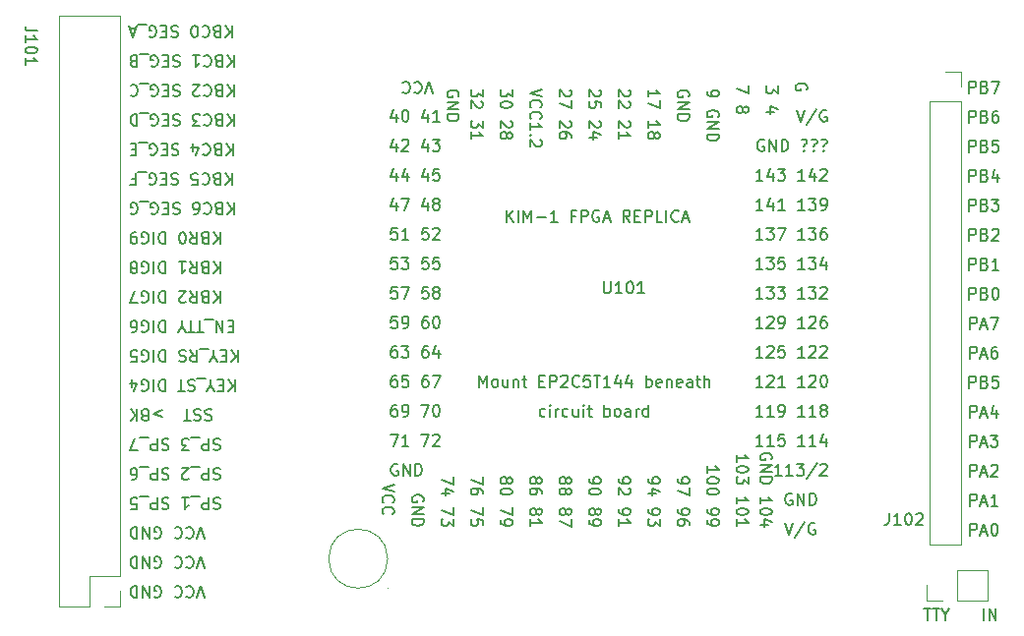
<source format=gbr>
%TF.GenerationSoftware,KiCad,Pcbnew,6.0.2+dfsg-1*%
%TF.CreationDate,2022-05-29T19:40:52-04:00*%
%TF.ProjectId,kim-ep2c5,6b696d2d-6570-4326-9335-2e6b69636164,rev?*%
%TF.SameCoordinates,Original*%
%TF.FileFunction,Legend,Top*%
%TF.FilePolarity,Positive*%
%FSLAX46Y46*%
G04 Gerber Fmt 4.6, Leading zero omitted, Abs format (unit mm)*
G04 Created by KiCad (PCBNEW 6.0.2+dfsg-1) date 2022-05-29 19:40:52*
%MOMM*%
%LPD*%
G01*
G04 APERTURE LIST*
%ADD10C,0.150000*%
%ADD11C,0.120000*%
G04 APERTURE END LIST*
D10*
X170164190Y-122372380D02*
X170164190Y-121372380D01*
X170640380Y-122372380D02*
X170640380Y-121372380D01*
X171211809Y-122372380D01*
X171211809Y-121372380D01*
X165020761Y-121372380D02*
X165592190Y-121372380D01*
X165306476Y-122372380D02*
X165306476Y-121372380D01*
X165782666Y-121372380D02*
X166354095Y-121372380D01*
X166068380Y-122372380D02*
X166068380Y-121372380D01*
X166877904Y-121896190D02*
X166877904Y-122372380D01*
X166544571Y-121372380D02*
X166877904Y-121896190D01*
X167211238Y-121372380D01*
X169013333Y-110002380D02*
X169013333Y-109002380D01*
X169394285Y-109002380D01*
X169489523Y-109050000D01*
X169537142Y-109097619D01*
X169584761Y-109192857D01*
X169584761Y-109335714D01*
X169537142Y-109430952D01*
X169489523Y-109478571D01*
X169394285Y-109526190D01*
X169013333Y-109526190D01*
X169965714Y-109716666D02*
X170441904Y-109716666D01*
X169870476Y-110002380D02*
X170203809Y-109002380D01*
X170537142Y-110002380D01*
X170822857Y-109097619D02*
X170870476Y-109050000D01*
X170965714Y-109002380D01*
X171203809Y-109002380D01*
X171299047Y-109050000D01*
X171346666Y-109097619D01*
X171394285Y-109192857D01*
X171394285Y-109288095D01*
X171346666Y-109430952D01*
X170775238Y-110002380D01*
X171394285Y-110002380D01*
X168941904Y-92222380D02*
X168941904Y-91222380D01*
X169322857Y-91222380D01*
X169418095Y-91270000D01*
X169465714Y-91317619D01*
X169513333Y-91412857D01*
X169513333Y-91555714D01*
X169465714Y-91650952D01*
X169418095Y-91698571D01*
X169322857Y-91746190D01*
X168941904Y-91746190D01*
X170275238Y-91698571D02*
X170418095Y-91746190D01*
X170465714Y-91793809D01*
X170513333Y-91889047D01*
X170513333Y-92031904D01*
X170465714Y-92127142D01*
X170418095Y-92174761D01*
X170322857Y-92222380D01*
X169941904Y-92222380D01*
X169941904Y-91222380D01*
X170275238Y-91222380D01*
X170370476Y-91270000D01*
X170418095Y-91317619D01*
X170465714Y-91412857D01*
X170465714Y-91508095D01*
X170418095Y-91603333D01*
X170370476Y-91650952D01*
X170275238Y-91698571D01*
X169941904Y-91698571D01*
X171465714Y-92222380D02*
X170894285Y-92222380D01*
X171180000Y-92222380D02*
X171180000Y-91222380D01*
X171084761Y-91365238D01*
X170989523Y-91460476D01*
X170894285Y-91508095D01*
X129096476Y-88082380D02*
X129096476Y-87082380D01*
X129667904Y-88082380D02*
X129239333Y-87510952D01*
X129667904Y-87082380D02*
X129096476Y-87653809D01*
X130096476Y-88082380D02*
X130096476Y-87082380D01*
X130572666Y-88082380D02*
X130572666Y-87082380D01*
X130906000Y-87796666D01*
X131239333Y-87082380D01*
X131239333Y-88082380D01*
X131715523Y-87701428D02*
X132477428Y-87701428D01*
X133477428Y-88082380D02*
X132906000Y-88082380D01*
X133191714Y-88082380D02*
X133191714Y-87082380D01*
X133096476Y-87225238D01*
X133001238Y-87320476D01*
X132906000Y-87368095D01*
X135001238Y-87558571D02*
X134667904Y-87558571D01*
X134667904Y-88082380D02*
X134667904Y-87082380D01*
X135144095Y-87082380D01*
X135525047Y-88082380D02*
X135525047Y-87082380D01*
X135906000Y-87082380D01*
X136001238Y-87130000D01*
X136048857Y-87177619D01*
X136096476Y-87272857D01*
X136096476Y-87415714D01*
X136048857Y-87510952D01*
X136001238Y-87558571D01*
X135906000Y-87606190D01*
X135525047Y-87606190D01*
X137048857Y-87130000D02*
X136953619Y-87082380D01*
X136810761Y-87082380D01*
X136667904Y-87130000D01*
X136572666Y-87225238D01*
X136525047Y-87320476D01*
X136477428Y-87510952D01*
X136477428Y-87653809D01*
X136525047Y-87844285D01*
X136572666Y-87939523D01*
X136667904Y-88034761D01*
X136810761Y-88082380D01*
X136906000Y-88082380D01*
X137048857Y-88034761D01*
X137096476Y-87987142D01*
X137096476Y-87653809D01*
X136906000Y-87653809D01*
X137477428Y-87796666D02*
X137953619Y-87796666D01*
X137382190Y-88082380D02*
X137715523Y-87082380D01*
X138048857Y-88082380D01*
X139715523Y-88082380D02*
X139382190Y-87606190D01*
X139144095Y-88082380D02*
X139144095Y-87082380D01*
X139525047Y-87082380D01*
X139620285Y-87130000D01*
X139667904Y-87177619D01*
X139715523Y-87272857D01*
X139715523Y-87415714D01*
X139667904Y-87510952D01*
X139620285Y-87558571D01*
X139525047Y-87606190D01*
X139144095Y-87606190D01*
X140144095Y-87558571D02*
X140477428Y-87558571D01*
X140620285Y-88082380D02*
X140144095Y-88082380D01*
X140144095Y-87082380D01*
X140620285Y-87082380D01*
X141048857Y-88082380D02*
X141048857Y-87082380D01*
X141429809Y-87082380D01*
X141525047Y-87130000D01*
X141572666Y-87177619D01*
X141620285Y-87272857D01*
X141620285Y-87415714D01*
X141572666Y-87510952D01*
X141525047Y-87558571D01*
X141429809Y-87606190D01*
X141048857Y-87606190D01*
X142525047Y-88082380D02*
X142048857Y-88082380D01*
X142048857Y-87082380D01*
X142858380Y-88082380D02*
X142858380Y-87082380D01*
X143906000Y-87987142D02*
X143858380Y-88034761D01*
X143715523Y-88082380D01*
X143620285Y-88082380D01*
X143477428Y-88034761D01*
X143382190Y-87939523D01*
X143334571Y-87844285D01*
X143286952Y-87653809D01*
X143286952Y-87510952D01*
X143334571Y-87320476D01*
X143382190Y-87225238D01*
X143477428Y-87130000D01*
X143620285Y-87082380D01*
X143715523Y-87082380D01*
X143858380Y-87130000D01*
X143906000Y-87177619D01*
X144286952Y-87796666D02*
X144763142Y-87796666D01*
X144191714Y-88082380D02*
X144525047Y-87082380D01*
X144858380Y-88082380D01*
X168941904Y-76982380D02*
X168941904Y-75982380D01*
X169322857Y-75982380D01*
X169418095Y-76030000D01*
X169465714Y-76077619D01*
X169513333Y-76172857D01*
X169513333Y-76315714D01*
X169465714Y-76410952D01*
X169418095Y-76458571D01*
X169322857Y-76506190D01*
X168941904Y-76506190D01*
X170275238Y-76458571D02*
X170418095Y-76506190D01*
X170465714Y-76553809D01*
X170513333Y-76649047D01*
X170513333Y-76791904D01*
X170465714Y-76887142D01*
X170418095Y-76934761D01*
X170322857Y-76982380D01*
X169941904Y-76982380D01*
X169941904Y-75982380D01*
X170275238Y-75982380D01*
X170370476Y-76030000D01*
X170418095Y-76077619D01*
X170465714Y-76172857D01*
X170465714Y-76268095D01*
X170418095Y-76363333D01*
X170370476Y-76410952D01*
X170275238Y-76458571D01*
X169941904Y-76458571D01*
X170846666Y-75982380D02*
X171513333Y-75982380D01*
X171084761Y-76982380D01*
X168941904Y-82062380D02*
X168941904Y-81062380D01*
X169322857Y-81062380D01*
X169418095Y-81110000D01*
X169465714Y-81157619D01*
X169513333Y-81252857D01*
X169513333Y-81395714D01*
X169465714Y-81490952D01*
X169418095Y-81538571D01*
X169322857Y-81586190D01*
X168941904Y-81586190D01*
X170275238Y-81538571D02*
X170418095Y-81586190D01*
X170465714Y-81633809D01*
X170513333Y-81729047D01*
X170513333Y-81871904D01*
X170465714Y-81967142D01*
X170418095Y-82014761D01*
X170322857Y-82062380D01*
X169941904Y-82062380D01*
X169941904Y-81062380D01*
X170275238Y-81062380D01*
X170370476Y-81110000D01*
X170418095Y-81157619D01*
X170465714Y-81252857D01*
X170465714Y-81348095D01*
X170418095Y-81443333D01*
X170370476Y-81490952D01*
X170275238Y-81538571D01*
X169941904Y-81538571D01*
X171418095Y-81062380D02*
X170941904Y-81062380D01*
X170894285Y-81538571D01*
X170941904Y-81490952D01*
X171037142Y-81443333D01*
X171275238Y-81443333D01*
X171370476Y-81490952D01*
X171418095Y-81538571D01*
X171465714Y-81633809D01*
X171465714Y-81871904D01*
X171418095Y-81967142D01*
X171370476Y-82014761D01*
X171275238Y-82062380D01*
X171037142Y-82062380D01*
X170941904Y-82014761D01*
X170894285Y-81967142D01*
X168941904Y-94762380D02*
X168941904Y-93762380D01*
X169322857Y-93762380D01*
X169418095Y-93810000D01*
X169465714Y-93857619D01*
X169513333Y-93952857D01*
X169513333Y-94095714D01*
X169465714Y-94190952D01*
X169418095Y-94238571D01*
X169322857Y-94286190D01*
X168941904Y-94286190D01*
X170275238Y-94238571D02*
X170418095Y-94286190D01*
X170465714Y-94333809D01*
X170513333Y-94429047D01*
X170513333Y-94571904D01*
X170465714Y-94667142D01*
X170418095Y-94714761D01*
X170322857Y-94762380D01*
X169941904Y-94762380D01*
X169941904Y-93762380D01*
X170275238Y-93762380D01*
X170370476Y-93810000D01*
X170418095Y-93857619D01*
X170465714Y-93952857D01*
X170465714Y-94048095D01*
X170418095Y-94143333D01*
X170370476Y-94190952D01*
X170275238Y-94238571D01*
X169941904Y-94238571D01*
X171132380Y-93762380D02*
X171227619Y-93762380D01*
X171322857Y-93810000D01*
X171370476Y-93857619D01*
X171418095Y-93952857D01*
X171465714Y-94143333D01*
X171465714Y-94381428D01*
X171418095Y-94571904D01*
X171370476Y-94667142D01*
X171322857Y-94714761D01*
X171227619Y-94762380D01*
X171132380Y-94762380D01*
X171037142Y-94714761D01*
X170989523Y-94667142D01*
X170941904Y-94571904D01*
X170894285Y-94381428D01*
X170894285Y-94143333D01*
X170941904Y-93952857D01*
X170989523Y-93857619D01*
X171037142Y-93810000D01*
X171132380Y-93762380D01*
X169013333Y-97302380D02*
X169013333Y-96302380D01*
X169394285Y-96302380D01*
X169489523Y-96350000D01*
X169537142Y-96397619D01*
X169584761Y-96492857D01*
X169584761Y-96635714D01*
X169537142Y-96730952D01*
X169489523Y-96778571D01*
X169394285Y-96826190D01*
X169013333Y-96826190D01*
X169965714Y-97016666D02*
X170441904Y-97016666D01*
X169870476Y-97302380D02*
X170203809Y-96302380D01*
X170537142Y-97302380D01*
X170775238Y-96302380D02*
X171441904Y-96302380D01*
X171013333Y-97302380D01*
X169013333Y-99842380D02*
X169013333Y-98842380D01*
X169394285Y-98842380D01*
X169489523Y-98890000D01*
X169537142Y-98937619D01*
X169584761Y-99032857D01*
X169584761Y-99175714D01*
X169537142Y-99270952D01*
X169489523Y-99318571D01*
X169394285Y-99366190D01*
X169013333Y-99366190D01*
X169965714Y-99556666D02*
X170441904Y-99556666D01*
X169870476Y-99842380D02*
X170203809Y-98842380D01*
X170537142Y-99842380D01*
X171299047Y-98842380D02*
X171108571Y-98842380D01*
X171013333Y-98890000D01*
X170965714Y-98937619D01*
X170870476Y-99080476D01*
X170822857Y-99270952D01*
X170822857Y-99651904D01*
X170870476Y-99747142D01*
X170918095Y-99794761D01*
X171013333Y-99842380D01*
X171203809Y-99842380D01*
X171299047Y-99794761D01*
X171346666Y-99747142D01*
X171394285Y-99651904D01*
X171394285Y-99413809D01*
X171346666Y-99318571D01*
X171299047Y-99270952D01*
X171203809Y-99223333D01*
X171013333Y-99223333D01*
X170918095Y-99270952D01*
X170870476Y-99318571D01*
X170822857Y-99413809D01*
X169013333Y-107462380D02*
X169013333Y-106462380D01*
X169394285Y-106462380D01*
X169489523Y-106510000D01*
X169537142Y-106557619D01*
X169584761Y-106652857D01*
X169584761Y-106795714D01*
X169537142Y-106890952D01*
X169489523Y-106938571D01*
X169394285Y-106986190D01*
X169013333Y-106986190D01*
X169965714Y-107176666D02*
X170441904Y-107176666D01*
X169870476Y-107462380D02*
X170203809Y-106462380D01*
X170537142Y-107462380D01*
X170775238Y-106462380D02*
X171394285Y-106462380D01*
X171060952Y-106843333D01*
X171203809Y-106843333D01*
X171299047Y-106890952D01*
X171346666Y-106938571D01*
X171394285Y-107033809D01*
X171394285Y-107271904D01*
X171346666Y-107367142D01*
X171299047Y-107414761D01*
X171203809Y-107462380D01*
X170918095Y-107462380D01*
X170822857Y-107414761D01*
X170775238Y-107367142D01*
X168941904Y-87142380D02*
X168941904Y-86142380D01*
X169322857Y-86142380D01*
X169418095Y-86190000D01*
X169465714Y-86237619D01*
X169513333Y-86332857D01*
X169513333Y-86475714D01*
X169465714Y-86570952D01*
X169418095Y-86618571D01*
X169322857Y-86666190D01*
X168941904Y-86666190D01*
X170275238Y-86618571D02*
X170418095Y-86666190D01*
X170465714Y-86713809D01*
X170513333Y-86809047D01*
X170513333Y-86951904D01*
X170465714Y-87047142D01*
X170418095Y-87094761D01*
X170322857Y-87142380D01*
X169941904Y-87142380D01*
X169941904Y-86142380D01*
X170275238Y-86142380D01*
X170370476Y-86190000D01*
X170418095Y-86237619D01*
X170465714Y-86332857D01*
X170465714Y-86428095D01*
X170418095Y-86523333D01*
X170370476Y-86570952D01*
X170275238Y-86618571D01*
X169941904Y-86618571D01*
X170846666Y-86142380D02*
X171465714Y-86142380D01*
X171132380Y-86523333D01*
X171275238Y-86523333D01*
X171370476Y-86570952D01*
X171418095Y-86618571D01*
X171465714Y-86713809D01*
X171465714Y-86951904D01*
X171418095Y-87047142D01*
X171370476Y-87094761D01*
X171275238Y-87142380D01*
X170989523Y-87142380D01*
X170894285Y-87094761D01*
X170846666Y-87047142D01*
X169013333Y-104922380D02*
X169013333Y-103922380D01*
X169394285Y-103922380D01*
X169489523Y-103970000D01*
X169537142Y-104017619D01*
X169584761Y-104112857D01*
X169584761Y-104255714D01*
X169537142Y-104350952D01*
X169489523Y-104398571D01*
X169394285Y-104446190D01*
X169013333Y-104446190D01*
X169965714Y-104636666D02*
X170441904Y-104636666D01*
X169870476Y-104922380D02*
X170203809Y-103922380D01*
X170537142Y-104922380D01*
X171299047Y-104255714D02*
X171299047Y-104922380D01*
X171060952Y-103874761D02*
X170822857Y-104589047D01*
X171441904Y-104589047D01*
X168941904Y-102382380D02*
X168941904Y-101382380D01*
X169322857Y-101382380D01*
X169418095Y-101430000D01*
X169465714Y-101477619D01*
X169513333Y-101572857D01*
X169513333Y-101715714D01*
X169465714Y-101810952D01*
X169418095Y-101858571D01*
X169322857Y-101906190D01*
X168941904Y-101906190D01*
X170275238Y-101858571D02*
X170418095Y-101906190D01*
X170465714Y-101953809D01*
X170513333Y-102049047D01*
X170513333Y-102191904D01*
X170465714Y-102287142D01*
X170418095Y-102334761D01*
X170322857Y-102382380D01*
X169941904Y-102382380D01*
X169941904Y-101382380D01*
X170275238Y-101382380D01*
X170370476Y-101430000D01*
X170418095Y-101477619D01*
X170465714Y-101572857D01*
X170465714Y-101668095D01*
X170418095Y-101763333D01*
X170370476Y-101810952D01*
X170275238Y-101858571D01*
X169941904Y-101858571D01*
X171418095Y-101382380D02*
X170941904Y-101382380D01*
X170894285Y-101858571D01*
X170941904Y-101810952D01*
X171037142Y-101763333D01*
X171275238Y-101763333D01*
X171370476Y-101810952D01*
X171418095Y-101858571D01*
X171465714Y-101953809D01*
X171465714Y-102191904D01*
X171418095Y-102287142D01*
X171370476Y-102334761D01*
X171275238Y-102382380D01*
X171037142Y-102382380D01*
X170941904Y-102334761D01*
X170894285Y-102287142D01*
X168941904Y-89682380D02*
X168941904Y-88682380D01*
X169322857Y-88682380D01*
X169418095Y-88730000D01*
X169465714Y-88777619D01*
X169513333Y-88872857D01*
X169513333Y-89015714D01*
X169465714Y-89110952D01*
X169418095Y-89158571D01*
X169322857Y-89206190D01*
X168941904Y-89206190D01*
X170275238Y-89158571D02*
X170418095Y-89206190D01*
X170465714Y-89253809D01*
X170513333Y-89349047D01*
X170513333Y-89491904D01*
X170465714Y-89587142D01*
X170418095Y-89634761D01*
X170322857Y-89682380D01*
X169941904Y-89682380D01*
X169941904Y-88682380D01*
X170275238Y-88682380D01*
X170370476Y-88730000D01*
X170418095Y-88777619D01*
X170465714Y-88872857D01*
X170465714Y-88968095D01*
X170418095Y-89063333D01*
X170370476Y-89110952D01*
X170275238Y-89158571D01*
X169941904Y-89158571D01*
X170894285Y-88777619D02*
X170941904Y-88730000D01*
X171037142Y-88682380D01*
X171275238Y-88682380D01*
X171370476Y-88730000D01*
X171418095Y-88777619D01*
X171465714Y-88872857D01*
X171465714Y-88968095D01*
X171418095Y-89110952D01*
X170846666Y-89682380D01*
X171465714Y-89682380D01*
X169013333Y-115082380D02*
X169013333Y-114082380D01*
X169394285Y-114082380D01*
X169489523Y-114130000D01*
X169537142Y-114177619D01*
X169584761Y-114272857D01*
X169584761Y-114415714D01*
X169537142Y-114510952D01*
X169489523Y-114558571D01*
X169394285Y-114606190D01*
X169013333Y-114606190D01*
X169965714Y-114796666D02*
X170441904Y-114796666D01*
X169870476Y-115082380D02*
X170203809Y-114082380D01*
X170537142Y-115082380D01*
X171060952Y-114082380D02*
X171156190Y-114082380D01*
X171251428Y-114130000D01*
X171299047Y-114177619D01*
X171346666Y-114272857D01*
X171394285Y-114463333D01*
X171394285Y-114701428D01*
X171346666Y-114891904D01*
X171299047Y-114987142D01*
X171251428Y-115034761D01*
X171156190Y-115082380D01*
X171060952Y-115082380D01*
X170965714Y-115034761D01*
X170918095Y-114987142D01*
X170870476Y-114891904D01*
X170822857Y-114701428D01*
X170822857Y-114463333D01*
X170870476Y-114272857D01*
X170918095Y-114177619D01*
X170965714Y-114130000D01*
X171060952Y-114082380D01*
X168941904Y-79522380D02*
X168941904Y-78522380D01*
X169322857Y-78522380D01*
X169418095Y-78570000D01*
X169465714Y-78617619D01*
X169513333Y-78712857D01*
X169513333Y-78855714D01*
X169465714Y-78950952D01*
X169418095Y-78998571D01*
X169322857Y-79046190D01*
X168941904Y-79046190D01*
X170275238Y-78998571D02*
X170418095Y-79046190D01*
X170465714Y-79093809D01*
X170513333Y-79189047D01*
X170513333Y-79331904D01*
X170465714Y-79427142D01*
X170418095Y-79474761D01*
X170322857Y-79522380D01*
X169941904Y-79522380D01*
X169941904Y-78522380D01*
X170275238Y-78522380D01*
X170370476Y-78570000D01*
X170418095Y-78617619D01*
X170465714Y-78712857D01*
X170465714Y-78808095D01*
X170418095Y-78903333D01*
X170370476Y-78950952D01*
X170275238Y-78998571D01*
X169941904Y-78998571D01*
X171370476Y-78522380D02*
X171180000Y-78522380D01*
X171084761Y-78570000D01*
X171037142Y-78617619D01*
X170941904Y-78760476D01*
X170894285Y-78950952D01*
X170894285Y-79331904D01*
X170941904Y-79427142D01*
X170989523Y-79474761D01*
X171084761Y-79522380D01*
X171275238Y-79522380D01*
X171370476Y-79474761D01*
X171418095Y-79427142D01*
X171465714Y-79331904D01*
X171465714Y-79093809D01*
X171418095Y-78998571D01*
X171370476Y-78950952D01*
X171275238Y-78903333D01*
X171084761Y-78903333D01*
X170989523Y-78950952D01*
X170941904Y-78998571D01*
X170894285Y-79093809D01*
X168941904Y-84602380D02*
X168941904Y-83602380D01*
X169322857Y-83602380D01*
X169418095Y-83650000D01*
X169465714Y-83697619D01*
X169513333Y-83792857D01*
X169513333Y-83935714D01*
X169465714Y-84030952D01*
X169418095Y-84078571D01*
X169322857Y-84126190D01*
X168941904Y-84126190D01*
X170275238Y-84078571D02*
X170418095Y-84126190D01*
X170465714Y-84173809D01*
X170513333Y-84269047D01*
X170513333Y-84411904D01*
X170465714Y-84507142D01*
X170418095Y-84554761D01*
X170322857Y-84602380D01*
X169941904Y-84602380D01*
X169941904Y-83602380D01*
X170275238Y-83602380D01*
X170370476Y-83650000D01*
X170418095Y-83697619D01*
X170465714Y-83792857D01*
X170465714Y-83888095D01*
X170418095Y-83983333D01*
X170370476Y-84030952D01*
X170275238Y-84078571D01*
X169941904Y-84078571D01*
X171370476Y-83935714D02*
X171370476Y-84602380D01*
X171132380Y-83554761D02*
X170894285Y-84269047D01*
X171513333Y-84269047D01*
X169013333Y-112542380D02*
X169013333Y-111542380D01*
X169394285Y-111542380D01*
X169489523Y-111590000D01*
X169537142Y-111637619D01*
X169584761Y-111732857D01*
X169584761Y-111875714D01*
X169537142Y-111970952D01*
X169489523Y-112018571D01*
X169394285Y-112066190D01*
X169013333Y-112066190D01*
X169965714Y-112256666D02*
X170441904Y-112256666D01*
X169870476Y-112542380D02*
X170203809Y-111542380D01*
X170537142Y-112542380D01*
X171394285Y-112542380D02*
X170822857Y-112542380D01*
X171108571Y-112542380D02*
X171108571Y-111542380D01*
X171013333Y-111685238D01*
X170918095Y-111780476D01*
X170822857Y-111828095D01*
%TO.C,U101*%
X137477714Y-93226380D02*
X137477714Y-94035904D01*
X137525333Y-94131142D01*
X137572952Y-94178761D01*
X137668190Y-94226380D01*
X137858666Y-94226380D01*
X137953904Y-94178761D01*
X138001523Y-94131142D01*
X138049142Y-94035904D01*
X138049142Y-93226380D01*
X139049142Y-94226380D02*
X138477714Y-94226380D01*
X138763428Y-94226380D02*
X138763428Y-93226380D01*
X138668190Y-93369238D01*
X138572952Y-93464476D01*
X138477714Y-93512095D01*
X139668190Y-93226380D02*
X139763428Y-93226380D01*
X139858666Y-93274000D01*
X139906285Y-93321619D01*
X139953904Y-93416857D01*
X140001523Y-93607333D01*
X140001523Y-93845428D01*
X139953904Y-94035904D01*
X139906285Y-94131142D01*
X139858666Y-94178761D01*
X139763428Y-94226380D01*
X139668190Y-94226380D01*
X139572952Y-94178761D01*
X139525333Y-94131142D01*
X139477714Y-94035904D01*
X139430095Y-93845428D01*
X139430095Y-93607333D01*
X139477714Y-93416857D01*
X139525333Y-93321619D01*
X139572952Y-93274000D01*
X139668190Y-93226380D01*
X140953904Y-94226380D02*
X140382476Y-94226380D01*
X140668190Y-94226380D02*
X140668190Y-93226380D01*
X140572952Y-93369238D01*
X140477714Y-93464476D01*
X140382476Y-93512095D01*
X121912000Y-112170785D02*
X121959619Y-112075547D01*
X121959619Y-111932690D01*
X121912000Y-111789833D01*
X121816761Y-111694595D01*
X121721523Y-111646976D01*
X121531047Y-111599357D01*
X121388190Y-111599357D01*
X121197714Y-111646976D01*
X121102476Y-111694595D01*
X121007238Y-111789833D01*
X120959619Y-111932690D01*
X120959619Y-112027928D01*
X121007238Y-112170785D01*
X121054857Y-112218404D01*
X121388190Y-112218404D01*
X121388190Y-112027928D01*
X120959619Y-112646976D02*
X121959619Y-112646976D01*
X120959619Y-113218404D01*
X121959619Y-113218404D01*
X120959619Y-113694595D02*
X121959619Y-113694595D01*
X121959619Y-113932690D01*
X121912000Y-114075547D01*
X121816761Y-114170785D01*
X121721523Y-114218404D01*
X121531047Y-114266023D01*
X121388190Y-114266023D01*
X121197714Y-114218404D01*
X121102476Y-114170785D01*
X121007238Y-114075547D01*
X120959619Y-113932690D01*
X120959619Y-113694595D01*
X141279619Y-110170785D02*
X141279619Y-110361261D01*
X141327238Y-110456500D01*
X141374857Y-110504119D01*
X141517714Y-110599357D01*
X141708190Y-110646976D01*
X142089142Y-110646976D01*
X142184380Y-110599357D01*
X142232000Y-110551738D01*
X142279619Y-110456500D01*
X142279619Y-110266023D01*
X142232000Y-110170785D01*
X142184380Y-110123166D01*
X142089142Y-110075547D01*
X141851047Y-110075547D01*
X141755809Y-110123166D01*
X141708190Y-110170785D01*
X141660571Y-110266023D01*
X141660571Y-110456500D01*
X141708190Y-110551738D01*
X141755809Y-110599357D01*
X141851047Y-110646976D01*
X141946285Y-111504119D02*
X141279619Y-111504119D01*
X142327238Y-111266023D02*
X141612952Y-111027928D01*
X141612952Y-111646976D01*
X141279619Y-112837452D02*
X141279619Y-113027928D01*
X141327238Y-113123166D01*
X141374857Y-113170785D01*
X141517714Y-113266023D01*
X141708190Y-113313642D01*
X142089142Y-113313642D01*
X142184380Y-113266023D01*
X142232000Y-113218404D01*
X142279619Y-113123166D01*
X142279619Y-112932690D01*
X142232000Y-112837452D01*
X142184380Y-112789833D01*
X142089142Y-112742214D01*
X141851047Y-112742214D01*
X141755809Y-112789833D01*
X141708190Y-112837452D01*
X141660571Y-112932690D01*
X141660571Y-113123166D01*
X141708190Y-113218404D01*
X141755809Y-113266023D01*
X141851047Y-113313642D01*
X142279619Y-113646976D02*
X142279619Y-114266023D01*
X141898666Y-113932690D01*
X141898666Y-114075547D01*
X141851047Y-114170785D01*
X141803428Y-114218404D01*
X141708190Y-114266023D01*
X141470095Y-114266023D01*
X141374857Y-114218404D01*
X141327238Y-114170785D01*
X141279619Y-114075547D01*
X141279619Y-113789833D01*
X141327238Y-113694595D01*
X141374857Y-113646976D01*
X146359619Y-109694595D02*
X146359619Y-109123166D01*
X146359619Y-109408880D02*
X147359619Y-109408880D01*
X147216761Y-109313642D01*
X147121523Y-109218404D01*
X147073904Y-109123166D01*
X147359619Y-110313642D02*
X147359619Y-110408880D01*
X147312000Y-110504119D01*
X147264380Y-110551738D01*
X147169142Y-110599357D01*
X146978666Y-110646976D01*
X146740571Y-110646976D01*
X146550095Y-110599357D01*
X146454857Y-110551738D01*
X146407238Y-110504119D01*
X146359619Y-110408880D01*
X146359619Y-110313642D01*
X146407238Y-110218404D01*
X146454857Y-110170785D01*
X146550095Y-110123166D01*
X146740571Y-110075547D01*
X146978666Y-110075547D01*
X147169142Y-110123166D01*
X147264380Y-110170785D01*
X147312000Y-110218404D01*
X147359619Y-110313642D01*
X147359619Y-111266023D02*
X147359619Y-111361261D01*
X147312000Y-111456500D01*
X147264380Y-111504119D01*
X147169142Y-111551738D01*
X146978666Y-111599357D01*
X146740571Y-111599357D01*
X146550095Y-111551738D01*
X146454857Y-111504119D01*
X146407238Y-111456500D01*
X146359619Y-111361261D01*
X146359619Y-111266023D01*
X146407238Y-111170785D01*
X146454857Y-111123166D01*
X146550095Y-111075547D01*
X146740571Y-111027928D01*
X146978666Y-111027928D01*
X147169142Y-111075547D01*
X147264380Y-111123166D01*
X147312000Y-111170785D01*
X147359619Y-111266023D01*
X146359619Y-112837452D02*
X146359619Y-113027928D01*
X146407238Y-113123166D01*
X146454857Y-113170785D01*
X146597714Y-113266023D01*
X146788190Y-113313642D01*
X147169142Y-113313642D01*
X147264380Y-113266023D01*
X147312000Y-113218404D01*
X147359619Y-113123166D01*
X147359619Y-112932690D01*
X147312000Y-112837452D01*
X147264380Y-112789833D01*
X147169142Y-112742214D01*
X146931047Y-112742214D01*
X146835809Y-112789833D01*
X146788190Y-112837452D01*
X146740571Y-112932690D01*
X146740571Y-113123166D01*
X146788190Y-113218404D01*
X146835809Y-113266023D01*
X146931047Y-113313642D01*
X146359619Y-113789833D02*
X146359619Y-113980309D01*
X146407238Y-114075547D01*
X146454857Y-114123166D01*
X146597714Y-114218404D01*
X146788190Y-114266023D01*
X147169142Y-114266023D01*
X147264380Y-114218404D01*
X147312000Y-114170785D01*
X147359619Y-114075547D01*
X147359619Y-113885071D01*
X147312000Y-113789833D01*
X147264380Y-113742214D01*
X147169142Y-113694595D01*
X146931047Y-113694595D01*
X146835809Y-113742214D01*
X146788190Y-113789833D01*
X146740571Y-113885071D01*
X146740571Y-114075547D01*
X146788190Y-114170785D01*
X146835809Y-114218404D01*
X146931047Y-114266023D01*
X152439619Y-76372690D02*
X152439619Y-76991738D01*
X152058666Y-76658404D01*
X152058666Y-76801261D01*
X152011047Y-76896500D01*
X151963428Y-76944119D01*
X151868190Y-76991738D01*
X151630095Y-76991738D01*
X151534857Y-76944119D01*
X151487238Y-76896500D01*
X151439619Y-76801261D01*
X151439619Y-76515547D01*
X151487238Y-76420309D01*
X151534857Y-76372690D01*
X152106285Y-78610785D02*
X151439619Y-78610785D01*
X152487238Y-78372690D02*
X151772952Y-78134595D01*
X151772952Y-78753642D01*
X151255452Y-81034000D02*
X151160214Y-80986380D01*
X151017357Y-80986380D01*
X150874500Y-81034000D01*
X150779261Y-81129238D01*
X150731642Y-81224476D01*
X150684023Y-81414952D01*
X150684023Y-81557809D01*
X150731642Y-81748285D01*
X150779261Y-81843523D01*
X150874500Y-81938761D01*
X151017357Y-81986380D01*
X151112595Y-81986380D01*
X151255452Y-81938761D01*
X151303071Y-81891142D01*
X151303071Y-81557809D01*
X151112595Y-81557809D01*
X151731642Y-81986380D02*
X151731642Y-80986380D01*
X152303071Y-81986380D01*
X152303071Y-80986380D01*
X152779261Y-81986380D02*
X152779261Y-80986380D01*
X153017357Y-80986380D01*
X153160214Y-81034000D01*
X153255452Y-81129238D01*
X153303071Y-81224476D01*
X153350690Y-81414952D01*
X153350690Y-81557809D01*
X153303071Y-81748285D01*
X153255452Y-81843523D01*
X153160214Y-81938761D01*
X153017357Y-81986380D01*
X152779261Y-81986380D01*
X154684023Y-81891142D02*
X154731642Y-81938761D01*
X154684023Y-81986380D01*
X154636404Y-81938761D01*
X154684023Y-81891142D01*
X154684023Y-81986380D01*
X154493547Y-81034000D02*
X154588785Y-80986380D01*
X154826880Y-80986380D01*
X154922119Y-81034000D01*
X154969738Y-81129238D01*
X154969738Y-81224476D01*
X154922119Y-81319714D01*
X154874500Y-81367333D01*
X154779261Y-81414952D01*
X154731642Y-81462571D01*
X154684023Y-81557809D01*
X154684023Y-81605428D01*
X155541166Y-81891142D02*
X155588785Y-81938761D01*
X155541166Y-81986380D01*
X155493547Y-81938761D01*
X155541166Y-81891142D01*
X155541166Y-81986380D01*
X155350690Y-81034000D02*
X155445928Y-80986380D01*
X155684023Y-80986380D01*
X155779261Y-81034000D01*
X155826880Y-81129238D01*
X155826880Y-81224476D01*
X155779261Y-81319714D01*
X155731642Y-81367333D01*
X155636404Y-81414952D01*
X155588785Y-81462571D01*
X155541166Y-81557809D01*
X155541166Y-81605428D01*
X156398309Y-81891142D02*
X156445928Y-81938761D01*
X156398309Y-81986380D01*
X156350690Y-81938761D01*
X156398309Y-81891142D01*
X156398309Y-81986380D01*
X156207833Y-81034000D02*
X156303071Y-80986380D01*
X156541166Y-80986380D01*
X156636404Y-81034000D01*
X156684023Y-81129238D01*
X156684023Y-81224476D01*
X156636404Y-81319714D01*
X156588785Y-81367333D01*
X156493547Y-81414952D01*
X156445928Y-81462571D01*
X156398309Y-81557809D01*
X156398309Y-81605428D01*
X143819619Y-110170785D02*
X143819619Y-110361261D01*
X143867238Y-110456500D01*
X143914857Y-110504119D01*
X144057714Y-110599357D01*
X144248190Y-110646976D01*
X144629142Y-110646976D01*
X144724380Y-110599357D01*
X144772000Y-110551738D01*
X144819619Y-110456500D01*
X144819619Y-110266023D01*
X144772000Y-110170785D01*
X144724380Y-110123166D01*
X144629142Y-110075547D01*
X144391047Y-110075547D01*
X144295809Y-110123166D01*
X144248190Y-110170785D01*
X144200571Y-110266023D01*
X144200571Y-110456500D01*
X144248190Y-110551738D01*
X144295809Y-110599357D01*
X144391047Y-110646976D01*
X144819619Y-110980309D02*
X144819619Y-111646976D01*
X143819619Y-111218404D01*
X143819619Y-112837452D02*
X143819619Y-113027928D01*
X143867238Y-113123166D01*
X143914857Y-113170785D01*
X144057714Y-113266023D01*
X144248190Y-113313642D01*
X144629142Y-113313642D01*
X144724380Y-113266023D01*
X144772000Y-113218404D01*
X144819619Y-113123166D01*
X144819619Y-112932690D01*
X144772000Y-112837452D01*
X144724380Y-112789833D01*
X144629142Y-112742214D01*
X144391047Y-112742214D01*
X144295809Y-112789833D01*
X144248190Y-112837452D01*
X144200571Y-112932690D01*
X144200571Y-113123166D01*
X144248190Y-113218404D01*
X144295809Y-113266023D01*
X144391047Y-113313642D01*
X144819619Y-114170785D02*
X144819619Y-113980309D01*
X144772000Y-113885071D01*
X144724380Y-113837452D01*
X144581523Y-113742214D01*
X144391047Y-113694595D01*
X144010095Y-113694595D01*
X143914857Y-113742214D01*
X143867238Y-113789833D01*
X143819619Y-113885071D01*
X143819619Y-114075547D01*
X143867238Y-114170785D01*
X143914857Y-114218404D01*
X144010095Y-114266023D01*
X144248190Y-114266023D01*
X144343428Y-114218404D01*
X144391047Y-114170785D01*
X144438666Y-114075547D01*
X144438666Y-113885071D01*
X144391047Y-113789833D01*
X144343428Y-113742214D01*
X144248190Y-113694595D01*
X151160214Y-99766380D02*
X150588785Y-99766380D01*
X150874500Y-99766380D02*
X150874500Y-98766380D01*
X150779261Y-98909238D01*
X150684023Y-99004476D01*
X150588785Y-99052095D01*
X151541166Y-98861619D02*
X151588785Y-98814000D01*
X151684023Y-98766380D01*
X151922119Y-98766380D01*
X152017357Y-98814000D01*
X152064976Y-98861619D01*
X152112595Y-98956857D01*
X152112595Y-99052095D01*
X152064976Y-99194952D01*
X151493547Y-99766380D01*
X152112595Y-99766380D01*
X153017357Y-98766380D02*
X152541166Y-98766380D01*
X152493547Y-99242571D01*
X152541166Y-99194952D01*
X152636404Y-99147333D01*
X152874500Y-99147333D01*
X152969738Y-99194952D01*
X153017357Y-99242571D01*
X153064976Y-99337809D01*
X153064976Y-99575904D01*
X153017357Y-99671142D01*
X152969738Y-99718761D01*
X152874500Y-99766380D01*
X152636404Y-99766380D01*
X152541166Y-99718761D01*
X152493547Y-99671142D01*
X154779261Y-99766380D02*
X154207833Y-99766380D01*
X154493547Y-99766380D02*
X154493547Y-98766380D01*
X154398309Y-98909238D01*
X154303071Y-99004476D01*
X154207833Y-99052095D01*
X155160214Y-98861619D02*
X155207833Y-98814000D01*
X155303071Y-98766380D01*
X155541166Y-98766380D01*
X155636404Y-98814000D01*
X155684023Y-98861619D01*
X155731642Y-98956857D01*
X155731642Y-99052095D01*
X155684023Y-99194952D01*
X155112595Y-99766380D01*
X155731642Y-99766380D01*
X156112595Y-98861619D02*
X156160214Y-98814000D01*
X156255452Y-98766380D01*
X156493547Y-98766380D01*
X156588785Y-98814000D01*
X156636404Y-98861619D01*
X156684023Y-98956857D01*
X156684023Y-99052095D01*
X156636404Y-99194952D01*
X156064976Y-99766380D01*
X156684023Y-99766380D01*
X151160214Y-104846380D02*
X150588785Y-104846380D01*
X150874500Y-104846380D02*
X150874500Y-103846380D01*
X150779261Y-103989238D01*
X150684023Y-104084476D01*
X150588785Y-104132095D01*
X152112595Y-104846380D02*
X151541166Y-104846380D01*
X151826880Y-104846380D02*
X151826880Y-103846380D01*
X151731642Y-103989238D01*
X151636404Y-104084476D01*
X151541166Y-104132095D01*
X152588785Y-104846380D02*
X152779261Y-104846380D01*
X152874500Y-104798761D01*
X152922119Y-104751142D01*
X153017357Y-104608285D01*
X153064976Y-104417809D01*
X153064976Y-104036857D01*
X153017357Y-103941619D01*
X152969738Y-103894000D01*
X152874500Y-103846380D01*
X152684023Y-103846380D01*
X152588785Y-103894000D01*
X152541166Y-103941619D01*
X152493547Y-104036857D01*
X152493547Y-104274952D01*
X152541166Y-104370190D01*
X152588785Y-104417809D01*
X152684023Y-104465428D01*
X152874500Y-104465428D01*
X152969738Y-104417809D01*
X153017357Y-104370190D01*
X153064976Y-104274952D01*
X154779261Y-104846380D02*
X154207833Y-104846380D01*
X154493547Y-104846380D02*
X154493547Y-103846380D01*
X154398309Y-103989238D01*
X154303071Y-104084476D01*
X154207833Y-104132095D01*
X155731642Y-104846380D02*
X155160214Y-104846380D01*
X155445928Y-104846380D02*
X155445928Y-103846380D01*
X155350690Y-103989238D01*
X155255452Y-104084476D01*
X155160214Y-104132095D01*
X156303071Y-104274952D02*
X156207833Y-104227333D01*
X156160214Y-104179714D01*
X156112595Y-104084476D01*
X156112595Y-104036857D01*
X156160214Y-103941619D01*
X156207833Y-103894000D01*
X156303071Y-103846380D01*
X156493547Y-103846380D01*
X156588785Y-103894000D01*
X156636404Y-103941619D01*
X156684023Y-104036857D01*
X156684023Y-104084476D01*
X156636404Y-104179714D01*
X156588785Y-104227333D01*
X156493547Y-104274952D01*
X156303071Y-104274952D01*
X156207833Y-104322571D01*
X156160214Y-104370190D01*
X156112595Y-104465428D01*
X156112595Y-104655904D01*
X156160214Y-104751142D01*
X156207833Y-104798761D01*
X156303071Y-104846380D01*
X156493547Y-104846380D01*
X156588785Y-104798761D01*
X156636404Y-104751142D01*
X156684023Y-104655904D01*
X156684023Y-104465428D01*
X156636404Y-104370190D01*
X156588785Y-104322571D01*
X156493547Y-104274952D01*
X154932000Y-76715904D02*
X154979619Y-76620666D01*
X154979619Y-76477809D01*
X154932000Y-76334952D01*
X154836761Y-76239714D01*
X154741523Y-76192095D01*
X154551047Y-76144476D01*
X154408190Y-76144476D01*
X154217714Y-76192095D01*
X154122476Y-76239714D01*
X154027238Y-76334952D01*
X153979619Y-76477809D01*
X153979619Y-76573047D01*
X154027238Y-76715904D01*
X154074857Y-76763523D01*
X154408190Y-76763523D01*
X154408190Y-76573047D01*
X119636166Y-86399714D02*
X119636166Y-87066380D01*
X119398071Y-86018761D02*
X119159976Y-86733047D01*
X119779023Y-86733047D01*
X120064738Y-86066380D02*
X120731404Y-86066380D01*
X120302833Y-87066380D01*
X122302833Y-86399714D02*
X122302833Y-87066380D01*
X122064738Y-86018761D02*
X121826642Y-86733047D01*
X122445690Y-86733047D01*
X122969500Y-86494952D02*
X122874261Y-86447333D01*
X122826642Y-86399714D01*
X122779023Y-86304476D01*
X122779023Y-86256857D01*
X122826642Y-86161619D01*
X122874261Y-86114000D01*
X122969500Y-86066380D01*
X123159976Y-86066380D01*
X123255214Y-86114000D01*
X123302833Y-86161619D01*
X123350452Y-86256857D01*
X123350452Y-86304476D01*
X123302833Y-86399714D01*
X123255214Y-86447333D01*
X123159976Y-86494952D01*
X122969500Y-86494952D01*
X122874261Y-86542571D01*
X122826642Y-86590190D01*
X122779023Y-86685428D01*
X122779023Y-86875904D01*
X122826642Y-86971142D01*
X122874261Y-87018761D01*
X122969500Y-87066380D01*
X123159976Y-87066380D01*
X123255214Y-87018761D01*
X123302833Y-86971142D01*
X123350452Y-86875904D01*
X123350452Y-86685428D01*
X123302833Y-86590190D01*
X123255214Y-86542571D01*
X123159976Y-86494952D01*
X134564380Y-76741976D02*
X134612000Y-76789595D01*
X134659619Y-76884833D01*
X134659619Y-77122928D01*
X134612000Y-77218166D01*
X134564380Y-77265785D01*
X134469142Y-77313404D01*
X134373904Y-77313404D01*
X134231047Y-77265785D01*
X133659619Y-76694357D01*
X133659619Y-77313404D01*
X134659619Y-77646738D02*
X134659619Y-78313404D01*
X133659619Y-77884833D01*
X134564380Y-79408642D02*
X134612000Y-79456261D01*
X134659619Y-79551500D01*
X134659619Y-79789595D01*
X134612000Y-79884833D01*
X134564380Y-79932452D01*
X134469142Y-79980071D01*
X134373904Y-79980071D01*
X134231047Y-79932452D01*
X133659619Y-79361023D01*
X133659619Y-79980071D01*
X134659619Y-80837214D02*
X134659619Y-80646738D01*
X134612000Y-80551500D01*
X134564380Y-80503880D01*
X134421523Y-80408642D01*
X134231047Y-80361023D01*
X133850095Y-80361023D01*
X133754857Y-80408642D01*
X133707238Y-80456261D01*
X133659619Y-80551500D01*
X133659619Y-80741976D01*
X133707238Y-80837214D01*
X133754857Y-80884833D01*
X133850095Y-80932452D01*
X134088190Y-80932452D01*
X134183428Y-80884833D01*
X134231047Y-80837214D01*
X134278666Y-80741976D01*
X134278666Y-80551500D01*
X134231047Y-80456261D01*
X134183428Y-80408642D01*
X134088190Y-80361023D01*
X151160214Y-87066380D02*
X150588785Y-87066380D01*
X150874500Y-87066380D02*
X150874500Y-86066380D01*
X150779261Y-86209238D01*
X150684023Y-86304476D01*
X150588785Y-86352095D01*
X152017357Y-86399714D02*
X152017357Y-87066380D01*
X151779261Y-86018761D02*
X151541166Y-86733047D01*
X152160214Y-86733047D01*
X153064976Y-87066380D02*
X152493547Y-87066380D01*
X152779261Y-87066380D02*
X152779261Y-86066380D01*
X152684023Y-86209238D01*
X152588785Y-86304476D01*
X152493547Y-86352095D01*
X154779261Y-87066380D02*
X154207833Y-87066380D01*
X154493547Y-87066380D02*
X154493547Y-86066380D01*
X154398309Y-86209238D01*
X154303071Y-86304476D01*
X154207833Y-86352095D01*
X155112595Y-86066380D02*
X155731642Y-86066380D01*
X155398309Y-86447333D01*
X155541166Y-86447333D01*
X155636404Y-86494952D01*
X155684023Y-86542571D01*
X155731642Y-86637809D01*
X155731642Y-86875904D01*
X155684023Y-86971142D01*
X155636404Y-87018761D01*
X155541166Y-87066380D01*
X155255452Y-87066380D01*
X155160214Y-87018761D01*
X155112595Y-86971142D01*
X156207833Y-87066380D02*
X156398309Y-87066380D01*
X156493547Y-87018761D01*
X156541166Y-86971142D01*
X156636404Y-86828285D01*
X156684023Y-86637809D01*
X156684023Y-86256857D01*
X156636404Y-86161619D01*
X156588785Y-86114000D01*
X156493547Y-86066380D01*
X156303071Y-86066380D01*
X156207833Y-86114000D01*
X156160214Y-86161619D01*
X156112595Y-86256857D01*
X156112595Y-86494952D01*
X156160214Y-86590190D01*
X156207833Y-86637809D01*
X156303071Y-86685428D01*
X156493547Y-86685428D01*
X156588785Y-86637809D01*
X156636404Y-86590190D01*
X156684023Y-86494952D01*
X119636166Y-101306380D02*
X119445690Y-101306380D01*
X119350452Y-101354000D01*
X119302833Y-101401619D01*
X119207595Y-101544476D01*
X119159976Y-101734952D01*
X119159976Y-102115904D01*
X119207595Y-102211142D01*
X119255214Y-102258761D01*
X119350452Y-102306380D01*
X119540928Y-102306380D01*
X119636166Y-102258761D01*
X119683785Y-102211142D01*
X119731404Y-102115904D01*
X119731404Y-101877809D01*
X119683785Y-101782571D01*
X119636166Y-101734952D01*
X119540928Y-101687333D01*
X119350452Y-101687333D01*
X119255214Y-101734952D01*
X119207595Y-101782571D01*
X119159976Y-101877809D01*
X120636166Y-101306380D02*
X120159976Y-101306380D01*
X120112357Y-101782571D01*
X120159976Y-101734952D01*
X120255214Y-101687333D01*
X120493309Y-101687333D01*
X120588547Y-101734952D01*
X120636166Y-101782571D01*
X120683785Y-101877809D01*
X120683785Y-102115904D01*
X120636166Y-102211142D01*
X120588547Y-102258761D01*
X120493309Y-102306380D01*
X120255214Y-102306380D01*
X120159976Y-102258761D01*
X120112357Y-102211142D01*
X122302833Y-101306380D02*
X122112357Y-101306380D01*
X122017119Y-101354000D01*
X121969500Y-101401619D01*
X121874261Y-101544476D01*
X121826642Y-101734952D01*
X121826642Y-102115904D01*
X121874261Y-102211142D01*
X121921880Y-102258761D01*
X122017119Y-102306380D01*
X122207595Y-102306380D01*
X122302833Y-102258761D01*
X122350452Y-102211142D01*
X122398071Y-102115904D01*
X122398071Y-101877809D01*
X122350452Y-101782571D01*
X122302833Y-101734952D01*
X122207595Y-101687333D01*
X122017119Y-101687333D01*
X121921880Y-101734952D01*
X121874261Y-101782571D01*
X121826642Y-101877809D01*
X122731404Y-101306380D02*
X123398071Y-101306380D01*
X122969500Y-102306380D01*
X119112357Y-106386380D02*
X119779023Y-106386380D01*
X119350452Y-107386380D01*
X120683785Y-107386380D02*
X120112357Y-107386380D01*
X120398071Y-107386380D02*
X120398071Y-106386380D01*
X120302833Y-106529238D01*
X120207595Y-106624476D01*
X120112357Y-106672095D01*
X121779023Y-106386380D02*
X122445690Y-106386380D01*
X122017119Y-107386380D01*
X122779023Y-106481619D02*
X122826642Y-106434000D01*
X122921880Y-106386380D01*
X123159976Y-106386380D01*
X123255214Y-106434000D01*
X123302833Y-106481619D01*
X123350452Y-106576857D01*
X123350452Y-106672095D01*
X123302833Y-106814952D01*
X122731404Y-107386380D01*
X123350452Y-107386380D01*
X119419619Y-110680666D02*
X118419619Y-111014000D01*
X119419619Y-111347333D01*
X118514857Y-112252095D02*
X118467238Y-112204476D01*
X118419619Y-112061619D01*
X118419619Y-111966380D01*
X118467238Y-111823523D01*
X118562476Y-111728285D01*
X118657714Y-111680666D01*
X118848190Y-111633047D01*
X118991047Y-111633047D01*
X119181523Y-111680666D01*
X119276761Y-111728285D01*
X119372000Y-111823523D01*
X119419619Y-111966380D01*
X119419619Y-112061619D01*
X119372000Y-112204476D01*
X119324380Y-112252095D01*
X118514857Y-113252095D02*
X118467238Y-113204476D01*
X118419619Y-113061619D01*
X118419619Y-112966380D01*
X118467238Y-112823523D01*
X118562476Y-112728285D01*
X118657714Y-112680666D01*
X118848190Y-112633047D01*
X118991047Y-112633047D01*
X119181523Y-112680666D01*
X119276761Y-112728285D01*
X119372000Y-112823523D01*
X119419619Y-112966380D01*
X119419619Y-113061619D01*
X119372000Y-113204476D01*
X119324380Y-113252095D01*
X119636166Y-81319714D02*
X119636166Y-81986380D01*
X119398071Y-80938761D02*
X119159976Y-81653047D01*
X119779023Y-81653047D01*
X120112357Y-81081619D02*
X120159976Y-81034000D01*
X120255214Y-80986380D01*
X120493309Y-80986380D01*
X120588547Y-81034000D01*
X120636166Y-81081619D01*
X120683785Y-81176857D01*
X120683785Y-81272095D01*
X120636166Y-81414952D01*
X120064738Y-81986380D01*
X120683785Y-81986380D01*
X122302833Y-81319714D02*
X122302833Y-81986380D01*
X122064738Y-80938761D02*
X121826642Y-81653047D01*
X122445690Y-81653047D01*
X122731404Y-80986380D02*
X123350452Y-80986380D01*
X123017119Y-81367333D01*
X123159976Y-81367333D01*
X123255214Y-81414952D01*
X123302833Y-81462571D01*
X123350452Y-81557809D01*
X123350452Y-81795904D01*
X123302833Y-81891142D01*
X123255214Y-81938761D01*
X123159976Y-81986380D01*
X122874261Y-81986380D01*
X122779023Y-81938761D01*
X122731404Y-81891142D01*
X148899619Y-108742214D02*
X148899619Y-108170785D01*
X148899619Y-108456500D02*
X149899619Y-108456500D01*
X149756761Y-108361261D01*
X149661523Y-108266023D01*
X149613904Y-108170785D01*
X149899619Y-109361261D02*
X149899619Y-109456500D01*
X149852000Y-109551738D01*
X149804380Y-109599357D01*
X149709142Y-109646976D01*
X149518666Y-109694595D01*
X149280571Y-109694595D01*
X149090095Y-109646976D01*
X148994857Y-109599357D01*
X148947238Y-109551738D01*
X148899619Y-109456500D01*
X148899619Y-109361261D01*
X148947238Y-109266023D01*
X148994857Y-109218404D01*
X149090095Y-109170785D01*
X149280571Y-109123166D01*
X149518666Y-109123166D01*
X149709142Y-109170785D01*
X149804380Y-109218404D01*
X149852000Y-109266023D01*
X149899619Y-109361261D01*
X149899619Y-110027928D02*
X149899619Y-110646976D01*
X149518666Y-110313642D01*
X149518666Y-110456500D01*
X149471047Y-110551738D01*
X149423428Y-110599357D01*
X149328190Y-110646976D01*
X149090095Y-110646976D01*
X148994857Y-110599357D01*
X148947238Y-110551738D01*
X148899619Y-110456500D01*
X148899619Y-110170785D01*
X148947238Y-110075547D01*
X148994857Y-110027928D01*
X148899619Y-112361261D02*
X148899619Y-111789833D01*
X148899619Y-112075547D02*
X149899619Y-112075547D01*
X149756761Y-111980309D01*
X149661523Y-111885071D01*
X149613904Y-111789833D01*
X149899619Y-112980309D02*
X149899619Y-113075547D01*
X149852000Y-113170785D01*
X149804380Y-113218404D01*
X149709142Y-113266023D01*
X149518666Y-113313642D01*
X149280571Y-113313642D01*
X149090095Y-113266023D01*
X148994857Y-113218404D01*
X148947238Y-113170785D01*
X148899619Y-113075547D01*
X148899619Y-112980309D01*
X148947238Y-112885071D01*
X148994857Y-112837452D01*
X149090095Y-112789833D01*
X149280571Y-112742214D01*
X149518666Y-112742214D01*
X149709142Y-112789833D01*
X149804380Y-112837452D01*
X149852000Y-112885071D01*
X149899619Y-112980309D01*
X148899619Y-114266023D02*
X148899619Y-113694595D01*
X148899619Y-113980309D02*
X149899619Y-113980309D01*
X149756761Y-113885071D01*
X149661523Y-113789833D01*
X149613904Y-113694595D01*
X124499619Y-110027928D02*
X124499619Y-110694595D01*
X123499619Y-110266023D01*
X124166285Y-111504119D02*
X123499619Y-111504119D01*
X124547238Y-111266023D02*
X123832952Y-111027928D01*
X123832952Y-111646976D01*
X124499619Y-112694595D02*
X124499619Y-113361261D01*
X123499619Y-112932690D01*
X124499619Y-113646976D02*
X124499619Y-114266023D01*
X124118666Y-113932690D01*
X124118666Y-114075547D01*
X124071047Y-114170785D01*
X124023428Y-114218404D01*
X123928190Y-114266023D01*
X123690095Y-114266023D01*
X123594857Y-114218404D01*
X123547238Y-114170785D01*
X123499619Y-114075547D01*
X123499619Y-113789833D01*
X123547238Y-113694595D01*
X123594857Y-113646976D01*
X153074857Y-114006380D02*
X153408190Y-115006380D01*
X153741523Y-114006380D01*
X154789142Y-113958761D02*
X153932000Y-115244476D01*
X155646285Y-114054000D02*
X155551047Y-114006380D01*
X155408190Y-114006380D01*
X155265333Y-114054000D01*
X155170095Y-114149238D01*
X155122476Y-114244476D01*
X155074857Y-114434952D01*
X155074857Y-114577809D01*
X155122476Y-114768285D01*
X155170095Y-114863523D01*
X155265333Y-114958761D01*
X155408190Y-115006380D01*
X155503428Y-115006380D01*
X155646285Y-114958761D01*
X155693904Y-114911142D01*
X155693904Y-114577809D01*
X155503428Y-114577809D01*
X119636166Y-98766380D02*
X119445690Y-98766380D01*
X119350452Y-98814000D01*
X119302833Y-98861619D01*
X119207595Y-99004476D01*
X119159976Y-99194952D01*
X119159976Y-99575904D01*
X119207595Y-99671142D01*
X119255214Y-99718761D01*
X119350452Y-99766380D01*
X119540928Y-99766380D01*
X119636166Y-99718761D01*
X119683785Y-99671142D01*
X119731404Y-99575904D01*
X119731404Y-99337809D01*
X119683785Y-99242571D01*
X119636166Y-99194952D01*
X119540928Y-99147333D01*
X119350452Y-99147333D01*
X119255214Y-99194952D01*
X119207595Y-99242571D01*
X119159976Y-99337809D01*
X120064738Y-98766380D02*
X120683785Y-98766380D01*
X120350452Y-99147333D01*
X120493309Y-99147333D01*
X120588547Y-99194952D01*
X120636166Y-99242571D01*
X120683785Y-99337809D01*
X120683785Y-99575904D01*
X120636166Y-99671142D01*
X120588547Y-99718761D01*
X120493309Y-99766380D01*
X120207595Y-99766380D01*
X120112357Y-99718761D01*
X120064738Y-99671142D01*
X122302833Y-98766380D02*
X122112357Y-98766380D01*
X122017119Y-98814000D01*
X121969500Y-98861619D01*
X121874261Y-99004476D01*
X121826642Y-99194952D01*
X121826642Y-99575904D01*
X121874261Y-99671142D01*
X121921880Y-99718761D01*
X122017119Y-99766380D01*
X122207595Y-99766380D01*
X122302833Y-99718761D01*
X122350452Y-99671142D01*
X122398071Y-99575904D01*
X122398071Y-99337809D01*
X122350452Y-99242571D01*
X122302833Y-99194952D01*
X122207595Y-99147333D01*
X122017119Y-99147333D01*
X121921880Y-99194952D01*
X121874261Y-99242571D01*
X121826642Y-99337809D01*
X123255214Y-99099714D02*
X123255214Y-99766380D01*
X123017119Y-98718761D02*
X122779023Y-99433047D01*
X123398071Y-99433047D01*
X141279619Y-77313404D02*
X141279619Y-76741976D01*
X141279619Y-77027690D02*
X142279619Y-77027690D01*
X142136761Y-76932452D01*
X142041523Y-76837214D01*
X141993904Y-76741976D01*
X142279619Y-77646738D02*
X142279619Y-78313404D01*
X141279619Y-77884833D01*
X141279619Y-79980071D02*
X141279619Y-79408642D01*
X141279619Y-79694357D02*
X142279619Y-79694357D01*
X142136761Y-79599119D01*
X142041523Y-79503880D01*
X141993904Y-79408642D01*
X141851047Y-80551500D02*
X141898666Y-80456261D01*
X141946285Y-80408642D01*
X142041523Y-80361023D01*
X142089142Y-80361023D01*
X142184380Y-80408642D01*
X142232000Y-80456261D01*
X142279619Y-80551500D01*
X142279619Y-80741976D01*
X142232000Y-80837214D01*
X142184380Y-80884833D01*
X142089142Y-80932452D01*
X142041523Y-80932452D01*
X141946285Y-80884833D01*
X141898666Y-80837214D01*
X141851047Y-80741976D01*
X141851047Y-80551500D01*
X141803428Y-80456261D01*
X141755809Y-80408642D01*
X141660571Y-80361023D01*
X141470095Y-80361023D01*
X141374857Y-80408642D01*
X141327238Y-80456261D01*
X141279619Y-80551500D01*
X141279619Y-80741976D01*
X141327238Y-80837214D01*
X141374857Y-80884833D01*
X141470095Y-80932452D01*
X141660571Y-80932452D01*
X141755809Y-80884833D01*
X141803428Y-80837214D01*
X141851047Y-80741976D01*
X151160214Y-102306380D02*
X150588785Y-102306380D01*
X150874500Y-102306380D02*
X150874500Y-101306380D01*
X150779261Y-101449238D01*
X150684023Y-101544476D01*
X150588785Y-101592095D01*
X151541166Y-101401619D02*
X151588785Y-101354000D01*
X151684023Y-101306380D01*
X151922119Y-101306380D01*
X152017357Y-101354000D01*
X152064976Y-101401619D01*
X152112595Y-101496857D01*
X152112595Y-101592095D01*
X152064976Y-101734952D01*
X151493547Y-102306380D01*
X152112595Y-102306380D01*
X153064976Y-102306380D02*
X152493547Y-102306380D01*
X152779261Y-102306380D02*
X152779261Y-101306380D01*
X152684023Y-101449238D01*
X152588785Y-101544476D01*
X152493547Y-101592095D01*
X154779261Y-102306380D02*
X154207833Y-102306380D01*
X154493547Y-102306380D02*
X154493547Y-101306380D01*
X154398309Y-101449238D01*
X154303071Y-101544476D01*
X154207833Y-101592095D01*
X155160214Y-101401619D02*
X155207833Y-101354000D01*
X155303071Y-101306380D01*
X155541166Y-101306380D01*
X155636404Y-101354000D01*
X155684023Y-101401619D01*
X155731642Y-101496857D01*
X155731642Y-101592095D01*
X155684023Y-101734952D01*
X155112595Y-102306380D01*
X155731642Y-102306380D01*
X156350690Y-101306380D02*
X156445928Y-101306380D01*
X156541166Y-101354000D01*
X156588785Y-101401619D01*
X156636404Y-101496857D01*
X156684023Y-101687333D01*
X156684023Y-101925428D01*
X156636404Y-102115904D01*
X156588785Y-102211142D01*
X156541166Y-102258761D01*
X156445928Y-102306380D01*
X156350690Y-102306380D01*
X156255452Y-102258761D01*
X156207833Y-102211142D01*
X156160214Y-102115904D01*
X156112595Y-101925428D01*
X156112595Y-101687333D01*
X156160214Y-101496857D01*
X156207833Y-101401619D01*
X156255452Y-101354000D01*
X156350690Y-101306380D01*
X144772000Y-77313404D02*
X144819619Y-77218166D01*
X144819619Y-77075309D01*
X144772000Y-76932452D01*
X144676761Y-76837214D01*
X144581523Y-76789595D01*
X144391047Y-76741976D01*
X144248190Y-76741976D01*
X144057714Y-76789595D01*
X143962476Y-76837214D01*
X143867238Y-76932452D01*
X143819619Y-77075309D01*
X143819619Y-77170547D01*
X143867238Y-77313404D01*
X143914857Y-77361023D01*
X144248190Y-77361023D01*
X144248190Y-77170547D01*
X143819619Y-77789595D02*
X144819619Y-77789595D01*
X143819619Y-78361023D01*
X144819619Y-78361023D01*
X143819619Y-78837214D02*
X144819619Y-78837214D01*
X144819619Y-79075309D01*
X144772000Y-79218166D01*
X144676761Y-79313404D01*
X144581523Y-79361023D01*
X144391047Y-79408642D01*
X144248190Y-79408642D01*
X144057714Y-79361023D01*
X143962476Y-79313404D01*
X143867238Y-79218166D01*
X143819619Y-79075309D01*
X143819619Y-78837214D01*
X122745333Y-77001619D02*
X122412000Y-76001619D01*
X122078666Y-77001619D01*
X121173904Y-76096857D02*
X121221523Y-76049238D01*
X121364380Y-76001619D01*
X121459619Y-76001619D01*
X121602476Y-76049238D01*
X121697714Y-76144476D01*
X121745333Y-76239714D01*
X121792952Y-76430190D01*
X121792952Y-76573047D01*
X121745333Y-76763523D01*
X121697714Y-76858761D01*
X121602476Y-76954000D01*
X121459619Y-77001619D01*
X121364380Y-77001619D01*
X121221523Y-76954000D01*
X121173904Y-76906380D01*
X120173904Y-76096857D02*
X120221523Y-76049238D01*
X120364380Y-76001619D01*
X120459619Y-76001619D01*
X120602476Y-76049238D01*
X120697714Y-76144476D01*
X120745333Y-76239714D01*
X120792952Y-76430190D01*
X120792952Y-76573047D01*
X120745333Y-76763523D01*
X120697714Y-76858761D01*
X120602476Y-76954000D01*
X120459619Y-77001619D01*
X120364380Y-77001619D01*
X120221523Y-76954000D01*
X120173904Y-76906380D01*
X119683785Y-91146380D02*
X119207595Y-91146380D01*
X119159976Y-91622571D01*
X119207595Y-91574952D01*
X119302833Y-91527333D01*
X119540928Y-91527333D01*
X119636166Y-91574952D01*
X119683785Y-91622571D01*
X119731404Y-91717809D01*
X119731404Y-91955904D01*
X119683785Y-92051142D01*
X119636166Y-92098761D01*
X119540928Y-92146380D01*
X119302833Y-92146380D01*
X119207595Y-92098761D01*
X119159976Y-92051142D01*
X120064738Y-91146380D02*
X120683785Y-91146380D01*
X120350452Y-91527333D01*
X120493309Y-91527333D01*
X120588547Y-91574952D01*
X120636166Y-91622571D01*
X120683785Y-91717809D01*
X120683785Y-91955904D01*
X120636166Y-92051142D01*
X120588547Y-92098761D01*
X120493309Y-92146380D01*
X120207595Y-92146380D01*
X120112357Y-92098761D01*
X120064738Y-92051142D01*
X122350452Y-91146380D02*
X121874261Y-91146380D01*
X121826642Y-91622571D01*
X121874261Y-91574952D01*
X121969500Y-91527333D01*
X122207595Y-91527333D01*
X122302833Y-91574952D01*
X122350452Y-91622571D01*
X122398071Y-91717809D01*
X122398071Y-91955904D01*
X122350452Y-92051142D01*
X122302833Y-92098761D01*
X122207595Y-92146380D01*
X121969500Y-92146380D01*
X121874261Y-92098761D01*
X121826642Y-92051142D01*
X123302833Y-91146380D02*
X122826642Y-91146380D01*
X122779023Y-91622571D01*
X122826642Y-91574952D01*
X122921880Y-91527333D01*
X123159976Y-91527333D01*
X123255214Y-91574952D01*
X123302833Y-91622571D01*
X123350452Y-91717809D01*
X123350452Y-91955904D01*
X123302833Y-92051142D01*
X123255214Y-92098761D01*
X123159976Y-92146380D01*
X122921880Y-92146380D01*
X122826642Y-92098761D01*
X122779023Y-92051142D01*
X126747238Y-102306380D02*
X126747238Y-101306380D01*
X127080571Y-102020666D01*
X127413904Y-101306380D01*
X127413904Y-102306380D01*
X128032952Y-102306380D02*
X127937714Y-102258761D01*
X127890095Y-102211142D01*
X127842476Y-102115904D01*
X127842476Y-101830190D01*
X127890095Y-101734952D01*
X127937714Y-101687333D01*
X128032952Y-101639714D01*
X128175809Y-101639714D01*
X128271047Y-101687333D01*
X128318666Y-101734952D01*
X128366285Y-101830190D01*
X128366285Y-102115904D01*
X128318666Y-102211142D01*
X128271047Y-102258761D01*
X128175809Y-102306380D01*
X128032952Y-102306380D01*
X129223428Y-101639714D02*
X129223428Y-102306380D01*
X128794857Y-101639714D02*
X128794857Y-102163523D01*
X128842476Y-102258761D01*
X128937714Y-102306380D01*
X129080571Y-102306380D01*
X129175809Y-102258761D01*
X129223428Y-102211142D01*
X129699619Y-101639714D02*
X129699619Y-102306380D01*
X129699619Y-101734952D02*
X129747238Y-101687333D01*
X129842476Y-101639714D01*
X129985333Y-101639714D01*
X130080571Y-101687333D01*
X130128190Y-101782571D01*
X130128190Y-102306380D01*
X130461523Y-101639714D02*
X130842476Y-101639714D01*
X130604380Y-101306380D02*
X130604380Y-102163523D01*
X130652000Y-102258761D01*
X130747238Y-102306380D01*
X130842476Y-102306380D01*
X131937714Y-101782571D02*
X132271047Y-101782571D01*
X132413904Y-102306380D02*
X131937714Y-102306380D01*
X131937714Y-101306380D01*
X132413904Y-101306380D01*
X132842476Y-102306380D02*
X132842476Y-101306380D01*
X133223428Y-101306380D01*
X133318666Y-101354000D01*
X133366285Y-101401619D01*
X133413904Y-101496857D01*
X133413904Y-101639714D01*
X133366285Y-101734952D01*
X133318666Y-101782571D01*
X133223428Y-101830190D01*
X132842476Y-101830190D01*
X133794857Y-101401619D02*
X133842476Y-101354000D01*
X133937714Y-101306380D01*
X134175809Y-101306380D01*
X134271047Y-101354000D01*
X134318666Y-101401619D01*
X134366285Y-101496857D01*
X134366285Y-101592095D01*
X134318666Y-101734952D01*
X133747238Y-102306380D01*
X134366285Y-102306380D01*
X135366285Y-102211142D02*
X135318666Y-102258761D01*
X135175809Y-102306380D01*
X135080571Y-102306380D01*
X134937714Y-102258761D01*
X134842476Y-102163523D01*
X134794857Y-102068285D01*
X134747238Y-101877809D01*
X134747238Y-101734952D01*
X134794857Y-101544476D01*
X134842476Y-101449238D01*
X134937714Y-101354000D01*
X135080571Y-101306380D01*
X135175809Y-101306380D01*
X135318666Y-101354000D01*
X135366285Y-101401619D01*
X136271047Y-101306380D02*
X135794857Y-101306380D01*
X135747238Y-101782571D01*
X135794857Y-101734952D01*
X135890095Y-101687333D01*
X136128190Y-101687333D01*
X136223428Y-101734952D01*
X136271047Y-101782571D01*
X136318666Y-101877809D01*
X136318666Y-102115904D01*
X136271047Y-102211142D01*
X136223428Y-102258761D01*
X136128190Y-102306380D01*
X135890095Y-102306380D01*
X135794857Y-102258761D01*
X135747238Y-102211142D01*
X136604380Y-101306380D02*
X137175809Y-101306380D01*
X136890095Y-102306380D02*
X136890095Y-101306380D01*
X138032952Y-102306380D02*
X137461523Y-102306380D01*
X137747238Y-102306380D02*
X137747238Y-101306380D01*
X137652000Y-101449238D01*
X137556761Y-101544476D01*
X137461523Y-101592095D01*
X138890095Y-101639714D02*
X138890095Y-102306380D01*
X138652000Y-101258761D02*
X138413904Y-101973047D01*
X139032952Y-101973047D01*
X139842476Y-101639714D02*
X139842476Y-102306380D01*
X139604380Y-101258761D02*
X139366285Y-101973047D01*
X139985333Y-101973047D01*
X141128190Y-102306380D02*
X141128190Y-101306380D01*
X141128190Y-101687333D02*
X141223428Y-101639714D01*
X141413904Y-101639714D01*
X141509142Y-101687333D01*
X141556761Y-101734952D01*
X141604380Y-101830190D01*
X141604380Y-102115904D01*
X141556761Y-102211142D01*
X141509142Y-102258761D01*
X141413904Y-102306380D01*
X141223428Y-102306380D01*
X141128190Y-102258761D01*
X142413904Y-102258761D02*
X142318666Y-102306380D01*
X142128190Y-102306380D01*
X142032952Y-102258761D01*
X141985333Y-102163523D01*
X141985333Y-101782571D01*
X142032952Y-101687333D01*
X142128190Y-101639714D01*
X142318666Y-101639714D01*
X142413904Y-101687333D01*
X142461523Y-101782571D01*
X142461523Y-101877809D01*
X141985333Y-101973047D01*
X142890095Y-101639714D02*
X142890095Y-102306380D01*
X142890095Y-101734952D02*
X142937714Y-101687333D01*
X143032952Y-101639714D01*
X143175809Y-101639714D01*
X143271047Y-101687333D01*
X143318666Y-101782571D01*
X143318666Y-102306380D01*
X144175809Y-102258761D02*
X144080571Y-102306380D01*
X143890095Y-102306380D01*
X143794857Y-102258761D01*
X143747238Y-102163523D01*
X143747238Y-101782571D01*
X143794857Y-101687333D01*
X143890095Y-101639714D01*
X144080571Y-101639714D01*
X144175809Y-101687333D01*
X144223428Y-101782571D01*
X144223428Y-101877809D01*
X143747238Y-101973047D01*
X145080571Y-102306380D02*
X145080571Y-101782571D01*
X145032952Y-101687333D01*
X144937714Y-101639714D01*
X144747238Y-101639714D01*
X144652000Y-101687333D01*
X145080571Y-102258761D02*
X144985333Y-102306380D01*
X144747238Y-102306380D01*
X144652000Y-102258761D01*
X144604380Y-102163523D01*
X144604380Y-102068285D01*
X144652000Y-101973047D01*
X144747238Y-101925428D01*
X144985333Y-101925428D01*
X145080571Y-101877809D01*
X145413904Y-101639714D02*
X145794857Y-101639714D01*
X145556761Y-101306380D02*
X145556761Y-102163523D01*
X145604380Y-102258761D01*
X145699619Y-102306380D01*
X145794857Y-102306380D01*
X146128190Y-102306380D02*
X146128190Y-101306380D01*
X146556761Y-102306380D02*
X146556761Y-101782571D01*
X146509142Y-101687333D01*
X146413904Y-101639714D01*
X146271047Y-101639714D01*
X146175809Y-101687333D01*
X146128190Y-101734952D01*
X119636166Y-103846380D02*
X119445690Y-103846380D01*
X119350452Y-103894000D01*
X119302833Y-103941619D01*
X119207595Y-104084476D01*
X119159976Y-104274952D01*
X119159976Y-104655904D01*
X119207595Y-104751142D01*
X119255214Y-104798761D01*
X119350452Y-104846380D01*
X119540928Y-104846380D01*
X119636166Y-104798761D01*
X119683785Y-104751142D01*
X119731404Y-104655904D01*
X119731404Y-104417809D01*
X119683785Y-104322571D01*
X119636166Y-104274952D01*
X119540928Y-104227333D01*
X119350452Y-104227333D01*
X119255214Y-104274952D01*
X119207595Y-104322571D01*
X119159976Y-104417809D01*
X120207595Y-104846380D02*
X120398071Y-104846380D01*
X120493309Y-104798761D01*
X120540928Y-104751142D01*
X120636166Y-104608285D01*
X120683785Y-104417809D01*
X120683785Y-104036857D01*
X120636166Y-103941619D01*
X120588547Y-103894000D01*
X120493309Y-103846380D01*
X120302833Y-103846380D01*
X120207595Y-103894000D01*
X120159976Y-103941619D01*
X120112357Y-104036857D01*
X120112357Y-104274952D01*
X120159976Y-104370190D01*
X120207595Y-104417809D01*
X120302833Y-104465428D01*
X120493309Y-104465428D01*
X120588547Y-104417809D01*
X120636166Y-104370190D01*
X120683785Y-104274952D01*
X121779023Y-103846380D02*
X122445690Y-103846380D01*
X122017119Y-104846380D01*
X123017119Y-103846380D02*
X123112357Y-103846380D01*
X123207595Y-103894000D01*
X123255214Y-103941619D01*
X123302833Y-104036857D01*
X123350452Y-104227333D01*
X123350452Y-104465428D01*
X123302833Y-104655904D01*
X123255214Y-104751142D01*
X123207595Y-104798761D01*
X123112357Y-104846380D01*
X123017119Y-104846380D01*
X122921880Y-104798761D01*
X122874261Y-104751142D01*
X122826642Y-104655904D01*
X122779023Y-104465428D01*
X122779023Y-104227333D01*
X122826642Y-104036857D01*
X122874261Y-103941619D01*
X122921880Y-103894000D01*
X123017119Y-103846380D01*
X119636166Y-83859714D02*
X119636166Y-84526380D01*
X119398071Y-83478761D02*
X119159976Y-84193047D01*
X119779023Y-84193047D01*
X120588547Y-83859714D02*
X120588547Y-84526380D01*
X120350452Y-83478761D02*
X120112357Y-84193047D01*
X120731404Y-84193047D01*
X122302833Y-83859714D02*
X122302833Y-84526380D01*
X122064738Y-83478761D02*
X121826642Y-84193047D01*
X122445690Y-84193047D01*
X123302833Y-83526380D02*
X122826642Y-83526380D01*
X122779023Y-84002571D01*
X122826642Y-83954952D01*
X122921880Y-83907333D01*
X123159976Y-83907333D01*
X123255214Y-83954952D01*
X123302833Y-84002571D01*
X123350452Y-84097809D01*
X123350452Y-84335904D01*
X123302833Y-84431142D01*
X123255214Y-84478761D01*
X123159976Y-84526380D01*
X122921880Y-84526380D01*
X122826642Y-84478761D01*
X122779023Y-84431142D01*
X146359619Y-76837214D02*
X146359619Y-77027690D01*
X146407238Y-77122928D01*
X146454857Y-77170547D01*
X146597714Y-77265785D01*
X146788190Y-77313404D01*
X147169142Y-77313404D01*
X147264380Y-77265785D01*
X147312000Y-77218166D01*
X147359619Y-77122928D01*
X147359619Y-76932452D01*
X147312000Y-76837214D01*
X147264380Y-76789595D01*
X147169142Y-76741976D01*
X146931047Y-76741976D01*
X146835809Y-76789595D01*
X146788190Y-76837214D01*
X146740571Y-76932452D01*
X146740571Y-77122928D01*
X146788190Y-77218166D01*
X146835809Y-77265785D01*
X146931047Y-77313404D01*
X147312000Y-79027690D02*
X147359619Y-78932452D01*
X147359619Y-78789595D01*
X147312000Y-78646738D01*
X147216761Y-78551500D01*
X147121523Y-78503880D01*
X146931047Y-78456261D01*
X146788190Y-78456261D01*
X146597714Y-78503880D01*
X146502476Y-78551500D01*
X146407238Y-78646738D01*
X146359619Y-78789595D01*
X146359619Y-78884833D01*
X146407238Y-79027690D01*
X146454857Y-79075309D01*
X146788190Y-79075309D01*
X146788190Y-78884833D01*
X146359619Y-79503880D02*
X147359619Y-79503880D01*
X146359619Y-80075309D01*
X147359619Y-80075309D01*
X146359619Y-80551500D02*
X147359619Y-80551500D01*
X147359619Y-80789595D01*
X147312000Y-80932452D01*
X147216761Y-81027690D01*
X147121523Y-81075309D01*
X146931047Y-81122928D01*
X146788190Y-81122928D01*
X146597714Y-81075309D01*
X146502476Y-81027690D01*
X146407238Y-80932452D01*
X146359619Y-80789595D01*
X146359619Y-80551500D01*
X154064976Y-78446380D02*
X154398309Y-79446380D01*
X154731642Y-78446380D01*
X155779261Y-78398761D02*
X154922119Y-79684476D01*
X156636404Y-78494000D02*
X156541166Y-78446380D01*
X156398309Y-78446380D01*
X156255452Y-78494000D01*
X156160214Y-78589238D01*
X156112595Y-78684476D01*
X156064976Y-78874952D01*
X156064976Y-79017809D01*
X156112595Y-79208285D01*
X156160214Y-79303523D01*
X156255452Y-79398761D01*
X156398309Y-79446380D01*
X156493547Y-79446380D01*
X156636404Y-79398761D01*
X156684023Y-79351142D01*
X156684023Y-79017809D01*
X156493547Y-79017809D01*
X132437714Y-104798761D02*
X132342476Y-104846380D01*
X132152000Y-104846380D01*
X132056761Y-104798761D01*
X132009142Y-104751142D01*
X131961523Y-104655904D01*
X131961523Y-104370190D01*
X132009142Y-104274952D01*
X132056761Y-104227333D01*
X132152000Y-104179714D01*
X132342476Y-104179714D01*
X132437714Y-104227333D01*
X132866285Y-104846380D02*
X132866285Y-104179714D01*
X132866285Y-103846380D02*
X132818666Y-103894000D01*
X132866285Y-103941619D01*
X132913904Y-103894000D01*
X132866285Y-103846380D01*
X132866285Y-103941619D01*
X133342476Y-104846380D02*
X133342476Y-104179714D01*
X133342476Y-104370190D02*
X133390095Y-104274952D01*
X133437714Y-104227333D01*
X133532952Y-104179714D01*
X133628190Y-104179714D01*
X134390095Y-104798761D02*
X134294857Y-104846380D01*
X134104380Y-104846380D01*
X134009142Y-104798761D01*
X133961523Y-104751142D01*
X133913904Y-104655904D01*
X133913904Y-104370190D01*
X133961523Y-104274952D01*
X134009142Y-104227333D01*
X134104380Y-104179714D01*
X134294857Y-104179714D01*
X134390095Y-104227333D01*
X135247238Y-104179714D02*
X135247238Y-104846380D01*
X134818666Y-104179714D02*
X134818666Y-104703523D01*
X134866285Y-104798761D01*
X134961523Y-104846380D01*
X135104380Y-104846380D01*
X135199619Y-104798761D01*
X135247238Y-104751142D01*
X135723428Y-104846380D02*
X135723428Y-104179714D01*
X135723428Y-103846380D02*
X135675809Y-103894000D01*
X135723428Y-103941619D01*
X135771047Y-103894000D01*
X135723428Y-103846380D01*
X135723428Y-103941619D01*
X136056761Y-104179714D02*
X136437714Y-104179714D01*
X136199619Y-103846380D02*
X136199619Y-104703523D01*
X136247238Y-104798761D01*
X136342476Y-104846380D01*
X136437714Y-104846380D01*
X137532952Y-104846380D02*
X137532952Y-103846380D01*
X137532952Y-104227333D02*
X137628190Y-104179714D01*
X137818666Y-104179714D01*
X137913904Y-104227333D01*
X137961523Y-104274952D01*
X138009142Y-104370190D01*
X138009142Y-104655904D01*
X137961523Y-104751142D01*
X137913904Y-104798761D01*
X137818666Y-104846380D01*
X137628190Y-104846380D01*
X137532952Y-104798761D01*
X138580571Y-104846380D02*
X138485333Y-104798761D01*
X138437714Y-104751142D01*
X138390095Y-104655904D01*
X138390095Y-104370190D01*
X138437714Y-104274952D01*
X138485333Y-104227333D01*
X138580571Y-104179714D01*
X138723428Y-104179714D01*
X138818666Y-104227333D01*
X138866285Y-104274952D01*
X138913904Y-104370190D01*
X138913904Y-104655904D01*
X138866285Y-104751142D01*
X138818666Y-104798761D01*
X138723428Y-104846380D01*
X138580571Y-104846380D01*
X139771047Y-104846380D02*
X139771047Y-104322571D01*
X139723428Y-104227333D01*
X139628190Y-104179714D01*
X139437714Y-104179714D01*
X139342476Y-104227333D01*
X139771047Y-104798761D02*
X139675809Y-104846380D01*
X139437714Y-104846380D01*
X139342476Y-104798761D01*
X139294857Y-104703523D01*
X139294857Y-104608285D01*
X139342476Y-104513047D01*
X139437714Y-104465428D01*
X139675809Y-104465428D01*
X139771047Y-104417809D01*
X140247238Y-104846380D02*
X140247238Y-104179714D01*
X140247238Y-104370190D02*
X140294857Y-104274952D01*
X140342476Y-104227333D01*
X140437714Y-104179714D01*
X140532952Y-104179714D01*
X141294857Y-104846380D02*
X141294857Y-103846380D01*
X141294857Y-104798761D02*
X141199619Y-104846380D01*
X141009142Y-104846380D01*
X140913904Y-104798761D01*
X140866285Y-104751142D01*
X140818666Y-104655904D01*
X140818666Y-104370190D01*
X140866285Y-104274952D01*
X140913904Y-104227333D01*
X141009142Y-104179714D01*
X141199619Y-104179714D01*
X141294857Y-104227333D01*
X149899619Y-76372690D02*
X149899619Y-77039357D01*
X148899619Y-76610785D01*
X149471047Y-78325071D02*
X149518666Y-78229833D01*
X149566285Y-78182214D01*
X149661523Y-78134595D01*
X149709142Y-78134595D01*
X149804380Y-78182214D01*
X149852000Y-78229833D01*
X149899619Y-78325071D01*
X149899619Y-78515547D01*
X149852000Y-78610785D01*
X149804380Y-78658404D01*
X149709142Y-78706023D01*
X149661523Y-78706023D01*
X149566285Y-78658404D01*
X149518666Y-78610785D01*
X149471047Y-78515547D01*
X149471047Y-78325071D01*
X149423428Y-78229833D01*
X149375809Y-78182214D01*
X149280571Y-78134595D01*
X149090095Y-78134595D01*
X148994857Y-78182214D01*
X148947238Y-78229833D01*
X148899619Y-78325071D01*
X148899619Y-78515547D01*
X148947238Y-78610785D01*
X148994857Y-78658404D01*
X149090095Y-78706023D01*
X149280571Y-78706023D01*
X149375809Y-78658404D01*
X149423428Y-78610785D01*
X149471047Y-78515547D01*
X151160214Y-92146380D02*
X150588785Y-92146380D01*
X150874500Y-92146380D02*
X150874500Y-91146380D01*
X150779261Y-91289238D01*
X150684023Y-91384476D01*
X150588785Y-91432095D01*
X151493547Y-91146380D02*
X152112595Y-91146380D01*
X151779261Y-91527333D01*
X151922119Y-91527333D01*
X152017357Y-91574952D01*
X152064976Y-91622571D01*
X152112595Y-91717809D01*
X152112595Y-91955904D01*
X152064976Y-92051142D01*
X152017357Y-92098761D01*
X151922119Y-92146380D01*
X151636404Y-92146380D01*
X151541166Y-92098761D01*
X151493547Y-92051142D01*
X153017357Y-91146380D02*
X152541166Y-91146380D01*
X152493547Y-91622571D01*
X152541166Y-91574952D01*
X152636404Y-91527333D01*
X152874500Y-91527333D01*
X152969738Y-91574952D01*
X153017357Y-91622571D01*
X153064976Y-91717809D01*
X153064976Y-91955904D01*
X153017357Y-92051142D01*
X152969738Y-92098761D01*
X152874500Y-92146380D01*
X152636404Y-92146380D01*
X152541166Y-92098761D01*
X152493547Y-92051142D01*
X154779261Y-92146380D02*
X154207833Y-92146380D01*
X154493547Y-92146380D02*
X154493547Y-91146380D01*
X154398309Y-91289238D01*
X154303071Y-91384476D01*
X154207833Y-91432095D01*
X155112595Y-91146380D02*
X155731642Y-91146380D01*
X155398309Y-91527333D01*
X155541166Y-91527333D01*
X155636404Y-91574952D01*
X155684023Y-91622571D01*
X155731642Y-91717809D01*
X155731642Y-91955904D01*
X155684023Y-92051142D01*
X155636404Y-92098761D01*
X155541166Y-92146380D01*
X155255452Y-92146380D01*
X155160214Y-92098761D01*
X155112595Y-92051142D01*
X156588785Y-91479714D02*
X156588785Y-92146380D01*
X156350690Y-91098761D02*
X156112595Y-91813047D01*
X156731642Y-91813047D01*
X138739619Y-110170785D02*
X138739619Y-110361261D01*
X138787238Y-110456500D01*
X138834857Y-110504119D01*
X138977714Y-110599357D01*
X139168190Y-110646976D01*
X139549142Y-110646976D01*
X139644380Y-110599357D01*
X139692000Y-110551738D01*
X139739619Y-110456500D01*
X139739619Y-110266023D01*
X139692000Y-110170785D01*
X139644380Y-110123166D01*
X139549142Y-110075547D01*
X139311047Y-110075547D01*
X139215809Y-110123166D01*
X139168190Y-110170785D01*
X139120571Y-110266023D01*
X139120571Y-110456500D01*
X139168190Y-110551738D01*
X139215809Y-110599357D01*
X139311047Y-110646976D01*
X139644380Y-111027928D02*
X139692000Y-111075547D01*
X139739619Y-111170785D01*
X139739619Y-111408880D01*
X139692000Y-111504119D01*
X139644380Y-111551738D01*
X139549142Y-111599357D01*
X139453904Y-111599357D01*
X139311047Y-111551738D01*
X138739619Y-110980309D01*
X138739619Y-111599357D01*
X138739619Y-112837452D02*
X138739619Y-113027928D01*
X138787238Y-113123166D01*
X138834857Y-113170785D01*
X138977714Y-113266023D01*
X139168190Y-113313642D01*
X139549142Y-113313642D01*
X139644380Y-113266023D01*
X139692000Y-113218404D01*
X139739619Y-113123166D01*
X139739619Y-112932690D01*
X139692000Y-112837452D01*
X139644380Y-112789833D01*
X139549142Y-112742214D01*
X139311047Y-112742214D01*
X139215809Y-112789833D01*
X139168190Y-112837452D01*
X139120571Y-112932690D01*
X139120571Y-113123166D01*
X139168190Y-113218404D01*
X139215809Y-113266023D01*
X139311047Y-113313642D01*
X138739619Y-114266023D02*
X138739619Y-113694595D01*
X138739619Y-113980309D02*
X139739619Y-113980309D01*
X139596761Y-113885071D01*
X139501523Y-113789833D01*
X139453904Y-113694595D01*
X151160214Y-107386380D02*
X150588785Y-107386380D01*
X150874500Y-107386380D02*
X150874500Y-106386380D01*
X150779261Y-106529238D01*
X150684023Y-106624476D01*
X150588785Y-106672095D01*
X152112595Y-107386380D02*
X151541166Y-107386380D01*
X151826880Y-107386380D02*
X151826880Y-106386380D01*
X151731642Y-106529238D01*
X151636404Y-106624476D01*
X151541166Y-106672095D01*
X153017357Y-106386380D02*
X152541166Y-106386380D01*
X152493547Y-106862571D01*
X152541166Y-106814952D01*
X152636404Y-106767333D01*
X152874500Y-106767333D01*
X152969738Y-106814952D01*
X153017357Y-106862571D01*
X153064976Y-106957809D01*
X153064976Y-107195904D01*
X153017357Y-107291142D01*
X152969738Y-107338761D01*
X152874500Y-107386380D01*
X152636404Y-107386380D01*
X152541166Y-107338761D01*
X152493547Y-107291142D01*
X154779261Y-107386380D02*
X154207833Y-107386380D01*
X154493547Y-107386380D02*
X154493547Y-106386380D01*
X154398309Y-106529238D01*
X154303071Y-106624476D01*
X154207833Y-106672095D01*
X155731642Y-107386380D02*
X155160214Y-107386380D01*
X155445928Y-107386380D02*
X155445928Y-106386380D01*
X155350690Y-106529238D01*
X155255452Y-106624476D01*
X155160214Y-106672095D01*
X156588785Y-106719714D02*
X156588785Y-107386380D01*
X156350690Y-106338761D02*
X156112595Y-107053047D01*
X156731642Y-107053047D01*
X139644380Y-76741976D02*
X139692000Y-76789595D01*
X139739619Y-76884833D01*
X139739619Y-77122928D01*
X139692000Y-77218166D01*
X139644380Y-77265785D01*
X139549142Y-77313404D01*
X139453904Y-77313404D01*
X139311047Y-77265785D01*
X138739619Y-76694357D01*
X138739619Y-77313404D01*
X139644380Y-77694357D02*
X139692000Y-77741976D01*
X139739619Y-77837214D01*
X139739619Y-78075309D01*
X139692000Y-78170547D01*
X139644380Y-78218166D01*
X139549142Y-78265785D01*
X139453904Y-78265785D01*
X139311047Y-78218166D01*
X138739619Y-77646738D01*
X138739619Y-78265785D01*
X139644380Y-79408642D02*
X139692000Y-79456261D01*
X139739619Y-79551500D01*
X139739619Y-79789595D01*
X139692000Y-79884833D01*
X139644380Y-79932452D01*
X139549142Y-79980071D01*
X139453904Y-79980071D01*
X139311047Y-79932452D01*
X138739619Y-79361023D01*
X138739619Y-79980071D01*
X138739619Y-80932452D02*
X138739619Y-80361023D01*
X138739619Y-80646738D02*
X139739619Y-80646738D01*
X139596761Y-80551500D01*
X139501523Y-80456261D01*
X139453904Y-80361023D01*
X119683785Y-96226380D02*
X119207595Y-96226380D01*
X119159976Y-96702571D01*
X119207595Y-96654952D01*
X119302833Y-96607333D01*
X119540928Y-96607333D01*
X119636166Y-96654952D01*
X119683785Y-96702571D01*
X119731404Y-96797809D01*
X119731404Y-97035904D01*
X119683785Y-97131142D01*
X119636166Y-97178761D01*
X119540928Y-97226380D01*
X119302833Y-97226380D01*
X119207595Y-97178761D01*
X119159976Y-97131142D01*
X120207595Y-97226380D02*
X120398071Y-97226380D01*
X120493309Y-97178761D01*
X120540928Y-97131142D01*
X120636166Y-96988285D01*
X120683785Y-96797809D01*
X120683785Y-96416857D01*
X120636166Y-96321619D01*
X120588547Y-96274000D01*
X120493309Y-96226380D01*
X120302833Y-96226380D01*
X120207595Y-96274000D01*
X120159976Y-96321619D01*
X120112357Y-96416857D01*
X120112357Y-96654952D01*
X120159976Y-96750190D01*
X120207595Y-96797809D01*
X120302833Y-96845428D01*
X120493309Y-96845428D01*
X120588547Y-96797809D01*
X120636166Y-96750190D01*
X120683785Y-96654952D01*
X122302833Y-96226380D02*
X122112357Y-96226380D01*
X122017119Y-96274000D01*
X121969500Y-96321619D01*
X121874261Y-96464476D01*
X121826642Y-96654952D01*
X121826642Y-97035904D01*
X121874261Y-97131142D01*
X121921880Y-97178761D01*
X122017119Y-97226380D01*
X122207595Y-97226380D01*
X122302833Y-97178761D01*
X122350452Y-97131142D01*
X122398071Y-97035904D01*
X122398071Y-96797809D01*
X122350452Y-96702571D01*
X122302833Y-96654952D01*
X122207595Y-96607333D01*
X122017119Y-96607333D01*
X121921880Y-96654952D01*
X121874261Y-96702571D01*
X121826642Y-96797809D01*
X123017119Y-96226380D02*
X123112357Y-96226380D01*
X123207595Y-96274000D01*
X123255214Y-96321619D01*
X123302833Y-96416857D01*
X123350452Y-96607333D01*
X123350452Y-96845428D01*
X123302833Y-97035904D01*
X123255214Y-97131142D01*
X123207595Y-97178761D01*
X123112357Y-97226380D01*
X123017119Y-97226380D01*
X122921880Y-97178761D01*
X122874261Y-97131142D01*
X122826642Y-97035904D01*
X122779023Y-96845428D01*
X122779023Y-96607333D01*
X122826642Y-96416857D01*
X122874261Y-96321619D01*
X122921880Y-96274000D01*
X123017119Y-96226380D01*
X119636166Y-78779714D02*
X119636166Y-79446380D01*
X119398071Y-78398761D02*
X119159976Y-79113047D01*
X119779023Y-79113047D01*
X120350452Y-78446380D02*
X120445690Y-78446380D01*
X120540928Y-78494000D01*
X120588547Y-78541619D01*
X120636166Y-78636857D01*
X120683785Y-78827333D01*
X120683785Y-79065428D01*
X120636166Y-79255904D01*
X120588547Y-79351142D01*
X120540928Y-79398761D01*
X120445690Y-79446380D01*
X120350452Y-79446380D01*
X120255214Y-79398761D01*
X120207595Y-79351142D01*
X120159976Y-79255904D01*
X120112357Y-79065428D01*
X120112357Y-78827333D01*
X120159976Y-78636857D01*
X120207595Y-78541619D01*
X120255214Y-78494000D01*
X120350452Y-78446380D01*
X122302833Y-78779714D02*
X122302833Y-79446380D01*
X122064738Y-78398761D02*
X121826642Y-79113047D01*
X122445690Y-79113047D01*
X123350452Y-79446380D02*
X122779023Y-79446380D01*
X123064738Y-79446380D02*
X123064738Y-78446380D01*
X122969500Y-78589238D01*
X122874261Y-78684476D01*
X122779023Y-78732095D01*
X127039619Y-76694357D02*
X127039619Y-77313404D01*
X126658666Y-76980071D01*
X126658666Y-77122928D01*
X126611047Y-77218166D01*
X126563428Y-77265785D01*
X126468190Y-77313404D01*
X126230095Y-77313404D01*
X126134857Y-77265785D01*
X126087238Y-77218166D01*
X126039619Y-77122928D01*
X126039619Y-76837214D01*
X126087238Y-76741976D01*
X126134857Y-76694357D01*
X126944380Y-77694357D02*
X126992000Y-77741976D01*
X127039619Y-77837214D01*
X127039619Y-78075309D01*
X126992000Y-78170547D01*
X126944380Y-78218166D01*
X126849142Y-78265785D01*
X126753904Y-78265785D01*
X126611047Y-78218166D01*
X126039619Y-77646738D01*
X126039619Y-78265785D01*
X127039619Y-79361023D02*
X127039619Y-79980071D01*
X126658666Y-79646738D01*
X126658666Y-79789595D01*
X126611047Y-79884833D01*
X126563428Y-79932452D01*
X126468190Y-79980071D01*
X126230095Y-79980071D01*
X126134857Y-79932452D01*
X126087238Y-79884833D01*
X126039619Y-79789595D01*
X126039619Y-79503880D01*
X126087238Y-79408642D01*
X126134857Y-79361023D01*
X126039619Y-80932452D02*
X126039619Y-80361023D01*
X126039619Y-80646738D02*
X127039619Y-80646738D01*
X126896761Y-80551500D01*
X126801523Y-80456261D01*
X126753904Y-80361023D01*
X131691047Y-110266023D02*
X131738666Y-110170785D01*
X131786285Y-110123166D01*
X131881523Y-110075547D01*
X131929142Y-110075547D01*
X132024380Y-110123166D01*
X132072000Y-110170785D01*
X132119619Y-110266023D01*
X132119619Y-110456500D01*
X132072000Y-110551738D01*
X132024380Y-110599357D01*
X131929142Y-110646976D01*
X131881523Y-110646976D01*
X131786285Y-110599357D01*
X131738666Y-110551738D01*
X131691047Y-110456500D01*
X131691047Y-110266023D01*
X131643428Y-110170785D01*
X131595809Y-110123166D01*
X131500571Y-110075547D01*
X131310095Y-110075547D01*
X131214857Y-110123166D01*
X131167238Y-110170785D01*
X131119619Y-110266023D01*
X131119619Y-110456500D01*
X131167238Y-110551738D01*
X131214857Y-110599357D01*
X131310095Y-110646976D01*
X131500571Y-110646976D01*
X131595809Y-110599357D01*
X131643428Y-110551738D01*
X131691047Y-110456500D01*
X132119619Y-111504119D02*
X132119619Y-111313642D01*
X132072000Y-111218404D01*
X132024380Y-111170785D01*
X131881523Y-111075547D01*
X131691047Y-111027928D01*
X131310095Y-111027928D01*
X131214857Y-111075547D01*
X131167238Y-111123166D01*
X131119619Y-111218404D01*
X131119619Y-111408880D01*
X131167238Y-111504119D01*
X131214857Y-111551738D01*
X131310095Y-111599357D01*
X131548190Y-111599357D01*
X131643428Y-111551738D01*
X131691047Y-111504119D01*
X131738666Y-111408880D01*
X131738666Y-111218404D01*
X131691047Y-111123166D01*
X131643428Y-111075547D01*
X131548190Y-111027928D01*
X131691047Y-112932690D02*
X131738666Y-112837452D01*
X131786285Y-112789833D01*
X131881523Y-112742214D01*
X131929142Y-112742214D01*
X132024380Y-112789833D01*
X132072000Y-112837452D01*
X132119619Y-112932690D01*
X132119619Y-113123166D01*
X132072000Y-113218404D01*
X132024380Y-113266023D01*
X131929142Y-113313642D01*
X131881523Y-113313642D01*
X131786285Y-113266023D01*
X131738666Y-113218404D01*
X131691047Y-113123166D01*
X131691047Y-112932690D01*
X131643428Y-112837452D01*
X131595809Y-112789833D01*
X131500571Y-112742214D01*
X131310095Y-112742214D01*
X131214857Y-112789833D01*
X131167238Y-112837452D01*
X131119619Y-112932690D01*
X131119619Y-113123166D01*
X131167238Y-113218404D01*
X131214857Y-113266023D01*
X131310095Y-113313642D01*
X131500571Y-113313642D01*
X131595809Y-113266023D01*
X131643428Y-113218404D01*
X131691047Y-113123166D01*
X131119619Y-114266023D02*
X131119619Y-113694595D01*
X131119619Y-113980309D02*
X132119619Y-113980309D01*
X131976761Y-113885071D01*
X131881523Y-113789833D01*
X131833904Y-113694595D01*
X132119619Y-76646738D02*
X131119619Y-76980071D01*
X132119619Y-77313404D01*
X131214857Y-78218166D02*
X131167238Y-78170547D01*
X131119619Y-78027690D01*
X131119619Y-77932452D01*
X131167238Y-77789595D01*
X131262476Y-77694357D01*
X131357714Y-77646738D01*
X131548190Y-77599119D01*
X131691047Y-77599119D01*
X131881523Y-77646738D01*
X131976761Y-77694357D01*
X132072000Y-77789595D01*
X132119619Y-77932452D01*
X132119619Y-78027690D01*
X132072000Y-78170547D01*
X132024380Y-78218166D01*
X131214857Y-79218166D02*
X131167238Y-79170547D01*
X131119619Y-79027690D01*
X131119619Y-78932452D01*
X131167238Y-78789595D01*
X131262476Y-78694357D01*
X131357714Y-78646738D01*
X131548190Y-78599119D01*
X131691047Y-78599119D01*
X131881523Y-78646738D01*
X131976761Y-78694357D01*
X132072000Y-78789595D01*
X132119619Y-78932452D01*
X132119619Y-79027690D01*
X132072000Y-79170547D01*
X132024380Y-79218166D01*
X131119619Y-80170547D02*
X131119619Y-79599119D01*
X131119619Y-79884833D02*
X132119619Y-79884833D01*
X131976761Y-79789595D01*
X131881523Y-79694357D01*
X131833904Y-79599119D01*
X131214857Y-80599119D02*
X131167238Y-80646738D01*
X131119619Y-80599119D01*
X131167238Y-80551500D01*
X131214857Y-80599119D01*
X131119619Y-80599119D01*
X132024380Y-81027690D02*
X132072000Y-81075309D01*
X132119619Y-81170547D01*
X132119619Y-81408642D01*
X132072000Y-81503880D01*
X132024380Y-81551500D01*
X131929142Y-81599119D01*
X131833904Y-81599119D01*
X131691047Y-81551500D01*
X131119619Y-80980071D01*
X131119619Y-81599119D01*
X151160214Y-97226380D02*
X150588785Y-97226380D01*
X150874500Y-97226380D02*
X150874500Y-96226380D01*
X150779261Y-96369238D01*
X150684023Y-96464476D01*
X150588785Y-96512095D01*
X151541166Y-96321619D02*
X151588785Y-96274000D01*
X151684023Y-96226380D01*
X151922119Y-96226380D01*
X152017357Y-96274000D01*
X152064976Y-96321619D01*
X152112595Y-96416857D01*
X152112595Y-96512095D01*
X152064976Y-96654952D01*
X151493547Y-97226380D01*
X152112595Y-97226380D01*
X152588785Y-97226380D02*
X152779261Y-97226380D01*
X152874500Y-97178761D01*
X152922119Y-97131142D01*
X153017357Y-96988285D01*
X153064976Y-96797809D01*
X153064976Y-96416857D01*
X153017357Y-96321619D01*
X152969738Y-96274000D01*
X152874500Y-96226380D01*
X152684023Y-96226380D01*
X152588785Y-96274000D01*
X152541166Y-96321619D01*
X152493547Y-96416857D01*
X152493547Y-96654952D01*
X152541166Y-96750190D01*
X152588785Y-96797809D01*
X152684023Y-96845428D01*
X152874500Y-96845428D01*
X152969738Y-96797809D01*
X153017357Y-96750190D01*
X153064976Y-96654952D01*
X154779261Y-97226380D02*
X154207833Y-97226380D01*
X154493547Y-97226380D02*
X154493547Y-96226380D01*
X154398309Y-96369238D01*
X154303071Y-96464476D01*
X154207833Y-96512095D01*
X155160214Y-96321619D02*
X155207833Y-96274000D01*
X155303071Y-96226380D01*
X155541166Y-96226380D01*
X155636404Y-96274000D01*
X155684023Y-96321619D01*
X155731642Y-96416857D01*
X155731642Y-96512095D01*
X155684023Y-96654952D01*
X155112595Y-97226380D01*
X155731642Y-97226380D01*
X156588785Y-96226380D02*
X156398309Y-96226380D01*
X156303071Y-96274000D01*
X156255452Y-96321619D01*
X156160214Y-96464476D01*
X156112595Y-96654952D01*
X156112595Y-97035904D01*
X156160214Y-97131142D01*
X156207833Y-97178761D01*
X156303071Y-97226380D01*
X156493547Y-97226380D01*
X156588785Y-97178761D01*
X156636404Y-97131142D01*
X156684023Y-97035904D01*
X156684023Y-96797809D01*
X156636404Y-96702571D01*
X156588785Y-96654952D01*
X156493547Y-96607333D01*
X156303071Y-96607333D01*
X156207833Y-96654952D01*
X156160214Y-96702571D01*
X156112595Y-96797809D01*
X129151047Y-110266023D02*
X129198666Y-110170785D01*
X129246285Y-110123166D01*
X129341523Y-110075547D01*
X129389142Y-110075547D01*
X129484380Y-110123166D01*
X129532000Y-110170785D01*
X129579619Y-110266023D01*
X129579619Y-110456500D01*
X129532000Y-110551738D01*
X129484380Y-110599357D01*
X129389142Y-110646976D01*
X129341523Y-110646976D01*
X129246285Y-110599357D01*
X129198666Y-110551738D01*
X129151047Y-110456500D01*
X129151047Y-110266023D01*
X129103428Y-110170785D01*
X129055809Y-110123166D01*
X128960571Y-110075547D01*
X128770095Y-110075547D01*
X128674857Y-110123166D01*
X128627238Y-110170785D01*
X128579619Y-110266023D01*
X128579619Y-110456500D01*
X128627238Y-110551738D01*
X128674857Y-110599357D01*
X128770095Y-110646976D01*
X128960571Y-110646976D01*
X129055809Y-110599357D01*
X129103428Y-110551738D01*
X129151047Y-110456500D01*
X129579619Y-111266023D02*
X129579619Y-111361261D01*
X129532000Y-111456500D01*
X129484380Y-111504119D01*
X129389142Y-111551738D01*
X129198666Y-111599357D01*
X128960571Y-111599357D01*
X128770095Y-111551738D01*
X128674857Y-111504119D01*
X128627238Y-111456500D01*
X128579619Y-111361261D01*
X128579619Y-111266023D01*
X128627238Y-111170785D01*
X128674857Y-111123166D01*
X128770095Y-111075547D01*
X128960571Y-111027928D01*
X129198666Y-111027928D01*
X129389142Y-111075547D01*
X129484380Y-111123166D01*
X129532000Y-111170785D01*
X129579619Y-111266023D01*
X129579619Y-112694595D02*
X129579619Y-113361261D01*
X128579619Y-112932690D01*
X128579619Y-113789833D02*
X128579619Y-113980309D01*
X128627238Y-114075547D01*
X128674857Y-114123166D01*
X128817714Y-114218404D01*
X129008190Y-114266023D01*
X129389142Y-114266023D01*
X129484380Y-114218404D01*
X129532000Y-114170785D01*
X129579619Y-114075547D01*
X129579619Y-113885071D01*
X129532000Y-113789833D01*
X129484380Y-113742214D01*
X129389142Y-113694595D01*
X129151047Y-113694595D01*
X129055809Y-113742214D01*
X129008190Y-113789833D01*
X128960571Y-113885071D01*
X128960571Y-114075547D01*
X129008190Y-114170785D01*
X129055809Y-114218404D01*
X129151047Y-114266023D01*
X151892000Y-108551738D02*
X151939619Y-108456500D01*
X151939619Y-108313642D01*
X151892000Y-108170785D01*
X151796761Y-108075547D01*
X151701523Y-108027928D01*
X151511047Y-107980309D01*
X151368190Y-107980309D01*
X151177714Y-108027928D01*
X151082476Y-108075547D01*
X150987238Y-108170785D01*
X150939619Y-108313642D01*
X150939619Y-108408880D01*
X150987238Y-108551738D01*
X151034857Y-108599357D01*
X151368190Y-108599357D01*
X151368190Y-108408880D01*
X150939619Y-109027928D02*
X151939619Y-109027928D01*
X150939619Y-109599357D01*
X151939619Y-109599357D01*
X150939619Y-110075547D02*
X151939619Y-110075547D01*
X151939619Y-110313642D01*
X151892000Y-110456500D01*
X151796761Y-110551738D01*
X151701523Y-110599357D01*
X151511047Y-110646976D01*
X151368190Y-110646976D01*
X151177714Y-110599357D01*
X151082476Y-110551738D01*
X150987238Y-110456500D01*
X150939619Y-110313642D01*
X150939619Y-110075547D01*
X150939619Y-112361261D02*
X150939619Y-111789833D01*
X150939619Y-112075547D02*
X151939619Y-112075547D01*
X151796761Y-111980309D01*
X151701523Y-111885071D01*
X151653904Y-111789833D01*
X151939619Y-112980309D02*
X151939619Y-113075547D01*
X151892000Y-113170785D01*
X151844380Y-113218404D01*
X151749142Y-113266023D01*
X151558666Y-113313642D01*
X151320571Y-113313642D01*
X151130095Y-113266023D01*
X151034857Y-113218404D01*
X150987238Y-113170785D01*
X150939619Y-113075547D01*
X150939619Y-112980309D01*
X150987238Y-112885071D01*
X151034857Y-112837452D01*
X151130095Y-112789833D01*
X151320571Y-112742214D01*
X151558666Y-112742214D01*
X151749142Y-112789833D01*
X151844380Y-112837452D01*
X151892000Y-112885071D01*
X151939619Y-112980309D01*
X151606285Y-114170785D02*
X150939619Y-114170785D01*
X151987238Y-113932690D02*
X151272952Y-113694595D01*
X151272952Y-114313642D01*
X151160214Y-89606380D02*
X150588785Y-89606380D01*
X150874500Y-89606380D02*
X150874500Y-88606380D01*
X150779261Y-88749238D01*
X150684023Y-88844476D01*
X150588785Y-88892095D01*
X151493547Y-88606380D02*
X152112595Y-88606380D01*
X151779261Y-88987333D01*
X151922119Y-88987333D01*
X152017357Y-89034952D01*
X152064976Y-89082571D01*
X152112595Y-89177809D01*
X152112595Y-89415904D01*
X152064976Y-89511142D01*
X152017357Y-89558761D01*
X151922119Y-89606380D01*
X151636404Y-89606380D01*
X151541166Y-89558761D01*
X151493547Y-89511142D01*
X152445928Y-88606380D02*
X153112595Y-88606380D01*
X152684023Y-89606380D01*
X154779261Y-89606380D02*
X154207833Y-89606380D01*
X154493547Y-89606380D02*
X154493547Y-88606380D01*
X154398309Y-88749238D01*
X154303071Y-88844476D01*
X154207833Y-88892095D01*
X155112595Y-88606380D02*
X155731642Y-88606380D01*
X155398309Y-88987333D01*
X155541166Y-88987333D01*
X155636404Y-89034952D01*
X155684023Y-89082571D01*
X155731642Y-89177809D01*
X155731642Y-89415904D01*
X155684023Y-89511142D01*
X155636404Y-89558761D01*
X155541166Y-89606380D01*
X155255452Y-89606380D01*
X155160214Y-89558761D01*
X155112595Y-89511142D01*
X156588785Y-88606380D02*
X156398309Y-88606380D01*
X156303071Y-88654000D01*
X156255452Y-88701619D01*
X156160214Y-88844476D01*
X156112595Y-89034952D01*
X156112595Y-89415904D01*
X156160214Y-89511142D01*
X156207833Y-89558761D01*
X156303071Y-89606380D01*
X156493547Y-89606380D01*
X156588785Y-89558761D01*
X156636404Y-89511142D01*
X156684023Y-89415904D01*
X156684023Y-89177809D01*
X156636404Y-89082571D01*
X156588785Y-89034952D01*
X156493547Y-88987333D01*
X156303071Y-88987333D01*
X156207833Y-89034952D01*
X156160214Y-89082571D01*
X156112595Y-89177809D01*
X119683785Y-93686380D02*
X119207595Y-93686380D01*
X119159976Y-94162571D01*
X119207595Y-94114952D01*
X119302833Y-94067333D01*
X119540928Y-94067333D01*
X119636166Y-94114952D01*
X119683785Y-94162571D01*
X119731404Y-94257809D01*
X119731404Y-94495904D01*
X119683785Y-94591142D01*
X119636166Y-94638761D01*
X119540928Y-94686380D01*
X119302833Y-94686380D01*
X119207595Y-94638761D01*
X119159976Y-94591142D01*
X120064738Y-93686380D02*
X120731404Y-93686380D01*
X120302833Y-94686380D01*
X122350452Y-93686380D02*
X121874261Y-93686380D01*
X121826642Y-94162571D01*
X121874261Y-94114952D01*
X121969500Y-94067333D01*
X122207595Y-94067333D01*
X122302833Y-94114952D01*
X122350452Y-94162571D01*
X122398071Y-94257809D01*
X122398071Y-94495904D01*
X122350452Y-94591142D01*
X122302833Y-94638761D01*
X122207595Y-94686380D01*
X121969500Y-94686380D01*
X121874261Y-94638761D01*
X121826642Y-94591142D01*
X122969500Y-94114952D02*
X122874261Y-94067333D01*
X122826642Y-94019714D01*
X122779023Y-93924476D01*
X122779023Y-93876857D01*
X122826642Y-93781619D01*
X122874261Y-93734000D01*
X122969500Y-93686380D01*
X123159976Y-93686380D01*
X123255214Y-93734000D01*
X123302833Y-93781619D01*
X123350452Y-93876857D01*
X123350452Y-93924476D01*
X123302833Y-94019714D01*
X123255214Y-94067333D01*
X123159976Y-94114952D01*
X122969500Y-94114952D01*
X122874261Y-94162571D01*
X122826642Y-94210190D01*
X122779023Y-94305428D01*
X122779023Y-94495904D01*
X122826642Y-94591142D01*
X122874261Y-94638761D01*
X122969500Y-94686380D01*
X123159976Y-94686380D01*
X123255214Y-94638761D01*
X123302833Y-94591142D01*
X123350452Y-94495904D01*
X123350452Y-94305428D01*
X123302833Y-94210190D01*
X123255214Y-94162571D01*
X123159976Y-94114952D01*
X127039619Y-110027928D02*
X127039619Y-110694595D01*
X126039619Y-110266023D01*
X127039619Y-111504119D02*
X127039619Y-111313642D01*
X126992000Y-111218404D01*
X126944380Y-111170785D01*
X126801523Y-111075547D01*
X126611047Y-111027928D01*
X126230095Y-111027928D01*
X126134857Y-111075547D01*
X126087238Y-111123166D01*
X126039619Y-111218404D01*
X126039619Y-111408880D01*
X126087238Y-111504119D01*
X126134857Y-111551738D01*
X126230095Y-111599357D01*
X126468190Y-111599357D01*
X126563428Y-111551738D01*
X126611047Y-111504119D01*
X126658666Y-111408880D01*
X126658666Y-111218404D01*
X126611047Y-111123166D01*
X126563428Y-111075547D01*
X126468190Y-111027928D01*
X127039619Y-112694595D02*
X127039619Y-113361261D01*
X126039619Y-112932690D01*
X127039619Y-114218404D02*
X127039619Y-113742214D01*
X126563428Y-113694595D01*
X126611047Y-113742214D01*
X126658666Y-113837452D01*
X126658666Y-114075547D01*
X126611047Y-114170785D01*
X126563428Y-114218404D01*
X126468190Y-114266023D01*
X126230095Y-114266023D01*
X126134857Y-114218404D01*
X126087238Y-114170785D01*
X126039619Y-114075547D01*
X126039619Y-113837452D01*
X126087238Y-113742214D01*
X126134857Y-113694595D01*
X137104380Y-76741976D02*
X137152000Y-76789595D01*
X137199619Y-76884833D01*
X137199619Y-77122928D01*
X137152000Y-77218166D01*
X137104380Y-77265785D01*
X137009142Y-77313404D01*
X136913904Y-77313404D01*
X136771047Y-77265785D01*
X136199619Y-76694357D01*
X136199619Y-77313404D01*
X137199619Y-78218166D02*
X137199619Y-77741976D01*
X136723428Y-77694357D01*
X136771047Y-77741976D01*
X136818666Y-77837214D01*
X136818666Y-78075309D01*
X136771047Y-78170547D01*
X136723428Y-78218166D01*
X136628190Y-78265785D01*
X136390095Y-78265785D01*
X136294857Y-78218166D01*
X136247238Y-78170547D01*
X136199619Y-78075309D01*
X136199619Y-77837214D01*
X136247238Y-77741976D01*
X136294857Y-77694357D01*
X137104380Y-79408642D02*
X137152000Y-79456261D01*
X137199619Y-79551500D01*
X137199619Y-79789595D01*
X137152000Y-79884833D01*
X137104380Y-79932452D01*
X137009142Y-79980071D01*
X136913904Y-79980071D01*
X136771047Y-79932452D01*
X136199619Y-79361023D01*
X136199619Y-79980071D01*
X136866285Y-80837214D02*
X136199619Y-80837214D01*
X137247238Y-80599119D02*
X136532952Y-80361023D01*
X136532952Y-80980071D01*
X119731404Y-108974000D02*
X119636166Y-108926380D01*
X119493309Y-108926380D01*
X119350452Y-108974000D01*
X119255214Y-109069238D01*
X119207595Y-109164476D01*
X119159976Y-109354952D01*
X119159976Y-109497809D01*
X119207595Y-109688285D01*
X119255214Y-109783523D01*
X119350452Y-109878761D01*
X119493309Y-109926380D01*
X119588547Y-109926380D01*
X119731404Y-109878761D01*
X119779023Y-109831142D01*
X119779023Y-109497809D01*
X119588547Y-109497809D01*
X120207595Y-109926380D02*
X120207595Y-108926380D01*
X120779023Y-109926380D01*
X120779023Y-108926380D01*
X121255214Y-109926380D02*
X121255214Y-108926380D01*
X121493309Y-108926380D01*
X121636166Y-108974000D01*
X121731404Y-109069238D01*
X121779023Y-109164476D01*
X121826642Y-109354952D01*
X121826642Y-109497809D01*
X121779023Y-109688285D01*
X121731404Y-109783523D01*
X121636166Y-109878761D01*
X121493309Y-109926380D01*
X121255214Y-109926380D01*
X119683785Y-88606380D02*
X119207595Y-88606380D01*
X119159976Y-89082571D01*
X119207595Y-89034952D01*
X119302833Y-88987333D01*
X119540928Y-88987333D01*
X119636166Y-89034952D01*
X119683785Y-89082571D01*
X119731404Y-89177809D01*
X119731404Y-89415904D01*
X119683785Y-89511142D01*
X119636166Y-89558761D01*
X119540928Y-89606380D01*
X119302833Y-89606380D01*
X119207595Y-89558761D01*
X119159976Y-89511142D01*
X120683785Y-89606380D02*
X120112357Y-89606380D01*
X120398071Y-89606380D02*
X120398071Y-88606380D01*
X120302833Y-88749238D01*
X120207595Y-88844476D01*
X120112357Y-88892095D01*
X122350452Y-88606380D02*
X121874261Y-88606380D01*
X121826642Y-89082571D01*
X121874261Y-89034952D01*
X121969500Y-88987333D01*
X122207595Y-88987333D01*
X122302833Y-89034952D01*
X122350452Y-89082571D01*
X122398071Y-89177809D01*
X122398071Y-89415904D01*
X122350452Y-89511142D01*
X122302833Y-89558761D01*
X122207595Y-89606380D01*
X121969500Y-89606380D01*
X121874261Y-89558761D01*
X121826642Y-89511142D01*
X122779023Y-88701619D02*
X122826642Y-88654000D01*
X122921880Y-88606380D01*
X123159976Y-88606380D01*
X123255214Y-88654000D01*
X123302833Y-88701619D01*
X123350452Y-88796857D01*
X123350452Y-88892095D01*
X123302833Y-89034952D01*
X122731404Y-89606380D01*
X123350452Y-89606380D01*
X129579619Y-76694357D02*
X129579619Y-77313404D01*
X129198666Y-76980071D01*
X129198666Y-77122928D01*
X129151047Y-77218166D01*
X129103428Y-77265785D01*
X129008190Y-77313404D01*
X128770095Y-77313404D01*
X128674857Y-77265785D01*
X128627238Y-77218166D01*
X128579619Y-77122928D01*
X128579619Y-76837214D01*
X128627238Y-76741976D01*
X128674857Y-76694357D01*
X129579619Y-77932452D02*
X129579619Y-78027690D01*
X129532000Y-78122928D01*
X129484380Y-78170547D01*
X129389142Y-78218166D01*
X129198666Y-78265785D01*
X128960571Y-78265785D01*
X128770095Y-78218166D01*
X128674857Y-78170547D01*
X128627238Y-78122928D01*
X128579619Y-78027690D01*
X128579619Y-77932452D01*
X128627238Y-77837214D01*
X128674857Y-77789595D01*
X128770095Y-77741976D01*
X128960571Y-77694357D01*
X129198666Y-77694357D01*
X129389142Y-77741976D01*
X129484380Y-77789595D01*
X129532000Y-77837214D01*
X129579619Y-77932452D01*
X129484380Y-79408642D02*
X129532000Y-79456261D01*
X129579619Y-79551500D01*
X129579619Y-79789595D01*
X129532000Y-79884833D01*
X129484380Y-79932452D01*
X129389142Y-79980071D01*
X129293904Y-79980071D01*
X129151047Y-79932452D01*
X128579619Y-79361023D01*
X128579619Y-79980071D01*
X129151047Y-80551500D02*
X129198666Y-80456261D01*
X129246285Y-80408642D01*
X129341523Y-80361023D01*
X129389142Y-80361023D01*
X129484380Y-80408642D01*
X129532000Y-80456261D01*
X129579619Y-80551500D01*
X129579619Y-80741976D01*
X129532000Y-80837214D01*
X129484380Y-80884833D01*
X129389142Y-80932452D01*
X129341523Y-80932452D01*
X129246285Y-80884833D01*
X129198666Y-80837214D01*
X129151047Y-80741976D01*
X129151047Y-80551500D01*
X129103428Y-80456261D01*
X129055809Y-80408642D01*
X128960571Y-80361023D01*
X128770095Y-80361023D01*
X128674857Y-80408642D01*
X128627238Y-80456261D01*
X128579619Y-80551500D01*
X128579619Y-80741976D01*
X128627238Y-80837214D01*
X128674857Y-80884833D01*
X128770095Y-80932452D01*
X128960571Y-80932452D01*
X129055809Y-80884833D01*
X129103428Y-80837214D01*
X129151047Y-80741976D01*
X153670095Y-111514000D02*
X153574857Y-111466380D01*
X153432000Y-111466380D01*
X153289142Y-111514000D01*
X153193904Y-111609238D01*
X153146285Y-111704476D01*
X153098666Y-111894952D01*
X153098666Y-112037809D01*
X153146285Y-112228285D01*
X153193904Y-112323523D01*
X153289142Y-112418761D01*
X153432000Y-112466380D01*
X153527238Y-112466380D01*
X153670095Y-112418761D01*
X153717714Y-112371142D01*
X153717714Y-112037809D01*
X153527238Y-112037809D01*
X154146285Y-112466380D02*
X154146285Y-111466380D01*
X154717714Y-112466380D01*
X154717714Y-111466380D01*
X155193904Y-112466380D02*
X155193904Y-111466380D01*
X155432000Y-111466380D01*
X155574857Y-111514000D01*
X155670095Y-111609238D01*
X155717714Y-111704476D01*
X155765333Y-111894952D01*
X155765333Y-112037809D01*
X155717714Y-112228285D01*
X155670095Y-112323523D01*
X155574857Y-112418761D01*
X155432000Y-112466380D01*
X155193904Y-112466380D01*
X151160214Y-94686380D02*
X150588785Y-94686380D01*
X150874500Y-94686380D02*
X150874500Y-93686380D01*
X150779261Y-93829238D01*
X150684023Y-93924476D01*
X150588785Y-93972095D01*
X151493547Y-93686380D02*
X152112595Y-93686380D01*
X151779261Y-94067333D01*
X151922119Y-94067333D01*
X152017357Y-94114952D01*
X152064976Y-94162571D01*
X152112595Y-94257809D01*
X152112595Y-94495904D01*
X152064976Y-94591142D01*
X152017357Y-94638761D01*
X151922119Y-94686380D01*
X151636404Y-94686380D01*
X151541166Y-94638761D01*
X151493547Y-94591142D01*
X152445928Y-93686380D02*
X153064976Y-93686380D01*
X152731642Y-94067333D01*
X152874500Y-94067333D01*
X152969738Y-94114952D01*
X153017357Y-94162571D01*
X153064976Y-94257809D01*
X153064976Y-94495904D01*
X153017357Y-94591142D01*
X152969738Y-94638761D01*
X152874500Y-94686380D01*
X152588785Y-94686380D01*
X152493547Y-94638761D01*
X152445928Y-94591142D01*
X154779261Y-94686380D02*
X154207833Y-94686380D01*
X154493547Y-94686380D02*
X154493547Y-93686380D01*
X154398309Y-93829238D01*
X154303071Y-93924476D01*
X154207833Y-93972095D01*
X155112595Y-93686380D02*
X155731642Y-93686380D01*
X155398309Y-94067333D01*
X155541166Y-94067333D01*
X155636404Y-94114952D01*
X155684023Y-94162571D01*
X155731642Y-94257809D01*
X155731642Y-94495904D01*
X155684023Y-94591142D01*
X155636404Y-94638761D01*
X155541166Y-94686380D01*
X155255452Y-94686380D01*
X155160214Y-94638761D01*
X155112595Y-94591142D01*
X156112595Y-93781619D02*
X156160214Y-93734000D01*
X156255452Y-93686380D01*
X156493547Y-93686380D01*
X156588785Y-93734000D01*
X156636404Y-93781619D01*
X156684023Y-93876857D01*
X156684023Y-93972095D01*
X156636404Y-94114952D01*
X156064976Y-94686380D01*
X156684023Y-94686380D01*
X152779261Y-109926380D02*
X152207833Y-109926380D01*
X152493547Y-109926380D02*
X152493547Y-108926380D01*
X152398309Y-109069238D01*
X152303071Y-109164476D01*
X152207833Y-109212095D01*
X153731642Y-109926380D02*
X153160214Y-109926380D01*
X153445928Y-109926380D02*
X153445928Y-108926380D01*
X153350690Y-109069238D01*
X153255452Y-109164476D01*
X153160214Y-109212095D01*
X154064976Y-108926380D02*
X154684023Y-108926380D01*
X154350690Y-109307333D01*
X154493547Y-109307333D01*
X154588785Y-109354952D01*
X154636404Y-109402571D01*
X154684023Y-109497809D01*
X154684023Y-109735904D01*
X154636404Y-109831142D01*
X154588785Y-109878761D01*
X154493547Y-109926380D01*
X154207833Y-109926380D01*
X154112595Y-109878761D01*
X154064976Y-109831142D01*
X155826880Y-108878761D02*
X154969738Y-110164476D01*
X156112595Y-109021619D02*
X156160214Y-108974000D01*
X156255452Y-108926380D01*
X156493547Y-108926380D01*
X156588785Y-108974000D01*
X156636404Y-109021619D01*
X156684023Y-109116857D01*
X156684023Y-109212095D01*
X156636404Y-109354952D01*
X156064976Y-109926380D01*
X156684023Y-109926380D01*
X136199619Y-110170785D02*
X136199619Y-110361261D01*
X136247238Y-110456500D01*
X136294857Y-110504119D01*
X136437714Y-110599357D01*
X136628190Y-110646976D01*
X137009142Y-110646976D01*
X137104380Y-110599357D01*
X137152000Y-110551738D01*
X137199619Y-110456500D01*
X137199619Y-110266023D01*
X137152000Y-110170785D01*
X137104380Y-110123166D01*
X137009142Y-110075547D01*
X136771047Y-110075547D01*
X136675809Y-110123166D01*
X136628190Y-110170785D01*
X136580571Y-110266023D01*
X136580571Y-110456500D01*
X136628190Y-110551738D01*
X136675809Y-110599357D01*
X136771047Y-110646976D01*
X137199619Y-111266023D02*
X137199619Y-111361261D01*
X137152000Y-111456500D01*
X137104380Y-111504119D01*
X137009142Y-111551738D01*
X136818666Y-111599357D01*
X136580571Y-111599357D01*
X136390095Y-111551738D01*
X136294857Y-111504119D01*
X136247238Y-111456500D01*
X136199619Y-111361261D01*
X136199619Y-111266023D01*
X136247238Y-111170785D01*
X136294857Y-111123166D01*
X136390095Y-111075547D01*
X136580571Y-111027928D01*
X136818666Y-111027928D01*
X137009142Y-111075547D01*
X137104380Y-111123166D01*
X137152000Y-111170785D01*
X137199619Y-111266023D01*
X136771047Y-112932690D02*
X136818666Y-112837452D01*
X136866285Y-112789833D01*
X136961523Y-112742214D01*
X137009142Y-112742214D01*
X137104380Y-112789833D01*
X137152000Y-112837452D01*
X137199619Y-112932690D01*
X137199619Y-113123166D01*
X137152000Y-113218404D01*
X137104380Y-113266023D01*
X137009142Y-113313642D01*
X136961523Y-113313642D01*
X136866285Y-113266023D01*
X136818666Y-113218404D01*
X136771047Y-113123166D01*
X136771047Y-112932690D01*
X136723428Y-112837452D01*
X136675809Y-112789833D01*
X136580571Y-112742214D01*
X136390095Y-112742214D01*
X136294857Y-112789833D01*
X136247238Y-112837452D01*
X136199619Y-112932690D01*
X136199619Y-113123166D01*
X136247238Y-113218404D01*
X136294857Y-113266023D01*
X136390095Y-113313642D01*
X136580571Y-113313642D01*
X136675809Y-113266023D01*
X136723428Y-113218404D01*
X136771047Y-113123166D01*
X136199619Y-113789833D02*
X136199619Y-113980309D01*
X136247238Y-114075547D01*
X136294857Y-114123166D01*
X136437714Y-114218404D01*
X136628190Y-114266023D01*
X137009142Y-114266023D01*
X137104380Y-114218404D01*
X137152000Y-114170785D01*
X137199619Y-114075547D01*
X137199619Y-113885071D01*
X137152000Y-113789833D01*
X137104380Y-113742214D01*
X137009142Y-113694595D01*
X136771047Y-113694595D01*
X136675809Y-113742214D01*
X136628190Y-113789833D01*
X136580571Y-113885071D01*
X136580571Y-114075547D01*
X136628190Y-114170785D01*
X136675809Y-114218404D01*
X136771047Y-114266023D01*
X134231047Y-110266023D02*
X134278666Y-110170785D01*
X134326285Y-110123166D01*
X134421523Y-110075547D01*
X134469142Y-110075547D01*
X134564380Y-110123166D01*
X134612000Y-110170785D01*
X134659619Y-110266023D01*
X134659619Y-110456500D01*
X134612000Y-110551738D01*
X134564380Y-110599357D01*
X134469142Y-110646976D01*
X134421523Y-110646976D01*
X134326285Y-110599357D01*
X134278666Y-110551738D01*
X134231047Y-110456500D01*
X134231047Y-110266023D01*
X134183428Y-110170785D01*
X134135809Y-110123166D01*
X134040571Y-110075547D01*
X133850095Y-110075547D01*
X133754857Y-110123166D01*
X133707238Y-110170785D01*
X133659619Y-110266023D01*
X133659619Y-110456500D01*
X133707238Y-110551738D01*
X133754857Y-110599357D01*
X133850095Y-110646976D01*
X134040571Y-110646976D01*
X134135809Y-110599357D01*
X134183428Y-110551738D01*
X134231047Y-110456500D01*
X134231047Y-111218404D02*
X134278666Y-111123166D01*
X134326285Y-111075547D01*
X134421523Y-111027928D01*
X134469142Y-111027928D01*
X134564380Y-111075547D01*
X134612000Y-111123166D01*
X134659619Y-111218404D01*
X134659619Y-111408880D01*
X134612000Y-111504119D01*
X134564380Y-111551738D01*
X134469142Y-111599357D01*
X134421523Y-111599357D01*
X134326285Y-111551738D01*
X134278666Y-111504119D01*
X134231047Y-111408880D01*
X134231047Y-111218404D01*
X134183428Y-111123166D01*
X134135809Y-111075547D01*
X134040571Y-111027928D01*
X133850095Y-111027928D01*
X133754857Y-111075547D01*
X133707238Y-111123166D01*
X133659619Y-111218404D01*
X133659619Y-111408880D01*
X133707238Y-111504119D01*
X133754857Y-111551738D01*
X133850095Y-111599357D01*
X134040571Y-111599357D01*
X134135809Y-111551738D01*
X134183428Y-111504119D01*
X134231047Y-111408880D01*
X134231047Y-112932690D02*
X134278666Y-112837452D01*
X134326285Y-112789833D01*
X134421523Y-112742214D01*
X134469142Y-112742214D01*
X134564380Y-112789833D01*
X134612000Y-112837452D01*
X134659619Y-112932690D01*
X134659619Y-113123166D01*
X134612000Y-113218404D01*
X134564380Y-113266023D01*
X134469142Y-113313642D01*
X134421523Y-113313642D01*
X134326285Y-113266023D01*
X134278666Y-113218404D01*
X134231047Y-113123166D01*
X134231047Y-112932690D01*
X134183428Y-112837452D01*
X134135809Y-112789833D01*
X134040571Y-112742214D01*
X133850095Y-112742214D01*
X133754857Y-112789833D01*
X133707238Y-112837452D01*
X133659619Y-112932690D01*
X133659619Y-113123166D01*
X133707238Y-113218404D01*
X133754857Y-113266023D01*
X133850095Y-113313642D01*
X134040571Y-113313642D01*
X134135809Y-113266023D01*
X134183428Y-113218404D01*
X134231047Y-113123166D01*
X134659619Y-113646976D02*
X134659619Y-114313642D01*
X133659619Y-113885071D01*
X124952000Y-77313404D02*
X124999619Y-77218166D01*
X124999619Y-77075309D01*
X124952000Y-76932452D01*
X124856761Y-76837214D01*
X124761523Y-76789595D01*
X124571047Y-76741976D01*
X124428190Y-76741976D01*
X124237714Y-76789595D01*
X124142476Y-76837214D01*
X124047238Y-76932452D01*
X123999619Y-77075309D01*
X123999619Y-77170547D01*
X124047238Y-77313404D01*
X124094857Y-77361023D01*
X124428190Y-77361023D01*
X124428190Y-77170547D01*
X123999619Y-77789595D02*
X124999619Y-77789595D01*
X123999619Y-78361023D01*
X124999619Y-78361023D01*
X123999619Y-78837214D02*
X124999619Y-78837214D01*
X124999619Y-79075309D01*
X124952000Y-79218166D01*
X124856761Y-79313404D01*
X124761523Y-79361023D01*
X124571047Y-79408642D01*
X124428190Y-79408642D01*
X124237714Y-79361023D01*
X124142476Y-79313404D01*
X124047238Y-79218166D01*
X123999619Y-79075309D01*
X123999619Y-78837214D01*
X151160214Y-84526380D02*
X150588785Y-84526380D01*
X150874500Y-84526380D02*
X150874500Y-83526380D01*
X150779261Y-83669238D01*
X150684023Y-83764476D01*
X150588785Y-83812095D01*
X152017357Y-83859714D02*
X152017357Y-84526380D01*
X151779261Y-83478761D02*
X151541166Y-84193047D01*
X152160214Y-84193047D01*
X152445928Y-83526380D02*
X153064976Y-83526380D01*
X152731642Y-83907333D01*
X152874500Y-83907333D01*
X152969738Y-83954952D01*
X153017357Y-84002571D01*
X153064976Y-84097809D01*
X153064976Y-84335904D01*
X153017357Y-84431142D01*
X152969738Y-84478761D01*
X152874500Y-84526380D01*
X152588785Y-84526380D01*
X152493547Y-84478761D01*
X152445928Y-84431142D01*
X154779261Y-84526380D02*
X154207833Y-84526380D01*
X154493547Y-84526380D02*
X154493547Y-83526380D01*
X154398309Y-83669238D01*
X154303071Y-83764476D01*
X154207833Y-83812095D01*
X155636404Y-83859714D02*
X155636404Y-84526380D01*
X155398309Y-83478761D02*
X155160214Y-84193047D01*
X155779261Y-84193047D01*
X156112595Y-83621619D02*
X156160214Y-83574000D01*
X156255452Y-83526380D01*
X156493547Y-83526380D01*
X156588785Y-83574000D01*
X156636404Y-83621619D01*
X156684023Y-83716857D01*
X156684023Y-83812095D01*
X156636404Y-83954952D01*
X156064976Y-84526380D01*
X156684023Y-84526380D01*
%TO.C,J101*%
X88680619Y-71617285D02*
X87966333Y-71617285D01*
X87823476Y-71569666D01*
X87728238Y-71474428D01*
X87680619Y-71331571D01*
X87680619Y-71236333D01*
X87680619Y-72617285D02*
X87680619Y-72045857D01*
X87680619Y-72331571D02*
X88680619Y-72331571D01*
X88537761Y-72236333D01*
X88442523Y-72141095D01*
X88394904Y-72045857D01*
X88680619Y-73236333D02*
X88680619Y-73331571D01*
X88633000Y-73426809D01*
X88585380Y-73474428D01*
X88490142Y-73522047D01*
X88299666Y-73569666D01*
X88061571Y-73569666D01*
X87871095Y-73522047D01*
X87775857Y-73474428D01*
X87728238Y-73426809D01*
X87680619Y-73331571D01*
X87680619Y-73236333D01*
X87728238Y-73141095D01*
X87775857Y-73093476D01*
X87871095Y-73045857D01*
X88061571Y-72998238D01*
X88299666Y-72998238D01*
X88490142Y-73045857D01*
X88585380Y-73093476D01*
X88633000Y-73141095D01*
X88680619Y-73236333D01*
X87680619Y-74522047D02*
X87680619Y-73950619D01*
X87680619Y-74236333D02*
X88680619Y-74236333D01*
X88537761Y-74141095D01*
X88442523Y-74045857D01*
X88394904Y-73950619D01*
X105535500Y-81335619D02*
X105535500Y-82335619D01*
X104964071Y-81335619D02*
X105392642Y-81907047D01*
X104964071Y-82335619D02*
X105535500Y-81764190D01*
X104202166Y-81859428D02*
X104059309Y-81811809D01*
X104011690Y-81764190D01*
X103964071Y-81668952D01*
X103964071Y-81526095D01*
X104011690Y-81430857D01*
X104059309Y-81383238D01*
X104154547Y-81335619D01*
X104535500Y-81335619D01*
X104535500Y-82335619D01*
X104202166Y-82335619D01*
X104106928Y-82288000D01*
X104059309Y-82240380D01*
X104011690Y-82145142D01*
X104011690Y-82049904D01*
X104059309Y-81954666D01*
X104106928Y-81907047D01*
X104202166Y-81859428D01*
X104535500Y-81859428D01*
X102964071Y-81430857D02*
X103011690Y-81383238D01*
X103154547Y-81335619D01*
X103249785Y-81335619D01*
X103392642Y-81383238D01*
X103487880Y-81478476D01*
X103535500Y-81573714D01*
X103583119Y-81764190D01*
X103583119Y-81907047D01*
X103535500Y-82097523D01*
X103487880Y-82192761D01*
X103392642Y-82288000D01*
X103249785Y-82335619D01*
X103154547Y-82335619D01*
X103011690Y-82288000D01*
X102964071Y-82240380D01*
X102106928Y-82002285D02*
X102106928Y-81335619D01*
X102345023Y-82383238D02*
X102583119Y-81668952D01*
X101964071Y-81668952D01*
X100868833Y-81383238D02*
X100725976Y-81335619D01*
X100487880Y-81335619D01*
X100392642Y-81383238D01*
X100345023Y-81430857D01*
X100297404Y-81526095D01*
X100297404Y-81621333D01*
X100345023Y-81716571D01*
X100392642Y-81764190D01*
X100487880Y-81811809D01*
X100678357Y-81859428D01*
X100773595Y-81907047D01*
X100821214Y-81954666D01*
X100868833Y-82049904D01*
X100868833Y-82145142D01*
X100821214Y-82240380D01*
X100773595Y-82288000D01*
X100678357Y-82335619D01*
X100440261Y-82335619D01*
X100297404Y-82288000D01*
X99868833Y-81859428D02*
X99535500Y-81859428D01*
X99392642Y-81335619D02*
X99868833Y-81335619D01*
X99868833Y-82335619D01*
X99392642Y-82335619D01*
X98440261Y-82288000D02*
X98535500Y-82335619D01*
X98678357Y-82335619D01*
X98821214Y-82288000D01*
X98916452Y-82192761D01*
X98964071Y-82097523D01*
X99011690Y-81907047D01*
X99011690Y-81764190D01*
X98964071Y-81573714D01*
X98916452Y-81478476D01*
X98821214Y-81383238D01*
X98678357Y-81335619D01*
X98583119Y-81335619D01*
X98440261Y-81383238D01*
X98392642Y-81430857D01*
X98392642Y-81764190D01*
X98583119Y-81764190D01*
X98202166Y-81240380D02*
X97440261Y-81240380D01*
X97202166Y-81859428D02*
X96868833Y-81859428D01*
X96725976Y-81335619D02*
X97202166Y-81335619D01*
X97202166Y-82335619D01*
X96725976Y-82335619D01*
X103106928Y-115355619D02*
X102773595Y-114355619D01*
X102440261Y-115355619D01*
X101535500Y-114450857D02*
X101583119Y-114403238D01*
X101725976Y-114355619D01*
X101821214Y-114355619D01*
X101964071Y-114403238D01*
X102059309Y-114498476D01*
X102106928Y-114593714D01*
X102154547Y-114784190D01*
X102154547Y-114927047D01*
X102106928Y-115117523D01*
X102059309Y-115212761D01*
X101964071Y-115308000D01*
X101821214Y-115355619D01*
X101725976Y-115355619D01*
X101583119Y-115308000D01*
X101535500Y-115260380D01*
X100535500Y-114450857D02*
X100583119Y-114403238D01*
X100725976Y-114355619D01*
X100821214Y-114355619D01*
X100964071Y-114403238D01*
X101059309Y-114498476D01*
X101106928Y-114593714D01*
X101154547Y-114784190D01*
X101154547Y-114927047D01*
X101106928Y-115117523D01*
X101059309Y-115212761D01*
X100964071Y-115308000D01*
X100821214Y-115355619D01*
X100725976Y-115355619D01*
X100583119Y-115308000D01*
X100535500Y-115260380D01*
X98821214Y-115308000D02*
X98916452Y-115355619D01*
X99059309Y-115355619D01*
X99202166Y-115308000D01*
X99297404Y-115212761D01*
X99345023Y-115117523D01*
X99392642Y-114927047D01*
X99392642Y-114784190D01*
X99345023Y-114593714D01*
X99297404Y-114498476D01*
X99202166Y-114403238D01*
X99059309Y-114355619D01*
X98964071Y-114355619D01*
X98821214Y-114403238D01*
X98773595Y-114450857D01*
X98773595Y-114784190D01*
X98964071Y-114784190D01*
X98345023Y-114355619D02*
X98345023Y-115355619D01*
X97773595Y-114355619D01*
X97773595Y-115355619D01*
X97297404Y-114355619D02*
X97297404Y-115355619D01*
X97059309Y-115355619D01*
X96916452Y-115308000D01*
X96821214Y-115212761D01*
X96773595Y-115117523D01*
X96725976Y-114927047D01*
X96725976Y-114784190D01*
X96773595Y-114593714D01*
X96821214Y-114498476D01*
X96916452Y-114403238D01*
X97059309Y-114355619D01*
X97297404Y-114355619D01*
X105630738Y-76255619D02*
X105630738Y-77255619D01*
X105059309Y-76255619D02*
X105487880Y-76827047D01*
X105059309Y-77255619D02*
X105630738Y-76684190D01*
X104297404Y-76779428D02*
X104154547Y-76731809D01*
X104106928Y-76684190D01*
X104059309Y-76588952D01*
X104059309Y-76446095D01*
X104106928Y-76350857D01*
X104154547Y-76303238D01*
X104249785Y-76255619D01*
X104630738Y-76255619D01*
X104630738Y-77255619D01*
X104297404Y-77255619D01*
X104202166Y-77208000D01*
X104154547Y-77160380D01*
X104106928Y-77065142D01*
X104106928Y-76969904D01*
X104154547Y-76874666D01*
X104202166Y-76827047D01*
X104297404Y-76779428D01*
X104630738Y-76779428D01*
X103059309Y-76350857D02*
X103106928Y-76303238D01*
X103249785Y-76255619D01*
X103345023Y-76255619D01*
X103487880Y-76303238D01*
X103583119Y-76398476D01*
X103630738Y-76493714D01*
X103678357Y-76684190D01*
X103678357Y-76827047D01*
X103630738Y-77017523D01*
X103583119Y-77112761D01*
X103487880Y-77208000D01*
X103345023Y-77255619D01*
X103249785Y-77255619D01*
X103106928Y-77208000D01*
X103059309Y-77160380D01*
X102678357Y-77160380D02*
X102630738Y-77208000D01*
X102535500Y-77255619D01*
X102297404Y-77255619D01*
X102202166Y-77208000D01*
X102154547Y-77160380D01*
X102106928Y-77065142D01*
X102106928Y-76969904D01*
X102154547Y-76827047D01*
X102725976Y-76255619D01*
X102106928Y-76255619D01*
X100964071Y-76303238D02*
X100821214Y-76255619D01*
X100583119Y-76255619D01*
X100487880Y-76303238D01*
X100440261Y-76350857D01*
X100392642Y-76446095D01*
X100392642Y-76541333D01*
X100440261Y-76636571D01*
X100487880Y-76684190D01*
X100583119Y-76731809D01*
X100773595Y-76779428D01*
X100868833Y-76827047D01*
X100916452Y-76874666D01*
X100964071Y-76969904D01*
X100964071Y-77065142D01*
X100916452Y-77160380D01*
X100868833Y-77208000D01*
X100773595Y-77255619D01*
X100535500Y-77255619D01*
X100392642Y-77208000D01*
X99964071Y-76779428D02*
X99630738Y-76779428D01*
X99487880Y-76255619D02*
X99964071Y-76255619D01*
X99964071Y-77255619D01*
X99487880Y-77255619D01*
X98535500Y-77208000D02*
X98630738Y-77255619D01*
X98773595Y-77255619D01*
X98916452Y-77208000D01*
X99011690Y-77112761D01*
X99059309Y-77017523D01*
X99106928Y-76827047D01*
X99106928Y-76684190D01*
X99059309Y-76493714D01*
X99011690Y-76398476D01*
X98916452Y-76303238D01*
X98773595Y-76255619D01*
X98678357Y-76255619D01*
X98535500Y-76303238D01*
X98487880Y-76350857D01*
X98487880Y-76684190D01*
X98678357Y-76684190D01*
X98297404Y-76160380D02*
X97535500Y-76160380D01*
X96725976Y-76350857D02*
X96773595Y-76303238D01*
X96916452Y-76255619D01*
X97011690Y-76255619D01*
X97154547Y-76303238D01*
X97249785Y-76398476D01*
X97297404Y-76493714D01*
X97345023Y-76684190D01*
X97345023Y-76827047D01*
X97297404Y-77017523D01*
X97249785Y-77112761D01*
X97154547Y-77208000D01*
X97011690Y-77255619D01*
X96916452Y-77255619D01*
X96773595Y-77208000D01*
X96725976Y-77160380D01*
X105964071Y-99115619D02*
X105964071Y-100115619D01*
X105392642Y-99115619D02*
X105821214Y-99687047D01*
X105392642Y-100115619D02*
X105964071Y-99544190D01*
X104964071Y-99639428D02*
X104630738Y-99639428D01*
X104487880Y-99115619D02*
X104964071Y-99115619D01*
X104964071Y-100115619D01*
X104487880Y-100115619D01*
X103868833Y-99591809D02*
X103868833Y-99115619D01*
X104202166Y-100115619D02*
X103868833Y-99591809D01*
X103535500Y-100115619D01*
X103440261Y-99020380D02*
X102678357Y-99020380D01*
X101868833Y-99115619D02*
X102202166Y-99591809D01*
X102440261Y-99115619D02*
X102440261Y-100115619D01*
X102059309Y-100115619D01*
X101964071Y-100068000D01*
X101916452Y-100020380D01*
X101868833Y-99925142D01*
X101868833Y-99782285D01*
X101916452Y-99687047D01*
X101964071Y-99639428D01*
X102059309Y-99591809D01*
X102440261Y-99591809D01*
X101487880Y-99163238D02*
X101345023Y-99115619D01*
X101106928Y-99115619D01*
X101011690Y-99163238D01*
X100964071Y-99210857D01*
X100916452Y-99306095D01*
X100916452Y-99401333D01*
X100964071Y-99496571D01*
X101011690Y-99544190D01*
X101106928Y-99591809D01*
X101297404Y-99639428D01*
X101392642Y-99687047D01*
X101440261Y-99734666D01*
X101487880Y-99829904D01*
X101487880Y-99925142D01*
X101440261Y-100020380D01*
X101392642Y-100068000D01*
X101297404Y-100115619D01*
X101059309Y-100115619D01*
X100916452Y-100068000D01*
X99725976Y-99115619D02*
X99725976Y-100115619D01*
X99487880Y-100115619D01*
X99345023Y-100068000D01*
X99249785Y-99972761D01*
X99202166Y-99877523D01*
X99154547Y-99687047D01*
X99154547Y-99544190D01*
X99202166Y-99353714D01*
X99249785Y-99258476D01*
X99345023Y-99163238D01*
X99487880Y-99115619D01*
X99725976Y-99115619D01*
X98725976Y-99115619D02*
X98725976Y-100115619D01*
X97725976Y-100068000D02*
X97821214Y-100115619D01*
X97964071Y-100115619D01*
X98106928Y-100068000D01*
X98202166Y-99972761D01*
X98249785Y-99877523D01*
X98297404Y-99687047D01*
X98297404Y-99544190D01*
X98249785Y-99353714D01*
X98202166Y-99258476D01*
X98106928Y-99163238D01*
X97964071Y-99115619D01*
X97868833Y-99115619D01*
X97725976Y-99163238D01*
X97678357Y-99210857D01*
X97678357Y-99544190D01*
X97868833Y-99544190D01*
X96773595Y-100115619D02*
X97249785Y-100115619D01*
X97297404Y-99639428D01*
X97249785Y-99687047D01*
X97154547Y-99734666D01*
X96916452Y-99734666D01*
X96821214Y-99687047D01*
X96773595Y-99639428D01*
X96725976Y-99544190D01*
X96725976Y-99306095D01*
X96773595Y-99210857D01*
X96821214Y-99163238D01*
X96916452Y-99115619D01*
X97154547Y-99115619D01*
X97249785Y-99163238D01*
X97297404Y-99210857D01*
X103725976Y-104243238D02*
X103583119Y-104195619D01*
X103345023Y-104195619D01*
X103249785Y-104243238D01*
X103202166Y-104290857D01*
X103154547Y-104386095D01*
X103154547Y-104481333D01*
X103202166Y-104576571D01*
X103249785Y-104624190D01*
X103345023Y-104671809D01*
X103535500Y-104719428D01*
X103630738Y-104767047D01*
X103678357Y-104814666D01*
X103725976Y-104909904D01*
X103725976Y-105005142D01*
X103678357Y-105100380D01*
X103630738Y-105148000D01*
X103535500Y-105195619D01*
X103297404Y-105195619D01*
X103154547Y-105148000D01*
X102773595Y-104243238D02*
X102630738Y-104195619D01*
X102392642Y-104195619D01*
X102297404Y-104243238D01*
X102249785Y-104290857D01*
X102202166Y-104386095D01*
X102202166Y-104481333D01*
X102249785Y-104576571D01*
X102297404Y-104624190D01*
X102392642Y-104671809D01*
X102583119Y-104719428D01*
X102678357Y-104767047D01*
X102725976Y-104814666D01*
X102773595Y-104909904D01*
X102773595Y-105005142D01*
X102725976Y-105100380D01*
X102678357Y-105148000D01*
X102583119Y-105195619D01*
X102345023Y-105195619D01*
X102202166Y-105148000D01*
X101916452Y-105195619D02*
X101345023Y-105195619D01*
X101630738Y-104195619D02*
X101630738Y-105195619D01*
X99487880Y-104862285D02*
X98725976Y-104576571D01*
X99487880Y-104290857D01*
X98106928Y-104767047D02*
X98202166Y-104814666D01*
X98249785Y-104862285D01*
X98297404Y-104957523D01*
X98297404Y-105005142D01*
X98249785Y-105100380D01*
X98202166Y-105148000D01*
X98106928Y-105195619D01*
X97916452Y-105195619D01*
X97821214Y-105148000D01*
X97773595Y-105100380D01*
X97725976Y-105005142D01*
X97725976Y-104957523D01*
X97773595Y-104862285D01*
X97821214Y-104814666D01*
X97916452Y-104767047D01*
X98106928Y-104767047D01*
X98202166Y-104719428D01*
X98249785Y-104671809D01*
X98297404Y-104576571D01*
X98297404Y-104386095D01*
X98249785Y-104290857D01*
X98202166Y-104243238D01*
X98106928Y-104195619D01*
X97916452Y-104195619D01*
X97821214Y-104243238D01*
X97773595Y-104290857D01*
X97725976Y-104386095D01*
X97725976Y-104576571D01*
X97773595Y-104671809D01*
X97821214Y-104719428D01*
X97916452Y-104767047D01*
X97297404Y-104195619D02*
X97297404Y-105195619D01*
X96725976Y-104195619D02*
X97154547Y-104767047D01*
X96725976Y-105195619D02*
X97297404Y-104624190D01*
X104440261Y-94035619D02*
X104440261Y-95035619D01*
X103868833Y-94035619D02*
X104297404Y-94607047D01*
X103868833Y-95035619D02*
X104440261Y-94464190D01*
X103106928Y-94559428D02*
X102964071Y-94511809D01*
X102916452Y-94464190D01*
X102868833Y-94368952D01*
X102868833Y-94226095D01*
X102916452Y-94130857D01*
X102964071Y-94083238D01*
X103059309Y-94035619D01*
X103440261Y-94035619D01*
X103440261Y-95035619D01*
X103106928Y-95035619D01*
X103011690Y-94988000D01*
X102964071Y-94940380D01*
X102916452Y-94845142D01*
X102916452Y-94749904D01*
X102964071Y-94654666D01*
X103011690Y-94607047D01*
X103106928Y-94559428D01*
X103440261Y-94559428D01*
X101868833Y-94035619D02*
X102202166Y-94511809D01*
X102440261Y-94035619D02*
X102440261Y-95035619D01*
X102059309Y-95035619D01*
X101964071Y-94988000D01*
X101916452Y-94940380D01*
X101868833Y-94845142D01*
X101868833Y-94702285D01*
X101916452Y-94607047D01*
X101964071Y-94559428D01*
X102059309Y-94511809D01*
X102440261Y-94511809D01*
X101487880Y-94940380D02*
X101440261Y-94988000D01*
X101345023Y-95035619D01*
X101106928Y-95035619D01*
X101011690Y-94988000D01*
X100964071Y-94940380D01*
X100916452Y-94845142D01*
X100916452Y-94749904D01*
X100964071Y-94607047D01*
X101535500Y-94035619D01*
X100916452Y-94035619D01*
X99725976Y-94035619D02*
X99725976Y-95035619D01*
X99487880Y-95035619D01*
X99345023Y-94988000D01*
X99249785Y-94892761D01*
X99202166Y-94797523D01*
X99154547Y-94607047D01*
X99154547Y-94464190D01*
X99202166Y-94273714D01*
X99249785Y-94178476D01*
X99345023Y-94083238D01*
X99487880Y-94035619D01*
X99725976Y-94035619D01*
X98725976Y-94035619D02*
X98725976Y-95035619D01*
X97725976Y-94988000D02*
X97821214Y-95035619D01*
X97964071Y-95035619D01*
X98106928Y-94988000D01*
X98202166Y-94892761D01*
X98249785Y-94797523D01*
X98297404Y-94607047D01*
X98297404Y-94464190D01*
X98249785Y-94273714D01*
X98202166Y-94178476D01*
X98106928Y-94083238D01*
X97964071Y-94035619D01*
X97868833Y-94035619D01*
X97725976Y-94083238D01*
X97678357Y-94130857D01*
X97678357Y-94464190D01*
X97868833Y-94464190D01*
X97345023Y-95035619D02*
X96678357Y-95035619D01*
X97106928Y-94035619D01*
X104440261Y-111863238D02*
X104297404Y-111815619D01*
X104059309Y-111815619D01*
X103964071Y-111863238D01*
X103916452Y-111910857D01*
X103868833Y-112006095D01*
X103868833Y-112101333D01*
X103916452Y-112196571D01*
X103964071Y-112244190D01*
X104059309Y-112291809D01*
X104249785Y-112339428D01*
X104345023Y-112387047D01*
X104392642Y-112434666D01*
X104440261Y-112529904D01*
X104440261Y-112625142D01*
X104392642Y-112720380D01*
X104345023Y-112768000D01*
X104249785Y-112815619D01*
X104011690Y-112815619D01*
X103868833Y-112768000D01*
X103440261Y-111815619D02*
X103440261Y-112815619D01*
X103059309Y-112815619D01*
X102964071Y-112768000D01*
X102916452Y-112720380D01*
X102868833Y-112625142D01*
X102868833Y-112482285D01*
X102916452Y-112387047D01*
X102964071Y-112339428D01*
X103059309Y-112291809D01*
X103440261Y-112291809D01*
X102678357Y-111720380D02*
X101916452Y-111720380D01*
X101154547Y-111815619D02*
X101725976Y-111815619D01*
X101440261Y-111815619D02*
X101440261Y-112815619D01*
X101535500Y-112672761D01*
X101630738Y-112577523D01*
X101725976Y-112529904D01*
X100011690Y-111863238D02*
X99868833Y-111815619D01*
X99630738Y-111815619D01*
X99535500Y-111863238D01*
X99487880Y-111910857D01*
X99440261Y-112006095D01*
X99440261Y-112101333D01*
X99487880Y-112196571D01*
X99535500Y-112244190D01*
X99630738Y-112291809D01*
X99821214Y-112339428D01*
X99916452Y-112387047D01*
X99964071Y-112434666D01*
X100011690Y-112529904D01*
X100011690Y-112625142D01*
X99964071Y-112720380D01*
X99916452Y-112768000D01*
X99821214Y-112815619D01*
X99583119Y-112815619D01*
X99440261Y-112768000D01*
X99011690Y-111815619D02*
X99011690Y-112815619D01*
X98630738Y-112815619D01*
X98535500Y-112768000D01*
X98487880Y-112720380D01*
X98440261Y-112625142D01*
X98440261Y-112482285D01*
X98487880Y-112387047D01*
X98535500Y-112339428D01*
X98630738Y-112291809D01*
X99011690Y-112291809D01*
X98249785Y-111720380D02*
X97487880Y-111720380D01*
X96773595Y-112815619D02*
X97249785Y-112815619D01*
X97297404Y-112339428D01*
X97249785Y-112387047D01*
X97154547Y-112434666D01*
X96916452Y-112434666D01*
X96821214Y-112387047D01*
X96773595Y-112339428D01*
X96725976Y-112244190D01*
X96725976Y-112006095D01*
X96773595Y-111910857D01*
X96821214Y-111863238D01*
X96916452Y-111815619D01*
X97154547Y-111815619D01*
X97249785Y-111863238D01*
X97297404Y-111910857D01*
X105725976Y-101655619D02*
X105725976Y-102655619D01*
X105154547Y-101655619D02*
X105583119Y-102227047D01*
X105154547Y-102655619D02*
X105725976Y-102084190D01*
X104725976Y-102179428D02*
X104392642Y-102179428D01*
X104249785Y-101655619D02*
X104725976Y-101655619D01*
X104725976Y-102655619D01*
X104249785Y-102655619D01*
X103630738Y-102131809D02*
X103630738Y-101655619D01*
X103964071Y-102655619D02*
X103630738Y-102131809D01*
X103297404Y-102655619D01*
X103202166Y-101560380D02*
X102440261Y-101560380D01*
X102249785Y-101703238D02*
X102106928Y-101655619D01*
X101868833Y-101655619D01*
X101773595Y-101703238D01*
X101725976Y-101750857D01*
X101678357Y-101846095D01*
X101678357Y-101941333D01*
X101725976Y-102036571D01*
X101773595Y-102084190D01*
X101868833Y-102131809D01*
X102059309Y-102179428D01*
X102154547Y-102227047D01*
X102202166Y-102274666D01*
X102249785Y-102369904D01*
X102249785Y-102465142D01*
X102202166Y-102560380D01*
X102154547Y-102608000D01*
X102059309Y-102655619D01*
X101821214Y-102655619D01*
X101678357Y-102608000D01*
X101392642Y-102655619D02*
X100821214Y-102655619D01*
X101106928Y-101655619D02*
X101106928Y-102655619D01*
X99725976Y-101655619D02*
X99725976Y-102655619D01*
X99487880Y-102655619D01*
X99345023Y-102608000D01*
X99249785Y-102512761D01*
X99202166Y-102417523D01*
X99154547Y-102227047D01*
X99154547Y-102084190D01*
X99202166Y-101893714D01*
X99249785Y-101798476D01*
X99345023Y-101703238D01*
X99487880Y-101655619D01*
X99725976Y-101655619D01*
X98725976Y-101655619D02*
X98725976Y-102655619D01*
X97725976Y-102608000D02*
X97821214Y-102655619D01*
X97964071Y-102655619D01*
X98106928Y-102608000D01*
X98202166Y-102512761D01*
X98249785Y-102417523D01*
X98297404Y-102227047D01*
X98297404Y-102084190D01*
X98249785Y-101893714D01*
X98202166Y-101798476D01*
X98106928Y-101703238D01*
X97964071Y-101655619D01*
X97868833Y-101655619D01*
X97725976Y-101703238D01*
X97678357Y-101750857D01*
X97678357Y-102084190D01*
X97868833Y-102084190D01*
X96821214Y-102322285D02*
X96821214Y-101655619D01*
X97059309Y-102703238D02*
X97297404Y-101988952D01*
X96678357Y-101988952D01*
X103106928Y-120435619D02*
X102773595Y-119435619D01*
X102440261Y-120435619D01*
X101535500Y-119530857D02*
X101583119Y-119483238D01*
X101725976Y-119435619D01*
X101821214Y-119435619D01*
X101964071Y-119483238D01*
X102059309Y-119578476D01*
X102106928Y-119673714D01*
X102154547Y-119864190D01*
X102154547Y-120007047D01*
X102106928Y-120197523D01*
X102059309Y-120292761D01*
X101964071Y-120388000D01*
X101821214Y-120435619D01*
X101725976Y-120435619D01*
X101583119Y-120388000D01*
X101535500Y-120340380D01*
X100535500Y-119530857D02*
X100583119Y-119483238D01*
X100725976Y-119435619D01*
X100821214Y-119435619D01*
X100964071Y-119483238D01*
X101059309Y-119578476D01*
X101106928Y-119673714D01*
X101154547Y-119864190D01*
X101154547Y-120007047D01*
X101106928Y-120197523D01*
X101059309Y-120292761D01*
X100964071Y-120388000D01*
X100821214Y-120435619D01*
X100725976Y-120435619D01*
X100583119Y-120388000D01*
X100535500Y-120340380D01*
X98821214Y-120388000D02*
X98916452Y-120435619D01*
X99059309Y-120435619D01*
X99202166Y-120388000D01*
X99297404Y-120292761D01*
X99345023Y-120197523D01*
X99392642Y-120007047D01*
X99392642Y-119864190D01*
X99345023Y-119673714D01*
X99297404Y-119578476D01*
X99202166Y-119483238D01*
X99059309Y-119435619D01*
X98964071Y-119435619D01*
X98821214Y-119483238D01*
X98773595Y-119530857D01*
X98773595Y-119864190D01*
X98964071Y-119864190D01*
X98345023Y-119435619D02*
X98345023Y-120435619D01*
X97773595Y-119435619D01*
X97773595Y-120435619D01*
X97297404Y-119435619D02*
X97297404Y-120435619D01*
X97059309Y-120435619D01*
X96916452Y-120388000D01*
X96821214Y-120292761D01*
X96773595Y-120197523D01*
X96725976Y-120007047D01*
X96725976Y-119864190D01*
X96773595Y-119673714D01*
X96821214Y-119578476D01*
X96916452Y-119483238D01*
X97059309Y-119435619D01*
X97297404Y-119435619D01*
X105583119Y-97099428D02*
X105249785Y-97099428D01*
X105106928Y-96575619D02*
X105583119Y-96575619D01*
X105583119Y-97575619D01*
X105106928Y-97575619D01*
X104678357Y-96575619D02*
X104678357Y-97575619D01*
X104106928Y-96575619D01*
X104106928Y-97575619D01*
X103868833Y-96480380D02*
X103106928Y-96480380D01*
X103011690Y-97575619D02*
X102440261Y-97575619D01*
X102725976Y-96575619D02*
X102725976Y-97575619D01*
X102249785Y-97575619D02*
X101678357Y-97575619D01*
X101964071Y-96575619D02*
X101964071Y-97575619D01*
X101154547Y-97051809D02*
X101154547Y-96575619D01*
X101487880Y-97575619D02*
X101154547Y-97051809D01*
X100821214Y-97575619D01*
X99725976Y-96575619D02*
X99725976Y-97575619D01*
X99487880Y-97575619D01*
X99345023Y-97528000D01*
X99249785Y-97432761D01*
X99202166Y-97337523D01*
X99154547Y-97147047D01*
X99154547Y-97004190D01*
X99202166Y-96813714D01*
X99249785Y-96718476D01*
X99345023Y-96623238D01*
X99487880Y-96575619D01*
X99725976Y-96575619D01*
X98725976Y-96575619D02*
X98725976Y-97575619D01*
X97725976Y-97528000D02*
X97821214Y-97575619D01*
X97964071Y-97575619D01*
X98106928Y-97528000D01*
X98202166Y-97432761D01*
X98249785Y-97337523D01*
X98297404Y-97147047D01*
X98297404Y-97004190D01*
X98249785Y-96813714D01*
X98202166Y-96718476D01*
X98106928Y-96623238D01*
X97964071Y-96575619D01*
X97868833Y-96575619D01*
X97725976Y-96623238D01*
X97678357Y-96670857D01*
X97678357Y-97004190D01*
X97868833Y-97004190D01*
X96821214Y-97575619D02*
X97011690Y-97575619D01*
X97106928Y-97528000D01*
X97154547Y-97480380D01*
X97249785Y-97337523D01*
X97297404Y-97147047D01*
X97297404Y-96766095D01*
X97249785Y-96670857D01*
X97202166Y-96623238D01*
X97106928Y-96575619D01*
X96916452Y-96575619D01*
X96821214Y-96623238D01*
X96773595Y-96670857D01*
X96725976Y-96766095D01*
X96725976Y-97004190D01*
X96773595Y-97099428D01*
X96821214Y-97147047D01*
X96916452Y-97194666D01*
X97106928Y-97194666D01*
X97202166Y-97147047D01*
X97249785Y-97099428D01*
X97297404Y-97004190D01*
X105487880Y-71175619D02*
X105487880Y-72175619D01*
X104916452Y-71175619D02*
X105345023Y-71747047D01*
X104916452Y-72175619D02*
X105487880Y-71604190D01*
X104154547Y-71699428D02*
X104011690Y-71651809D01*
X103964071Y-71604190D01*
X103916452Y-71508952D01*
X103916452Y-71366095D01*
X103964071Y-71270857D01*
X104011690Y-71223238D01*
X104106928Y-71175619D01*
X104487880Y-71175619D01*
X104487880Y-72175619D01*
X104154547Y-72175619D01*
X104059309Y-72128000D01*
X104011690Y-72080380D01*
X103964071Y-71985142D01*
X103964071Y-71889904D01*
X104011690Y-71794666D01*
X104059309Y-71747047D01*
X104154547Y-71699428D01*
X104487880Y-71699428D01*
X102916452Y-71270857D02*
X102964071Y-71223238D01*
X103106928Y-71175619D01*
X103202166Y-71175619D01*
X103345023Y-71223238D01*
X103440261Y-71318476D01*
X103487880Y-71413714D01*
X103535500Y-71604190D01*
X103535500Y-71747047D01*
X103487880Y-71937523D01*
X103440261Y-72032761D01*
X103345023Y-72128000D01*
X103202166Y-72175619D01*
X103106928Y-72175619D01*
X102964071Y-72128000D01*
X102916452Y-72080380D01*
X102297404Y-72175619D02*
X102202166Y-72175619D01*
X102106928Y-72128000D01*
X102059309Y-72080380D01*
X102011690Y-71985142D01*
X101964071Y-71794666D01*
X101964071Y-71556571D01*
X102011690Y-71366095D01*
X102059309Y-71270857D01*
X102106928Y-71223238D01*
X102202166Y-71175619D01*
X102297404Y-71175619D01*
X102392642Y-71223238D01*
X102440261Y-71270857D01*
X102487880Y-71366095D01*
X102535500Y-71556571D01*
X102535500Y-71794666D01*
X102487880Y-71985142D01*
X102440261Y-72080380D01*
X102392642Y-72128000D01*
X102297404Y-72175619D01*
X100821214Y-71223238D02*
X100678357Y-71175619D01*
X100440261Y-71175619D01*
X100345023Y-71223238D01*
X100297404Y-71270857D01*
X100249785Y-71366095D01*
X100249785Y-71461333D01*
X100297404Y-71556571D01*
X100345023Y-71604190D01*
X100440261Y-71651809D01*
X100630738Y-71699428D01*
X100725976Y-71747047D01*
X100773595Y-71794666D01*
X100821214Y-71889904D01*
X100821214Y-71985142D01*
X100773595Y-72080380D01*
X100725976Y-72128000D01*
X100630738Y-72175619D01*
X100392642Y-72175619D01*
X100249785Y-72128000D01*
X99821214Y-71699428D02*
X99487880Y-71699428D01*
X99345023Y-71175619D02*
X99821214Y-71175619D01*
X99821214Y-72175619D01*
X99345023Y-72175619D01*
X98392642Y-72128000D02*
X98487880Y-72175619D01*
X98630738Y-72175619D01*
X98773595Y-72128000D01*
X98868833Y-72032761D01*
X98916452Y-71937523D01*
X98964071Y-71747047D01*
X98964071Y-71604190D01*
X98916452Y-71413714D01*
X98868833Y-71318476D01*
X98773595Y-71223238D01*
X98630738Y-71175619D01*
X98535500Y-71175619D01*
X98392642Y-71223238D01*
X98345023Y-71270857D01*
X98345023Y-71604190D01*
X98535500Y-71604190D01*
X98154547Y-71080380D02*
X97392642Y-71080380D01*
X97202166Y-71461333D02*
X96725976Y-71461333D01*
X97297404Y-71175619D02*
X96964071Y-72175619D01*
X96630738Y-71175619D01*
X104440261Y-106783238D02*
X104297404Y-106735619D01*
X104059309Y-106735619D01*
X103964071Y-106783238D01*
X103916452Y-106830857D01*
X103868833Y-106926095D01*
X103868833Y-107021333D01*
X103916452Y-107116571D01*
X103964071Y-107164190D01*
X104059309Y-107211809D01*
X104249785Y-107259428D01*
X104345023Y-107307047D01*
X104392642Y-107354666D01*
X104440261Y-107449904D01*
X104440261Y-107545142D01*
X104392642Y-107640380D01*
X104345023Y-107688000D01*
X104249785Y-107735619D01*
X104011690Y-107735619D01*
X103868833Y-107688000D01*
X103440261Y-106735619D02*
X103440261Y-107735619D01*
X103059309Y-107735619D01*
X102964071Y-107688000D01*
X102916452Y-107640380D01*
X102868833Y-107545142D01*
X102868833Y-107402285D01*
X102916452Y-107307047D01*
X102964071Y-107259428D01*
X103059309Y-107211809D01*
X103440261Y-107211809D01*
X102678357Y-106640380D02*
X101916452Y-106640380D01*
X101773595Y-107735619D02*
X101154547Y-107735619D01*
X101487880Y-107354666D01*
X101345023Y-107354666D01*
X101249785Y-107307047D01*
X101202166Y-107259428D01*
X101154547Y-107164190D01*
X101154547Y-106926095D01*
X101202166Y-106830857D01*
X101249785Y-106783238D01*
X101345023Y-106735619D01*
X101630738Y-106735619D01*
X101725976Y-106783238D01*
X101773595Y-106830857D01*
X100011690Y-106783238D02*
X99868833Y-106735619D01*
X99630738Y-106735619D01*
X99535500Y-106783238D01*
X99487880Y-106830857D01*
X99440261Y-106926095D01*
X99440261Y-107021333D01*
X99487880Y-107116571D01*
X99535500Y-107164190D01*
X99630738Y-107211809D01*
X99821214Y-107259428D01*
X99916452Y-107307047D01*
X99964071Y-107354666D01*
X100011690Y-107449904D01*
X100011690Y-107545142D01*
X99964071Y-107640380D01*
X99916452Y-107688000D01*
X99821214Y-107735619D01*
X99583119Y-107735619D01*
X99440261Y-107688000D01*
X99011690Y-106735619D02*
X99011690Y-107735619D01*
X98630738Y-107735619D01*
X98535500Y-107688000D01*
X98487880Y-107640380D01*
X98440261Y-107545142D01*
X98440261Y-107402285D01*
X98487880Y-107307047D01*
X98535500Y-107259428D01*
X98630738Y-107211809D01*
X99011690Y-107211809D01*
X98249785Y-106640380D02*
X97487880Y-106640380D01*
X97345023Y-107735619D02*
X96678357Y-107735619D01*
X97106928Y-106735619D01*
X103106928Y-117895619D02*
X102773595Y-116895619D01*
X102440261Y-117895619D01*
X101535500Y-116990857D02*
X101583119Y-116943238D01*
X101725976Y-116895619D01*
X101821214Y-116895619D01*
X101964071Y-116943238D01*
X102059309Y-117038476D01*
X102106928Y-117133714D01*
X102154547Y-117324190D01*
X102154547Y-117467047D01*
X102106928Y-117657523D01*
X102059309Y-117752761D01*
X101964071Y-117848000D01*
X101821214Y-117895619D01*
X101725976Y-117895619D01*
X101583119Y-117848000D01*
X101535500Y-117800380D01*
X100535500Y-116990857D02*
X100583119Y-116943238D01*
X100725976Y-116895619D01*
X100821214Y-116895619D01*
X100964071Y-116943238D01*
X101059309Y-117038476D01*
X101106928Y-117133714D01*
X101154547Y-117324190D01*
X101154547Y-117467047D01*
X101106928Y-117657523D01*
X101059309Y-117752761D01*
X100964071Y-117848000D01*
X100821214Y-117895619D01*
X100725976Y-117895619D01*
X100583119Y-117848000D01*
X100535500Y-117800380D01*
X98821214Y-117848000D02*
X98916452Y-117895619D01*
X99059309Y-117895619D01*
X99202166Y-117848000D01*
X99297404Y-117752761D01*
X99345023Y-117657523D01*
X99392642Y-117467047D01*
X99392642Y-117324190D01*
X99345023Y-117133714D01*
X99297404Y-117038476D01*
X99202166Y-116943238D01*
X99059309Y-116895619D01*
X98964071Y-116895619D01*
X98821214Y-116943238D01*
X98773595Y-116990857D01*
X98773595Y-117324190D01*
X98964071Y-117324190D01*
X98345023Y-116895619D02*
X98345023Y-117895619D01*
X97773595Y-116895619D01*
X97773595Y-117895619D01*
X97297404Y-116895619D02*
X97297404Y-117895619D01*
X97059309Y-117895619D01*
X96916452Y-117848000D01*
X96821214Y-117752761D01*
X96773595Y-117657523D01*
X96725976Y-117467047D01*
X96725976Y-117324190D01*
X96773595Y-117133714D01*
X96821214Y-117038476D01*
X96916452Y-116943238D01*
X97059309Y-116895619D01*
X97297404Y-116895619D01*
X105487880Y-83875619D02*
X105487880Y-84875619D01*
X104916452Y-83875619D02*
X105345023Y-84447047D01*
X104916452Y-84875619D02*
X105487880Y-84304190D01*
X104154547Y-84399428D02*
X104011690Y-84351809D01*
X103964071Y-84304190D01*
X103916452Y-84208952D01*
X103916452Y-84066095D01*
X103964071Y-83970857D01*
X104011690Y-83923238D01*
X104106928Y-83875619D01*
X104487880Y-83875619D01*
X104487880Y-84875619D01*
X104154547Y-84875619D01*
X104059309Y-84828000D01*
X104011690Y-84780380D01*
X103964071Y-84685142D01*
X103964071Y-84589904D01*
X104011690Y-84494666D01*
X104059309Y-84447047D01*
X104154547Y-84399428D01*
X104487880Y-84399428D01*
X102916452Y-83970857D02*
X102964071Y-83923238D01*
X103106928Y-83875619D01*
X103202166Y-83875619D01*
X103345023Y-83923238D01*
X103440261Y-84018476D01*
X103487880Y-84113714D01*
X103535500Y-84304190D01*
X103535500Y-84447047D01*
X103487880Y-84637523D01*
X103440261Y-84732761D01*
X103345023Y-84828000D01*
X103202166Y-84875619D01*
X103106928Y-84875619D01*
X102964071Y-84828000D01*
X102916452Y-84780380D01*
X102011690Y-84875619D02*
X102487880Y-84875619D01*
X102535500Y-84399428D01*
X102487880Y-84447047D01*
X102392642Y-84494666D01*
X102154547Y-84494666D01*
X102059309Y-84447047D01*
X102011690Y-84399428D01*
X101964071Y-84304190D01*
X101964071Y-84066095D01*
X102011690Y-83970857D01*
X102059309Y-83923238D01*
X102154547Y-83875619D01*
X102392642Y-83875619D01*
X102487880Y-83923238D01*
X102535500Y-83970857D01*
X100821214Y-83923238D02*
X100678357Y-83875619D01*
X100440261Y-83875619D01*
X100345023Y-83923238D01*
X100297404Y-83970857D01*
X100249785Y-84066095D01*
X100249785Y-84161333D01*
X100297404Y-84256571D01*
X100345023Y-84304190D01*
X100440261Y-84351809D01*
X100630738Y-84399428D01*
X100725976Y-84447047D01*
X100773595Y-84494666D01*
X100821214Y-84589904D01*
X100821214Y-84685142D01*
X100773595Y-84780380D01*
X100725976Y-84828000D01*
X100630738Y-84875619D01*
X100392642Y-84875619D01*
X100249785Y-84828000D01*
X99821214Y-84399428D02*
X99487880Y-84399428D01*
X99345023Y-83875619D02*
X99821214Y-83875619D01*
X99821214Y-84875619D01*
X99345023Y-84875619D01*
X98392642Y-84828000D02*
X98487880Y-84875619D01*
X98630738Y-84875619D01*
X98773595Y-84828000D01*
X98868833Y-84732761D01*
X98916452Y-84637523D01*
X98964071Y-84447047D01*
X98964071Y-84304190D01*
X98916452Y-84113714D01*
X98868833Y-84018476D01*
X98773595Y-83923238D01*
X98630738Y-83875619D01*
X98535500Y-83875619D01*
X98392642Y-83923238D01*
X98345023Y-83970857D01*
X98345023Y-84304190D01*
X98535500Y-84304190D01*
X98154547Y-83780380D02*
X97392642Y-83780380D01*
X96821214Y-84399428D02*
X97154547Y-84399428D01*
X97154547Y-83875619D02*
X97154547Y-84875619D01*
X96678357Y-84875619D01*
X105630738Y-78795619D02*
X105630738Y-79795619D01*
X105059309Y-78795619D02*
X105487880Y-79367047D01*
X105059309Y-79795619D02*
X105630738Y-79224190D01*
X104297404Y-79319428D02*
X104154547Y-79271809D01*
X104106928Y-79224190D01*
X104059309Y-79128952D01*
X104059309Y-78986095D01*
X104106928Y-78890857D01*
X104154547Y-78843238D01*
X104249785Y-78795619D01*
X104630738Y-78795619D01*
X104630738Y-79795619D01*
X104297404Y-79795619D01*
X104202166Y-79748000D01*
X104154547Y-79700380D01*
X104106928Y-79605142D01*
X104106928Y-79509904D01*
X104154547Y-79414666D01*
X104202166Y-79367047D01*
X104297404Y-79319428D01*
X104630738Y-79319428D01*
X103059309Y-78890857D02*
X103106928Y-78843238D01*
X103249785Y-78795619D01*
X103345023Y-78795619D01*
X103487880Y-78843238D01*
X103583119Y-78938476D01*
X103630738Y-79033714D01*
X103678357Y-79224190D01*
X103678357Y-79367047D01*
X103630738Y-79557523D01*
X103583119Y-79652761D01*
X103487880Y-79748000D01*
X103345023Y-79795619D01*
X103249785Y-79795619D01*
X103106928Y-79748000D01*
X103059309Y-79700380D01*
X102725976Y-79795619D02*
X102106928Y-79795619D01*
X102440261Y-79414666D01*
X102297404Y-79414666D01*
X102202166Y-79367047D01*
X102154547Y-79319428D01*
X102106928Y-79224190D01*
X102106928Y-78986095D01*
X102154547Y-78890857D01*
X102202166Y-78843238D01*
X102297404Y-78795619D01*
X102583119Y-78795619D01*
X102678357Y-78843238D01*
X102725976Y-78890857D01*
X100964071Y-78843238D02*
X100821214Y-78795619D01*
X100583119Y-78795619D01*
X100487880Y-78843238D01*
X100440261Y-78890857D01*
X100392642Y-78986095D01*
X100392642Y-79081333D01*
X100440261Y-79176571D01*
X100487880Y-79224190D01*
X100583119Y-79271809D01*
X100773595Y-79319428D01*
X100868833Y-79367047D01*
X100916452Y-79414666D01*
X100964071Y-79509904D01*
X100964071Y-79605142D01*
X100916452Y-79700380D01*
X100868833Y-79748000D01*
X100773595Y-79795619D01*
X100535500Y-79795619D01*
X100392642Y-79748000D01*
X99964071Y-79319428D02*
X99630738Y-79319428D01*
X99487880Y-78795619D02*
X99964071Y-78795619D01*
X99964071Y-79795619D01*
X99487880Y-79795619D01*
X98535500Y-79748000D02*
X98630738Y-79795619D01*
X98773595Y-79795619D01*
X98916452Y-79748000D01*
X99011690Y-79652761D01*
X99059309Y-79557523D01*
X99106928Y-79367047D01*
X99106928Y-79224190D01*
X99059309Y-79033714D01*
X99011690Y-78938476D01*
X98916452Y-78843238D01*
X98773595Y-78795619D01*
X98678357Y-78795619D01*
X98535500Y-78843238D01*
X98487880Y-78890857D01*
X98487880Y-79224190D01*
X98678357Y-79224190D01*
X98297404Y-78700380D02*
X97535500Y-78700380D01*
X97297404Y-78795619D02*
X97297404Y-79795619D01*
X97059309Y-79795619D01*
X96916452Y-79748000D01*
X96821214Y-79652761D01*
X96773595Y-79557523D01*
X96725976Y-79367047D01*
X96725976Y-79224190D01*
X96773595Y-79033714D01*
X96821214Y-78938476D01*
X96916452Y-78843238D01*
X97059309Y-78795619D01*
X97297404Y-78795619D01*
X104440261Y-91495619D02*
X104440261Y-92495619D01*
X103868833Y-91495619D02*
X104297404Y-92067047D01*
X103868833Y-92495619D02*
X104440261Y-91924190D01*
X103106928Y-92019428D02*
X102964071Y-91971809D01*
X102916452Y-91924190D01*
X102868833Y-91828952D01*
X102868833Y-91686095D01*
X102916452Y-91590857D01*
X102964071Y-91543238D01*
X103059309Y-91495619D01*
X103440261Y-91495619D01*
X103440261Y-92495619D01*
X103106928Y-92495619D01*
X103011690Y-92448000D01*
X102964071Y-92400380D01*
X102916452Y-92305142D01*
X102916452Y-92209904D01*
X102964071Y-92114666D01*
X103011690Y-92067047D01*
X103106928Y-92019428D01*
X103440261Y-92019428D01*
X101868833Y-91495619D02*
X102202166Y-91971809D01*
X102440261Y-91495619D02*
X102440261Y-92495619D01*
X102059309Y-92495619D01*
X101964071Y-92448000D01*
X101916452Y-92400380D01*
X101868833Y-92305142D01*
X101868833Y-92162285D01*
X101916452Y-92067047D01*
X101964071Y-92019428D01*
X102059309Y-91971809D01*
X102440261Y-91971809D01*
X100916452Y-91495619D02*
X101487880Y-91495619D01*
X101202166Y-91495619D02*
X101202166Y-92495619D01*
X101297404Y-92352761D01*
X101392642Y-92257523D01*
X101487880Y-92209904D01*
X99725976Y-91495619D02*
X99725976Y-92495619D01*
X99487880Y-92495619D01*
X99345023Y-92448000D01*
X99249785Y-92352761D01*
X99202166Y-92257523D01*
X99154547Y-92067047D01*
X99154547Y-91924190D01*
X99202166Y-91733714D01*
X99249785Y-91638476D01*
X99345023Y-91543238D01*
X99487880Y-91495619D01*
X99725976Y-91495619D01*
X98725976Y-91495619D02*
X98725976Y-92495619D01*
X97725976Y-92448000D02*
X97821214Y-92495619D01*
X97964071Y-92495619D01*
X98106928Y-92448000D01*
X98202166Y-92352761D01*
X98249785Y-92257523D01*
X98297404Y-92067047D01*
X98297404Y-91924190D01*
X98249785Y-91733714D01*
X98202166Y-91638476D01*
X98106928Y-91543238D01*
X97964071Y-91495619D01*
X97868833Y-91495619D01*
X97725976Y-91543238D01*
X97678357Y-91590857D01*
X97678357Y-91924190D01*
X97868833Y-91924190D01*
X97106928Y-92067047D02*
X97202166Y-92114666D01*
X97249785Y-92162285D01*
X97297404Y-92257523D01*
X97297404Y-92305142D01*
X97249785Y-92400380D01*
X97202166Y-92448000D01*
X97106928Y-92495619D01*
X96916452Y-92495619D01*
X96821214Y-92448000D01*
X96773595Y-92400380D01*
X96725976Y-92305142D01*
X96725976Y-92257523D01*
X96773595Y-92162285D01*
X96821214Y-92114666D01*
X96916452Y-92067047D01*
X97106928Y-92067047D01*
X97202166Y-92019428D01*
X97249785Y-91971809D01*
X97297404Y-91876571D01*
X97297404Y-91686095D01*
X97249785Y-91590857D01*
X97202166Y-91543238D01*
X97106928Y-91495619D01*
X96916452Y-91495619D01*
X96821214Y-91543238D01*
X96773595Y-91590857D01*
X96725976Y-91686095D01*
X96725976Y-91876571D01*
X96773595Y-91971809D01*
X96821214Y-92019428D01*
X96916452Y-92067047D01*
X104440261Y-109323238D02*
X104297404Y-109275619D01*
X104059309Y-109275619D01*
X103964071Y-109323238D01*
X103916452Y-109370857D01*
X103868833Y-109466095D01*
X103868833Y-109561333D01*
X103916452Y-109656571D01*
X103964071Y-109704190D01*
X104059309Y-109751809D01*
X104249785Y-109799428D01*
X104345023Y-109847047D01*
X104392642Y-109894666D01*
X104440261Y-109989904D01*
X104440261Y-110085142D01*
X104392642Y-110180380D01*
X104345023Y-110228000D01*
X104249785Y-110275619D01*
X104011690Y-110275619D01*
X103868833Y-110228000D01*
X103440261Y-109275619D02*
X103440261Y-110275619D01*
X103059309Y-110275619D01*
X102964071Y-110228000D01*
X102916452Y-110180380D01*
X102868833Y-110085142D01*
X102868833Y-109942285D01*
X102916452Y-109847047D01*
X102964071Y-109799428D01*
X103059309Y-109751809D01*
X103440261Y-109751809D01*
X102678357Y-109180380D02*
X101916452Y-109180380D01*
X101725976Y-110180380D02*
X101678357Y-110228000D01*
X101583119Y-110275619D01*
X101345023Y-110275619D01*
X101249785Y-110228000D01*
X101202166Y-110180380D01*
X101154547Y-110085142D01*
X101154547Y-109989904D01*
X101202166Y-109847047D01*
X101773595Y-109275619D01*
X101154547Y-109275619D01*
X100011690Y-109323238D02*
X99868833Y-109275619D01*
X99630738Y-109275619D01*
X99535500Y-109323238D01*
X99487880Y-109370857D01*
X99440261Y-109466095D01*
X99440261Y-109561333D01*
X99487880Y-109656571D01*
X99535500Y-109704190D01*
X99630738Y-109751809D01*
X99821214Y-109799428D01*
X99916452Y-109847047D01*
X99964071Y-109894666D01*
X100011690Y-109989904D01*
X100011690Y-110085142D01*
X99964071Y-110180380D01*
X99916452Y-110228000D01*
X99821214Y-110275619D01*
X99583119Y-110275619D01*
X99440261Y-110228000D01*
X99011690Y-109275619D02*
X99011690Y-110275619D01*
X98630738Y-110275619D01*
X98535500Y-110228000D01*
X98487880Y-110180380D01*
X98440261Y-110085142D01*
X98440261Y-109942285D01*
X98487880Y-109847047D01*
X98535500Y-109799428D01*
X98630738Y-109751809D01*
X99011690Y-109751809D01*
X98249785Y-109180380D02*
X97487880Y-109180380D01*
X96821214Y-110275619D02*
X97011690Y-110275619D01*
X97106928Y-110228000D01*
X97154547Y-110180380D01*
X97249785Y-110037523D01*
X97297404Y-109847047D01*
X97297404Y-109466095D01*
X97249785Y-109370857D01*
X97202166Y-109323238D01*
X97106928Y-109275619D01*
X96916452Y-109275619D01*
X96821214Y-109323238D01*
X96773595Y-109370857D01*
X96725976Y-109466095D01*
X96725976Y-109704190D01*
X96773595Y-109799428D01*
X96821214Y-109847047D01*
X96916452Y-109894666D01*
X97106928Y-109894666D01*
X97202166Y-109847047D01*
X97249785Y-109799428D01*
X97297404Y-109704190D01*
X105630738Y-73715619D02*
X105630738Y-74715619D01*
X105059309Y-73715619D02*
X105487880Y-74287047D01*
X105059309Y-74715619D02*
X105630738Y-74144190D01*
X104297404Y-74239428D02*
X104154547Y-74191809D01*
X104106928Y-74144190D01*
X104059309Y-74048952D01*
X104059309Y-73906095D01*
X104106928Y-73810857D01*
X104154547Y-73763238D01*
X104249785Y-73715619D01*
X104630738Y-73715619D01*
X104630738Y-74715619D01*
X104297404Y-74715619D01*
X104202166Y-74668000D01*
X104154547Y-74620380D01*
X104106928Y-74525142D01*
X104106928Y-74429904D01*
X104154547Y-74334666D01*
X104202166Y-74287047D01*
X104297404Y-74239428D01*
X104630738Y-74239428D01*
X103059309Y-73810857D02*
X103106928Y-73763238D01*
X103249785Y-73715619D01*
X103345023Y-73715619D01*
X103487880Y-73763238D01*
X103583119Y-73858476D01*
X103630738Y-73953714D01*
X103678357Y-74144190D01*
X103678357Y-74287047D01*
X103630738Y-74477523D01*
X103583119Y-74572761D01*
X103487880Y-74668000D01*
X103345023Y-74715619D01*
X103249785Y-74715619D01*
X103106928Y-74668000D01*
X103059309Y-74620380D01*
X102106928Y-73715619D02*
X102678357Y-73715619D01*
X102392642Y-73715619D02*
X102392642Y-74715619D01*
X102487880Y-74572761D01*
X102583119Y-74477523D01*
X102678357Y-74429904D01*
X100964071Y-73763238D02*
X100821214Y-73715619D01*
X100583119Y-73715619D01*
X100487880Y-73763238D01*
X100440261Y-73810857D01*
X100392642Y-73906095D01*
X100392642Y-74001333D01*
X100440261Y-74096571D01*
X100487880Y-74144190D01*
X100583119Y-74191809D01*
X100773595Y-74239428D01*
X100868833Y-74287047D01*
X100916452Y-74334666D01*
X100964071Y-74429904D01*
X100964071Y-74525142D01*
X100916452Y-74620380D01*
X100868833Y-74668000D01*
X100773595Y-74715619D01*
X100535500Y-74715619D01*
X100392642Y-74668000D01*
X99964071Y-74239428D02*
X99630738Y-74239428D01*
X99487880Y-73715619D02*
X99964071Y-73715619D01*
X99964071Y-74715619D01*
X99487880Y-74715619D01*
X98535500Y-74668000D02*
X98630738Y-74715619D01*
X98773595Y-74715619D01*
X98916452Y-74668000D01*
X99011690Y-74572761D01*
X99059309Y-74477523D01*
X99106928Y-74287047D01*
X99106928Y-74144190D01*
X99059309Y-73953714D01*
X99011690Y-73858476D01*
X98916452Y-73763238D01*
X98773595Y-73715619D01*
X98678357Y-73715619D01*
X98535500Y-73763238D01*
X98487880Y-73810857D01*
X98487880Y-74144190D01*
X98678357Y-74144190D01*
X98297404Y-73620380D02*
X97535500Y-73620380D01*
X96964071Y-74239428D02*
X96821214Y-74191809D01*
X96773595Y-74144190D01*
X96725976Y-74048952D01*
X96725976Y-73906095D01*
X96773595Y-73810857D01*
X96821214Y-73763238D01*
X96916452Y-73715619D01*
X97297404Y-73715619D01*
X97297404Y-74715619D01*
X96964071Y-74715619D01*
X96868833Y-74668000D01*
X96821214Y-74620380D01*
X96773595Y-74525142D01*
X96773595Y-74429904D01*
X96821214Y-74334666D01*
X96868833Y-74287047D01*
X96964071Y-74239428D01*
X97297404Y-74239428D01*
X105630738Y-86415619D02*
X105630738Y-87415619D01*
X105059309Y-86415619D02*
X105487880Y-86987047D01*
X105059309Y-87415619D02*
X105630738Y-86844190D01*
X104297404Y-86939428D02*
X104154547Y-86891809D01*
X104106928Y-86844190D01*
X104059309Y-86748952D01*
X104059309Y-86606095D01*
X104106928Y-86510857D01*
X104154547Y-86463238D01*
X104249785Y-86415619D01*
X104630738Y-86415619D01*
X104630738Y-87415619D01*
X104297404Y-87415619D01*
X104202166Y-87368000D01*
X104154547Y-87320380D01*
X104106928Y-87225142D01*
X104106928Y-87129904D01*
X104154547Y-87034666D01*
X104202166Y-86987047D01*
X104297404Y-86939428D01*
X104630738Y-86939428D01*
X103059309Y-86510857D02*
X103106928Y-86463238D01*
X103249785Y-86415619D01*
X103345023Y-86415619D01*
X103487880Y-86463238D01*
X103583119Y-86558476D01*
X103630738Y-86653714D01*
X103678357Y-86844190D01*
X103678357Y-86987047D01*
X103630738Y-87177523D01*
X103583119Y-87272761D01*
X103487880Y-87368000D01*
X103345023Y-87415619D01*
X103249785Y-87415619D01*
X103106928Y-87368000D01*
X103059309Y-87320380D01*
X102202166Y-87415619D02*
X102392642Y-87415619D01*
X102487880Y-87368000D01*
X102535500Y-87320380D01*
X102630738Y-87177523D01*
X102678357Y-86987047D01*
X102678357Y-86606095D01*
X102630738Y-86510857D01*
X102583119Y-86463238D01*
X102487880Y-86415619D01*
X102297404Y-86415619D01*
X102202166Y-86463238D01*
X102154547Y-86510857D01*
X102106928Y-86606095D01*
X102106928Y-86844190D01*
X102154547Y-86939428D01*
X102202166Y-86987047D01*
X102297404Y-87034666D01*
X102487880Y-87034666D01*
X102583119Y-86987047D01*
X102630738Y-86939428D01*
X102678357Y-86844190D01*
X100964071Y-86463238D02*
X100821214Y-86415619D01*
X100583119Y-86415619D01*
X100487880Y-86463238D01*
X100440261Y-86510857D01*
X100392642Y-86606095D01*
X100392642Y-86701333D01*
X100440261Y-86796571D01*
X100487880Y-86844190D01*
X100583119Y-86891809D01*
X100773595Y-86939428D01*
X100868833Y-86987047D01*
X100916452Y-87034666D01*
X100964071Y-87129904D01*
X100964071Y-87225142D01*
X100916452Y-87320380D01*
X100868833Y-87368000D01*
X100773595Y-87415619D01*
X100535500Y-87415619D01*
X100392642Y-87368000D01*
X99964071Y-86939428D02*
X99630738Y-86939428D01*
X99487880Y-86415619D02*
X99964071Y-86415619D01*
X99964071Y-87415619D01*
X99487880Y-87415619D01*
X98535500Y-87368000D02*
X98630738Y-87415619D01*
X98773595Y-87415619D01*
X98916452Y-87368000D01*
X99011690Y-87272761D01*
X99059309Y-87177523D01*
X99106928Y-86987047D01*
X99106928Y-86844190D01*
X99059309Y-86653714D01*
X99011690Y-86558476D01*
X98916452Y-86463238D01*
X98773595Y-86415619D01*
X98678357Y-86415619D01*
X98535500Y-86463238D01*
X98487880Y-86510857D01*
X98487880Y-86844190D01*
X98678357Y-86844190D01*
X98297404Y-86320380D02*
X97535500Y-86320380D01*
X96773595Y-87368000D02*
X96868833Y-87415619D01*
X97011690Y-87415619D01*
X97154547Y-87368000D01*
X97249785Y-87272761D01*
X97297404Y-87177523D01*
X97345023Y-86987047D01*
X97345023Y-86844190D01*
X97297404Y-86653714D01*
X97249785Y-86558476D01*
X97154547Y-86463238D01*
X97011690Y-86415619D01*
X96916452Y-86415619D01*
X96773595Y-86463238D01*
X96725976Y-86510857D01*
X96725976Y-86844190D01*
X96916452Y-86844190D01*
X104440261Y-88955619D02*
X104440261Y-89955619D01*
X103868833Y-88955619D02*
X104297404Y-89527047D01*
X103868833Y-89955619D02*
X104440261Y-89384190D01*
X103106928Y-89479428D02*
X102964071Y-89431809D01*
X102916452Y-89384190D01*
X102868833Y-89288952D01*
X102868833Y-89146095D01*
X102916452Y-89050857D01*
X102964071Y-89003238D01*
X103059309Y-88955619D01*
X103440261Y-88955619D01*
X103440261Y-89955619D01*
X103106928Y-89955619D01*
X103011690Y-89908000D01*
X102964071Y-89860380D01*
X102916452Y-89765142D01*
X102916452Y-89669904D01*
X102964071Y-89574666D01*
X103011690Y-89527047D01*
X103106928Y-89479428D01*
X103440261Y-89479428D01*
X101868833Y-88955619D02*
X102202166Y-89431809D01*
X102440261Y-88955619D02*
X102440261Y-89955619D01*
X102059309Y-89955619D01*
X101964071Y-89908000D01*
X101916452Y-89860380D01*
X101868833Y-89765142D01*
X101868833Y-89622285D01*
X101916452Y-89527047D01*
X101964071Y-89479428D01*
X102059309Y-89431809D01*
X102440261Y-89431809D01*
X101249785Y-89955619D02*
X101154547Y-89955619D01*
X101059309Y-89908000D01*
X101011690Y-89860380D01*
X100964071Y-89765142D01*
X100916452Y-89574666D01*
X100916452Y-89336571D01*
X100964071Y-89146095D01*
X101011690Y-89050857D01*
X101059309Y-89003238D01*
X101154547Y-88955619D01*
X101249785Y-88955619D01*
X101345023Y-89003238D01*
X101392642Y-89050857D01*
X101440261Y-89146095D01*
X101487880Y-89336571D01*
X101487880Y-89574666D01*
X101440261Y-89765142D01*
X101392642Y-89860380D01*
X101345023Y-89908000D01*
X101249785Y-89955619D01*
X99725976Y-88955619D02*
X99725976Y-89955619D01*
X99487880Y-89955619D01*
X99345023Y-89908000D01*
X99249785Y-89812761D01*
X99202166Y-89717523D01*
X99154547Y-89527047D01*
X99154547Y-89384190D01*
X99202166Y-89193714D01*
X99249785Y-89098476D01*
X99345023Y-89003238D01*
X99487880Y-88955619D01*
X99725976Y-88955619D01*
X98725976Y-88955619D02*
X98725976Y-89955619D01*
X97725976Y-89908000D02*
X97821214Y-89955619D01*
X97964071Y-89955619D01*
X98106928Y-89908000D01*
X98202166Y-89812761D01*
X98249785Y-89717523D01*
X98297404Y-89527047D01*
X98297404Y-89384190D01*
X98249785Y-89193714D01*
X98202166Y-89098476D01*
X98106928Y-89003238D01*
X97964071Y-88955619D01*
X97868833Y-88955619D01*
X97725976Y-89003238D01*
X97678357Y-89050857D01*
X97678357Y-89384190D01*
X97868833Y-89384190D01*
X97202166Y-88955619D02*
X97011690Y-88955619D01*
X96916452Y-89003238D01*
X96868833Y-89050857D01*
X96773595Y-89193714D01*
X96725976Y-89384190D01*
X96725976Y-89765142D01*
X96773595Y-89860380D01*
X96821214Y-89908000D01*
X96916452Y-89955619D01*
X97106928Y-89955619D01*
X97202166Y-89908000D01*
X97249785Y-89860380D01*
X97297404Y-89765142D01*
X97297404Y-89527047D01*
X97249785Y-89431809D01*
X97202166Y-89384190D01*
X97106928Y-89336571D01*
X96916452Y-89336571D01*
X96821214Y-89384190D01*
X96773595Y-89431809D01*
X96725976Y-89527047D01*
%TO.C,J102*%
X162036285Y-113168380D02*
X162036285Y-113882666D01*
X161988666Y-114025523D01*
X161893428Y-114120761D01*
X161750571Y-114168380D01*
X161655333Y-114168380D01*
X163036285Y-114168380D02*
X162464857Y-114168380D01*
X162750571Y-114168380D02*
X162750571Y-113168380D01*
X162655333Y-113311238D01*
X162560095Y-113406476D01*
X162464857Y-113454095D01*
X163655333Y-113168380D02*
X163750571Y-113168380D01*
X163845809Y-113216000D01*
X163893428Y-113263619D01*
X163941047Y-113358857D01*
X163988666Y-113549333D01*
X163988666Y-113787428D01*
X163941047Y-113977904D01*
X163893428Y-114073142D01*
X163845809Y-114120761D01*
X163750571Y-114168380D01*
X163655333Y-114168380D01*
X163560095Y-114120761D01*
X163512476Y-114073142D01*
X163464857Y-113977904D01*
X163417238Y-113787428D01*
X163417238Y-113549333D01*
X163464857Y-113358857D01*
X163512476Y-113263619D01*
X163560095Y-113216000D01*
X163655333Y-113168380D01*
X164369619Y-113263619D02*
X164417238Y-113216000D01*
X164512476Y-113168380D01*
X164750571Y-113168380D01*
X164845809Y-113216000D01*
X164893428Y-113263619D01*
X164941047Y-113358857D01*
X164941047Y-113454095D01*
X164893428Y-113596952D01*
X164322000Y-114168380D01*
X164941047Y-114168380D01*
D11*
%TO.C,U101*%
X118872000Y-117094000D02*
G75*
G03*
X118872000Y-117094000I-2540000J0D01*
G01*
X118872000Y-119634000D02*
G75*
G03*
X118872000Y-119634000I0J0D01*
G01*
%TO.C,J101*%
X93218000Y-118618000D02*
X93218000Y-121218000D01*
X90618000Y-121218000D02*
X90618000Y-70298000D01*
X95818000Y-118618000D02*
X95818000Y-70298000D01*
X95818000Y-70298000D02*
X90618000Y-70298000D01*
X95818000Y-119888000D02*
X95818000Y-121218000D01*
X93218000Y-121218000D02*
X90618000Y-121218000D01*
X95818000Y-118618000D02*
X93218000Y-118618000D01*
X95818000Y-121218000D02*
X94488000Y-121218000D01*
%TO.C,J102*%
X166878000Y-75124000D02*
X168208000Y-75124000D01*
X168208000Y-75124000D02*
X168208000Y-76454000D01*
X165548000Y-115884000D02*
X168208000Y-115884000D01*
X168208000Y-77724000D02*
X168208000Y-115884000D01*
X165548000Y-77724000D02*
X168208000Y-77724000D01*
X165548000Y-77724000D02*
X165548000Y-115884000D01*
%TO.C,J103*%
X166619000Y-120710000D02*
X165289000Y-120710000D01*
X170489000Y-120710000D02*
X170489000Y-118050000D01*
X167889000Y-120710000D02*
X170489000Y-120710000D01*
X167889000Y-120710000D02*
X167889000Y-118050000D01*
X165289000Y-120710000D02*
X165289000Y-119380000D01*
X167889000Y-118050000D02*
X170489000Y-118050000D01*
%TD*%
M02*

</source>
